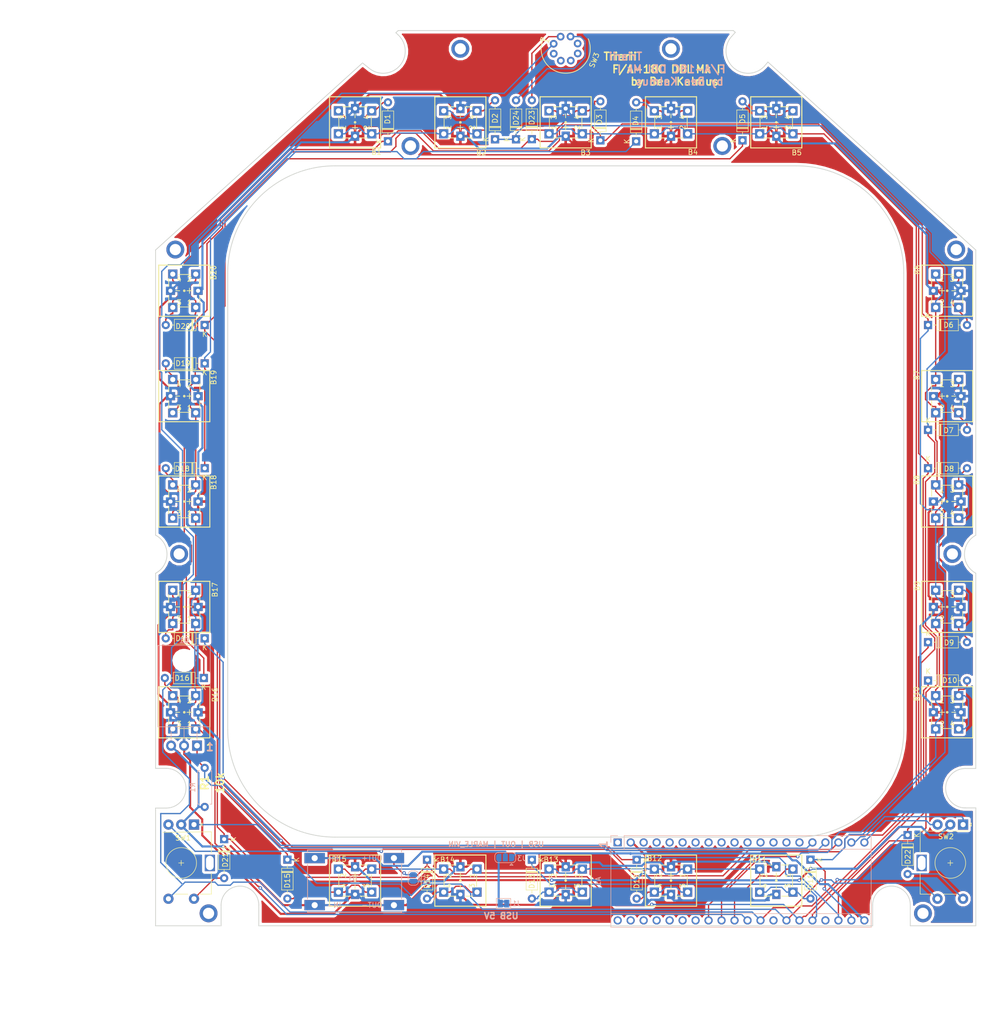
<source format=kicad_pcb>
(kicad_pcb (version 20171130) (host pcbnew "(5.0.0)")
  (layers (0 F.Cu signal) (31 B.Cu signal hide) (34 B.Paste user) (35 F.Paste user) (36 B.SilkS user) (37 F.SilkS user) (38 B.Mask user) (39 F.Mask user) (44 Edge.Cuts user))
  (net 0 "")
  (net 1 /GND)
  (net 2 /LED)
  (net 3 /ENC_A1)
  (net 4 /ENC_A2)
  (net 5 /ENC_B1)
  (net 6 /ENC_B2)
  (net 7 /RW0)
  (net 8 /RW1)
  (net 9 /RW2)
  (net 10 /RW3)
  (net 11 /RW4)
  (net 12 /CL4)
  (net 13 /CL3)
  (net 14 /CL2)
  (net 15 /CL1)
  (net 16 /CL0)
  (net 17 /CONV-)
  (net 18 /CONV+)
  (net 19 "Net-(B1-Pad3)")
  (net 20 "Net-(B2-Pad3)")
  (net 21 "Net-(B3-Pad3)")
  (net 22 "Net-(B4-Pad3)")
  (net 23 "Net-(B5-Pad3)")
  (net 24 "Net-(B6-Pad3)")
  (net 25 "Net-(B7-Pad3)")
  (net 26 "Net-(B8-Pad3)")
  (net 27 "Net-(B9-Pad3)")
  (net 28 "Net-(B10-Pad3)")
  (net 29 "Net-(B11-Pad3)")
  (net 30 "Net-(B12-Pad3)")
  (net 31 "Net-(B13-Pad3)")
  (net 32 "Net-(B14-Pad3)")
  (net 33 "Net-(B15-Pad3)")
  (net 34 "Net-(B16-Pad3)")
  (net 35 "Net-(B17-Pad3)")
  (net 36 "Net-(B18-Pad3)")
  (net 37 "Net-(B19-Pad3)")
  (net 38 "Net-(B20-Pad3)")
  (net 39 "Net-(D21-Pad2)")
  (net 40 "Net-(D22-Pad2)")
  (net 41 "Net-(D23-Pad2)")
  (net 42 "Net-(D24-Pad2)")
  (net 43 /USB_5V)
  (net 44 "Net-(J2-Pad2)")
  (net 45 /STP_INPUT)
  (net 46 /MAPLE_VIN)
  (module Kicad_Footprint_Test:Lorlin_MTL-21-30 (layer F.Cu) (at 165.61 54.47 68)
    (fp_text reference SW3 (at 0 6.05 68) (layer F.SilkS))
    (fp_text value Lorlin-MTL-21-30)
    (fp_text user 1 (at 0.05 -4.05 68) (layer F.SilkS))
    (pad 8 thru_hole oval (at -1.796051 -1.796051 113) (size 1.5 1.5) (drill 0.8) (layers *.Cu *.Mask))
    (pad 7 thru_hole oval (at -2.54 0 158) (size 1.5 1.5) (drill 0.8) (layers *.Cu *.Mask))
    (pad 6 thru_hole oval (at -1.796051 1.796051 203) (size 1.5 1.5) (drill 0.8) (layers *.Cu *.Mask))
    (pad 5 thru_hole oval (at 0 2.54 248) (size 1.5 1.5) (drill 0.8) (layers *.Cu *.Mask))
    (pad 4 thru_hole oval (at 1.796051 1.796051 293) (size 1.5 1.5) (drill 0.8) (layers *.Cu *.Mask))
    (pad 3 thru_hole oval (at 2.54 0 338) (size 1.5 1.5) (drill 0.8) (layers *.Cu *.Mask) (net 42 "Net-(D24-Pad2)"))
    (pad 2 thru_hole oval (at 1.796051 -1.796051 23) (size 1.5 1.5) (drill 0.8) (layers *.Cu *.Mask) (net 41 "Net-(D23-Pad2)"))
    (pad 1 thru_hole oval (at 0 -2.54 68) (size 1.5 1.5) (drill 0.8) (layers *.Cu *.Mask) (net 12 /CL4))
  )
  (module Package_TO_SOT_THT:TO-220-3_Horizontal_TabDown (layer B.Cu) (at 93.5 190.72 180)
    (fp_text reference Q1 (at 2.54 20.58 180) (layer B.SilkS) (effects (justify mirror)))
    (fp_text value IRLB8721PBF)
    (pad 3 thru_hole oval (at 5.08 0 180) (size 1.905 2) (drill 1.1) (layers *.Cu *.Mask) (net 1 /GND))
    (pad 2 thru_hole oval (at 2.54 0 180) (size 1.905 2) (drill 1.1) (layers *.Cu *.Mask) (net 17 /CONV-))
    (pad 1 thru_hole rect (at 0 0 180) (size 1.905 2) (drill 1.1) (layers *.Cu *.Mask) (net 2 /LED))
    (pad "" np_thru_hole oval (at 2.54 16.66 180) (size 3.5 3.5) (drill 3.5) (layers *.Cu *.Mask))
  )
  (module Module:Maple_Mini (layer B.Cu) (at 175.78 209.64 270)
    (fp_text reference A1 (at 7.62 3.81 270) (layer B.SilkS) (effects (justify mirror)))
    (fp_text value Maple_Mini)
    (pad 40 thru_hole circle (at 15.24 0 270) (size 1.6 1.6) (drill 1) (layers *.Cu *.Mask))
    (pad 39 thru_hole circle (at 15.24 -2.54 270) (size 1.6 1.6) (drill 1) (layers *.Cu *.Mask))
    (pad 38 thru_hole circle (at 15.24 -5.08 270) (size 1.6 1.6) (drill 1) (layers *.Cu *.Mask))
    (pad 37 thru_hole circle (at 15.24 -7.62 270) (size 1.6 1.6) (drill 1) (layers *.Cu *.Mask))
    (pad 36 thru_hole circle (at 15.24 -10.16 270) (size 1.6 1.6) (drill 1) (layers *.Cu *.Mask))
    (pad 35 thru_hole circle (at 15.24 -12.7 270) (size 1.6 1.6) (drill 1) (layers *.Cu *.Mask))
    (pad 34 thru_hole circle (at 15.24 -15.24 270) (size 1.6 1.6) (drill 1) (layers *.Cu *.Mask))
    (pad 33 thru_hole circle (at 15.24 -17.78 270) (size 1.6 1.6) (drill 1) (layers *.Cu *.Mask) (net 16 /CL0))
    (pad 32 thru_hole circle (at 15.24 -20.32 270) (size 1.6 1.6) (drill 1) (layers *.Cu *.Mask) (net 15 /CL1))
    (pad 31 thru_hole circle (at 15.24 -22.86 270) (size 1.6 1.6) (drill 1) (layers *.Cu *.Mask) (net 14 /CL2))
    (pad 30 thru_hole circle (at 15.24 -25.4 270) (size 1.6 1.6) (drill 1) (layers *.Cu *.Mask) (net 13 /CL3))
    (pad 29 thru_hole circle (at 15.24 -27.94 270) (size 1.6 1.6) (drill 1) (layers *.Cu *.Mask) (net 12 /CL4))
    (pad 28 thru_hole circle (at 15.24 -30.48 270) (size 1.6 1.6) (drill 1) (layers *.Cu *.Mask))
    (pad 1 thru_hole circle (at 15.24 -33.02 270) (size 1.6 1.6) (drill 1) (layers *.Cu *.Mask) (net 11 /RW4))
    (pad 26 thru_hole circle (at 15.24 -35.56 270) (size 1.6 1.6) (drill 1) (layers *.Cu *.Mask) (net 10 /RW3))
    (pad 25 thru_hole circle (at 15.24 -38.1 270) (size 1.6 1.6) (drill 1) (layers *.Cu *.Mask) (net 9 /RW2))
    (pad 24 thru_hole circle (at 15.24 -40.64 270) (size 1.6 1.6) (drill 1) (layers *.Cu *.Mask))
    (pad 23 thru_hole circle (at 15.24 -43.18 270) (size 1.6 1.6) (drill 1) (layers *.Cu *.Mask) (net 8 /RW1))
    (pad 22 thru_hole circle (at 15.24 -45.72 270) (size 1.6 1.6) (drill 1) (layers *.Cu *.Mask) (net 7 /RW0))
    (pad 21 thru_hole circle (at 15.24 -48.26 270) (size 1.6 1.6) (drill 1) (layers *.Cu *.Mask) (net 46 /MAPLE_VIN))
    (pad 20 thru_hole circle (at 0 -48.26 270) (size 1.6 1.6) (drill 1) (layers *.Cu *.Mask) (net 6 /ENC_B2))
    (pad 19 thru_hole circle (at 0 -45.72 270) (size 1.6 1.6) (drill 1) (layers *.Cu *.Mask) (net 5 /ENC_B1))
    (pad 18 thru_hole circle (at 0 -43.18 270) (size 1.6 1.6) (drill 1) (layers *.Cu *.Mask) (net 4 /ENC_A2))
    (pad 17 thru_hole circle (at 0 -40.64 270) (size 1.6 1.6) (drill 1) (layers *.Cu *.Mask) (net 3 /ENC_A1))
    (pad 16 thru_hole circle (at 0 -38.1 270) (size 1.6 1.6) (drill 1) (layers *.Cu *.Mask) (net 2 /LED))
    (pad 15 thru_hole circle (at 0 -35.56 270) (size 1.6 1.6) (drill 1) (layers *.Cu *.Mask))
    (pad 14 thru_hole circle (at 0 -33.02 270) (size 1.6 1.6) (drill 1) (layers *.Cu *.Mask))
    (pad 13 thru_hole circle (at 0 -30.48 270) (size 1.6 1.6) (drill 1) (layers *.Cu *.Mask))
    (pad 12 thru_hole circle (at 0 -27.94 270) (size 1.6 1.6) (drill 1) (layers *.Cu *.Mask))
    (pad 11 thru_hole circle (at 0 -25.4 270) (size 1.6 1.6) (drill 1) (layers *.Cu *.Mask))
    (pad 10 thru_hole circle (at 0 -22.86 270) (size 1.6 1.6) (drill 1) (layers *.Cu *.Mask))
    (pad 9 thru_hole circle (at 0 -20.32 270) (size 1.6 1.6) (drill 1) (layers *.Cu *.Mask))
    (pad 8 thru_hole circle (at 0 -17.78 270) (size 1.6 1.6) (drill 1) (layers *.Cu *.Mask))
    (pad 7 thru_hole circle (at 0 -15.24 270) (size 1.6 1.6) (drill 1) (layers *.Cu *.Mask))
    (pad 6 thru_hole circle (at 0 -12.7 270) (size 1.6 1.6) (drill 1) (layers *.Cu *.Mask))
    (pad 5 thru_hole circle (at 0 -10.16 270) (size 1.6 1.6) (drill 1) (layers *.Cu *.Mask))
    (pad 4 thru_hole circle (at 0 -7.62 270) (size 1.6 1.6) (drill 1) (layers *.Cu *.Mask))
    (pad 3 thru_hole circle (at 0 -5.08 270) (size 1.6 1.6) (drill 1) (layers *.Cu *.Mask))
    (pad 2 thru_hole circle (at 0 -2.54 270) (size 1.6 1.6) (drill 1) (layers *.Cu *.Mask) (net 1 /GND))
    (pad 1 thru_hole rect (at 0 0 270) (size 1.524 1.6) (drill 1) (layers *.Cu *.Mask))
  )
  (module Kicad_Footprint_Test:SWLED_66 (layer F.Cu) (at 124.41 68.88 90)
    (fp_text reference B1 (at -5.82 4.19) (layer F.SilkS))
    (fp_text value SWLED6_6)
    (fp_text user 4 (at 1.016 2.286 90) (layer F.SilkS))
    (fp_text user 2 (at -1.016 2.286 90) (layer F.SilkS))
    (fp_text user 3 (at 1.016 -2.286 90) (layer F.SilkS))
    (fp_text user 1 (at -1.016 -2.286 90) (layer F.SilkS))
    (pad 6 thru_hole rect (at 2.7 0 90) (size 1.8 1.6) (drill 0.8) (layers *.Cu *.Mask) (net 17 /CONV-))
    (pad 5 thru_hole rect (at -2.7 0 90) (size 1.8 1.6) (drill 0.8) (layers *.Cu *.Mask) (net 18 /CONV+))
    (pad 1 thru_hole rect (at -2.25 -3.25 90) (size 1.8 1.8) (drill 1) (layers *.Cu *.Mask) (net 16 /CL0))
    (pad 3 thru_hole rect (at 2.25 -3.25 90) (size 1.8 1.8) (drill 1) (layers *.Cu *.Mask) (net 19 "Net-(B1-Pad3)"))
    (pad 2 thru_hole rect (at -2.25 3.25 90) (size 1.8 1.8) (drill 1) (layers *.Cu *.Mask) (net 16 /CL0))
    (pad 4 thru_hole rect (at 2.25 3.25 90) (size 1.8 1.8) (drill 1) (layers *.Cu *.Mask) (net 19 "Net-(B1-Pad3)"))
  )
  (module Kicad_Footprint_Test:SWLED_66 (layer F.Cu) (at 145.01 68.88 90)
    (fp_text reference B2 (at -5.92 4.09) (layer F.SilkS))
    (fp_text value SWLED6_6)
    (fp_text user 4 (at 1.016 2.286 90) (layer F.SilkS))
    (fp_text user 2 (at -1.016 2.286 90) (layer F.SilkS))
    (fp_text user 3 (at 1.016 -2.286 90) (layer F.SilkS))
    (fp_text user 1 (at -1.016 -2.286 90) (layer F.SilkS))
    (pad 6 thru_hole rect (at 2.7 0 90) (size 1.8 1.6) (drill 0.8) (layers *.Cu *.Mask) (net 17 /CONV-))
    (pad 5 thru_hole rect (at -2.7 0 90) (size 1.8 1.6) (drill 0.8) (layers *.Cu *.Mask) (net 18 /CONV+))
    (pad 1 thru_hole rect (at -2.25 -3.25 90) (size 1.8 1.8) (drill 1) (layers *.Cu *.Mask) (net 16 /CL0))
    (pad 3 thru_hole rect (at 2.25 -3.25 90) (size 1.8 1.8) (drill 1) (layers *.Cu *.Mask) (net 20 "Net-(B2-Pad3)"))
    (pad 2 thru_hole rect (at -2.25 3.25 90) (size 1.8 1.8) (drill 1) (layers *.Cu *.Mask) (net 16 /CL0))
    (pad 4 thru_hole rect (at 2.25 3.25 90) (size 1.8 1.8) (drill 1) (layers *.Cu *.Mask) (net 20 "Net-(B2-Pad3)"))
  )
  (module Kicad_Footprint_Test:SWLED_66 (layer F.Cu) (at 165.61 68.88 90)
    (fp_text reference B3 (at -5.92 3.89) (layer F.SilkS))
    (fp_text value SWLED6_6)
    (fp_text user 4 (at 1.016 2.286 90) (layer F.SilkS))
    (fp_text user 2 (at -1.016 2.286 90) (layer F.SilkS))
    (fp_text user 3 (at 1.016 -2.286 90) (layer F.SilkS))
    (fp_text user 1 (at -1.016 -2.286 90) (layer F.SilkS))
    (pad 6 thru_hole rect (at 2.7 0 90) (size 1.8 1.6) (drill 0.8) (layers *.Cu *.Mask) (net 17 /CONV-))
    (pad 5 thru_hole rect (at -2.7 0 90) (size 1.8 1.6) (drill 0.8) (layers *.Cu *.Mask) (net 18 /CONV+))
    (pad 1 thru_hole rect (at -2.25 -3.25 90) (size 1.8 1.8) (drill 1) (layers *.Cu *.Mask) (net 16 /CL0))
    (pad 3 thru_hole rect (at 2.25 -3.25 90) (size 1.8 1.8) (drill 1) (layers *.Cu *.Mask) (net 21 "Net-(B3-Pad3)"))
    (pad 2 thru_hole rect (at -2.25 3.25 90) (size 1.8 1.8) (drill 1) (layers *.Cu *.Mask) (net 16 /CL0))
    (pad 4 thru_hole rect (at 2.25 3.25 90) (size 1.8 1.8) (drill 1) (layers *.Cu *.Mask) (net 21 "Net-(B3-Pad3)"))
  )
  (module Kicad_Footprint_Test:SWLED_66 (layer F.Cu) (at 186.21 68.88 90)
    (fp_text reference B4 (at -5.82 4.29) (layer F.SilkS))
    (fp_text value SWLED6_6)
    (fp_text user 4 (at 1.016 2.286 90) (layer F.SilkS))
    (fp_text user 2 (at -1.016 2.286 90) (layer F.SilkS))
    (fp_text user 3 (at 1.016 -2.286 90) (layer F.SilkS))
    (fp_text user 1 (at -1.016 -2.286 90) (layer F.SilkS))
    (pad 6 thru_hole rect (at 2.7 0 90) (size 1.8 1.6) (drill 0.8) (layers *.Cu *.Mask) (net 17 /CONV-))
    (pad 5 thru_hole rect (at -2.7 0 90) (size 1.8 1.6) (drill 0.8) (layers *.Cu *.Mask) (net 18 /CONV+))
    (pad 1 thru_hole rect (at -2.25 -3.25 90) (size 1.8 1.8) (drill 1) (layers *.Cu *.Mask) (net 16 /CL0))
    (pad 3 thru_hole rect (at 2.25 -3.25 90) (size 1.8 1.8) (drill 1) (layers *.Cu *.Mask) (net 22 "Net-(B4-Pad3)"))
    (pad 2 thru_hole rect (at -2.25 3.25 90) (size 1.8 1.8) (drill 1) (layers *.Cu *.Mask) (net 16 /CL0))
    (pad 4 thru_hole rect (at 2.25 3.25 90) (size 1.8 1.8) (drill 1) (layers *.Cu *.Mask) (net 22 "Net-(B4-Pad3)"))
  )
  (module Kicad_Footprint_Test:SWLED_66 (layer F.Cu) (at 206.81 68.88 90)
    (fp_text reference B5 (at -5.92 3.99) (layer F.SilkS))
    (fp_text value SWLED6_6)
    (fp_text user 4 (at 1.016 2.286 90) (layer F.SilkS))
    (fp_text user 2 (at -1.016 2.286 90) (layer F.SilkS))
    (fp_text user 3 (at 1.016 -2.286 90) (layer F.SilkS))
    (fp_text user 1 (at -1.016 -2.286 90) (layer F.SilkS))
    (pad 6 thru_hole rect (at 2.7 0 90) (size 1.8 1.6) (drill 0.8) (layers *.Cu *.Mask) (net 17 /CONV-))
    (pad 5 thru_hole rect (at -2.7 0 90) (size 1.8 1.6) (drill 0.8) (layers *.Cu *.Mask) (net 18 /CONV+))
    (pad 1 thru_hole rect (at -2.25 -3.25 90) (size 1.8 1.8) (drill 1) (layers *.Cu *.Mask) (net 16 /CL0))
    (pad 3 thru_hole rect (at 2.25 -3.25 90) (size 1.8 1.8) (drill 1) (layers *.Cu *.Mask) (net 23 "Net-(B5-Pad3)"))
    (pad 2 thru_hole rect (at -2.25 3.25 90) (size 1.8 1.8) (drill 1) (layers *.Cu *.Mask) (net 16 /CL0))
    (pad 4 thru_hole rect (at 2.25 3.25 90) (size 1.8 1.8) (drill 1) (layers *.Cu *.Mask) (net 23 "Net-(B5-Pad3)"))
  )
  (module Kicad_Footprint_Test:SWLED_66 (layer F.Cu) (at 240.24 101.8)
    (fp_text reference B6 (at -5.84 -4.1 -90) (layer F.SilkS))
    (fp_text value SWLED6_6)
    (fp_text user 4 (at 1.016 2.286) (layer F.SilkS))
    (fp_text user 2 (at -1.016 2.286) (layer F.SilkS))
    (fp_text user 3 (at 1.016 -2.286) (layer F.SilkS))
    (fp_text user 1 (at -1.016 -2.286) (layer F.SilkS))
    (pad 6 thru_hole rect (at 2.7 0) (size 1.8 1.6) (drill 0.8) (layers *.Cu *.Mask) (net 17 /CONV-))
    (pad 5 thru_hole rect (at -2.7 0) (size 1.8 1.6) (drill 0.8) (layers *.Cu *.Mask) (net 18 /CONV+))
    (pad 1 thru_hole rect (at -2.25 -3.25) (size 1.8 1.8) (drill 1) (layers *.Cu *.Mask) (net 15 /CL1))
    (pad 3 thru_hole rect (at 2.25 -3.25) (size 1.8 1.8) (drill 1) (layers *.Cu *.Mask) (net 24 "Net-(B6-Pad3)"))
    (pad 2 thru_hole rect (at -2.25 3.25) (size 1.8 1.8) (drill 1) (layers *.Cu *.Mask) (net 15 /CL1))
    (pad 4 thru_hole rect (at 2.25 3.25) (size 1.8 1.8) (drill 1) (layers *.Cu *.Mask) (net 24 "Net-(B6-Pad3)"))
  )
  (module Kicad_Footprint_Test:SWLED_66 (layer F.Cu) (at 240.24 122.4)
    (fp_text reference B7 (at -5.94 -4.1 -90) (layer F.SilkS))
    (fp_text value SWLED6_6)
    (fp_text user 4 (at 1.016 2.286) (layer F.SilkS))
    (fp_text user 2 (at -1.016 2.286) (layer F.SilkS))
    (fp_text user 3 (at 1.016 -2.286) (layer F.SilkS))
    (fp_text user 1 (at -1.016 -2.286) (layer F.SilkS))
    (pad 6 thru_hole rect (at 2.7 0) (size 1.8 1.6) (drill 0.8) (layers *.Cu *.Mask) (net 17 /CONV-))
    (pad 5 thru_hole rect (at -2.7 0) (size 1.8 1.6) (drill 0.8) (layers *.Cu *.Mask) (net 18 /CONV+))
    (pad 1 thru_hole rect (at -2.25 -3.25) (size 1.8 1.8) (drill 1) (layers *.Cu *.Mask) (net 15 /CL1))
    (pad 3 thru_hole rect (at 2.25 -3.25) (size 1.8 1.8) (drill 1) (layers *.Cu *.Mask) (net 25 "Net-(B7-Pad3)"))
    (pad 2 thru_hole rect (at -2.25 3.25) (size 1.8 1.8) (drill 1) (layers *.Cu *.Mask) (net 15 /CL1))
    (pad 4 thru_hole rect (at 2.25 3.25) (size 1.8 1.8) (drill 1) (layers *.Cu *.Mask) (net 25 "Net-(B7-Pad3)"))
  )
  (module Kicad_Footprint_Test:SWLED_66 (layer F.Cu) (at 240.24 143)
    (fp_text reference B8 (at -5.94 -4.2 -90) (layer F.SilkS))
    (fp_text value SWLED6_6)
    (fp_text user 4 (at 1.016 2.286) (layer F.SilkS))
    (fp_text user 2 (at -1.016 2.286) (layer F.SilkS))
    (fp_text user 3 (at 1.016 -2.286) (layer F.SilkS))
    (fp_text user 1 (at -1.016 -2.286) (layer F.SilkS))
    (pad 6 thru_hole rect (at 2.7 0) (size 1.8 1.6) (drill 0.8) (layers *.Cu *.Mask) (net 17 /CONV-))
    (pad 5 thru_hole rect (at -2.7 0) (size 1.8 1.6) (drill 0.8) (layers *.Cu *.Mask) (net 18 /CONV+))
    (pad 1 thru_hole rect (at -2.25 -3.25) (size 1.8 1.8) (drill 1) (layers *.Cu *.Mask) (net 15 /CL1))
    (pad 3 thru_hole rect (at 2.25 -3.25) (size 1.8 1.8) (drill 1) (layers *.Cu *.Mask) (net 26 "Net-(B8-Pad3)"))
    (pad 2 thru_hole rect (at -2.25 3.25) (size 1.8 1.8) (drill 1) (layers *.Cu *.Mask) (net 15 /CL1))
    (pad 4 thru_hole rect (at 2.25 3.25) (size 1.8 1.8) (drill 1) (layers *.Cu *.Mask) (net 26 "Net-(B8-Pad3)"))
  )
  (module Kicad_Footprint_Test:SWLED_66 (layer F.Cu) (at 240.24 163.6)
    (fp_text reference B9 (at -5.84 -4.1 -90) (layer F.SilkS))
    (fp_text value SWLED6_6)
    (fp_text user 4 (at 1.016 2.286) (layer F.SilkS))
    (fp_text user 2 (at -1.016 2.286) (layer F.SilkS))
    (fp_text user 3 (at 1.016 -2.286) (layer F.SilkS))
    (fp_text user 1 (at -1.016 -2.286) (layer F.SilkS))
    (pad 6 thru_hole rect (at 2.7 0) (size 1.8 1.6) (drill 0.8) (layers *.Cu *.Mask) (net 17 /CONV-))
    (pad 5 thru_hole rect (at -2.7 0) (size 1.8 1.6) (drill 0.8) (layers *.Cu *.Mask) (net 18 /CONV+))
    (pad 1 thru_hole rect (at -2.25 -3.25) (size 1.8 1.8) (drill 1) (layers *.Cu *.Mask) (net 15 /CL1))
    (pad 3 thru_hole rect (at 2.25 -3.25) (size 1.8 1.8) (drill 1) (layers *.Cu *.Mask) (net 27 "Net-(B9-Pad3)"))
    (pad 2 thru_hole rect (at -2.25 3.25) (size 1.8 1.8) (drill 1) (layers *.Cu *.Mask) (net 15 /CL1))
    (pad 4 thru_hole rect (at 2.25 3.25) (size 1.8 1.8) (drill 1) (layers *.Cu *.Mask) (net 27 "Net-(B9-Pad3)"))
  )
  (module Kicad_Footprint_Test:SWLED_66 (layer F.Cu) (at 240.24 184.2)
    (fp_text reference B10 (at -5.99 -3.6 -90) (layer F.SilkS))
    (fp_text value SWLED6_6)
    (fp_text user 4 (at 1.016 2.286) (layer F.SilkS))
    (fp_text user 2 (at -1.016 2.286) (layer F.SilkS))
    (fp_text user 3 (at 1.016 -2.286) (layer F.SilkS))
    (fp_text user 1 (at -1.016 -2.286) (layer F.SilkS))
    (pad 6 thru_hole rect (at 2.7 0) (size 1.8 1.6) (drill 0.8) (layers *.Cu *.Mask) (net 17 /CONV-))
    (pad 5 thru_hole rect (at -2.7 0) (size 1.8 1.6) (drill 0.8) (layers *.Cu *.Mask) (net 18 /CONV+))
    (pad 1 thru_hole rect (at -2.25 -3.25) (size 1.8 1.8) (drill 1) (layers *.Cu *.Mask) (net 15 /CL1))
    (pad 3 thru_hole rect (at 2.25 -3.25) (size 1.8 1.8) (drill 1) (layers *.Cu *.Mask) (net 28 "Net-(B10-Pad3)"))
    (pad 2 thru_hole rect (at -2.25 3.25) (size 1.8 1.8) (drill 1) (layers *.Cu *.Mask) (net 15 /CL1))
    (pad 4 thru_hole rect (at 2.25 3.25) (size 1.8 1.8) (drill 1) (layers *.Cu *.Mask) (net 28 "Net-(B10-Pad3)"))
  )
  (module Kicad_Footprint_Test:SWLED_66 (layer F.Cu) (at 206.81 217.1 270)
    (fp_text reference B11 (at -4.1 3.31) (layer F.SilkS))
    (fp_text value SWLED6_6)
    (fp_text user 4 (at 1.016 2.286 270) (layer F.SilkS))
    (fp_text user 2 (at -1.016 2.286 270) (layer F.SilkS))
    (fp_text user 3 (at 1.016 -2.286 270) (layer F.SilkS))
    (fp_text user 1 (at -1.016 -2.286 270) (layer F.SilkS))
    (pad 6 thru_hole rect (at 2.7 0 270) (size 1.8 1.6) (drill 0.8) (layers *.Cu *.Mask) (net 17 /CONV-))
    (pad 5 thru_hole rect (at -2.7 0 270) (size 1.8 1.6) (drill 0.8) (layers *.Cu *.Mask) (net 18 /CONV+))
    (pad 1 thru_hole rect (at -2.25 -3.25 270) (size 1.8 1.8) (drill 1) (layers *.Cu *.Mask) (net 14 /CL2))
    (pad 3 thru_hole rect (at 2.25 -3.25 270) (size 1.8 1.8) (drill 1) (layers *.Cu *.Mask) (net 29 "Net-(B11-Pad3)"))
    (pad 2 thru_hole rect (at -2.25 3.25 270) (size 1.8 1.8) (drill 1) (layers *.Cu *.Mask) (net 14 /CL2))
    (pad 4 thru_hole rect (at 2.25 3.25 270) (size 1.8 1.8) (drill 1) (layers *.Cu *.Mask) (net 29 "Net-(B11-Pad3)"))
  )
  (module Kicad_Footprint_Test:SWLED_66 (layer F.Cu) (at 186.21 217.1 270)
    (fp_text reference B12 (at -4.35 3.21) (layer F.SilkS))
    (fp_text value SWLED6_6)
    (fp_text user 4 (at 1.016 2.286 270) (layer F.SilkS))
    (fp_text user 2 (at -1.016 2.286 270) (layer F.SilkS))
    (fp_text user 3 (at 1.016 -2.286 270) (layer F.SilkS))
    (fp_text user 1 (at -1.016 -2.286 270) (layer F.SilkS))
    (pad 6 thru_hole rect (at 2.7 0 270) (size 1.8 1.6) (drill 0.8) (layers *.Cu *.Mask) (net 17 /CONV-))
    (pad 5 thru_hole rect (at -2.7 0 270) (size 1.8 1.6) (drill 0.8) (layers *.Cu *.Mask) (net 18 /CONV+))
    (pad 1 thru_hole rect (at -2.25 -3.25 270) (size 1.8 1.8) (drill 1) (layers *.Cu *.Mask) (net 14 /CL2))
    (pad 3 thru_hole rect (at 2.25 -3.25 270) (size 1.8 1.8) (drill 1) (layers *.Cu *.Mask) (net 30 "Net-(B12-Pad3)"))
    (pad 2 thru_hole rect (at -2.25 3.25 270) (size 1.8 1.8) (drill 1) (layers *.Cu *.Mask) (net 14 /CL2))
    (pad 4 thru_hole rect (at 2.25 3.25 270) (size 1.8 1.8) (drill 1) (layers *.Cu *.Mask) (net 30 "Net-(B12-Pad3)"))
  )
  (module Kicad_Footprint_Test:SWLED_66 (layer F.Cu) (at 165.61 217.1 270)
    (fp_text reference B13 (at -4.1 2.86) (layer F.SilkS))
    (fp_text value SWLED6_6)
    (fp_text user 4 (at 1.016 2.286 270) (layer F.SilkS))
    (fp_text user 2 (at -1.016 2.286 270) (layer F.SilkS))
    (fp_text user 3 (at 1.016 -2.286 270) (layer F.SilkS))
    (fp_text user 1 (at -1.016 -2.286 270) (layer F.SilkS))
    (pad 6 thru_hole rect (at 2.7 0 270) (size 1.8 1.6) (drill 0.8) (layers *.Cu *.Mask) (net 17 /CONV-))
    (pad 5 thru_hole rect (at -2.7 0 270) (size 1.8 1.6) (drill 0.8) (layers *.Cu *.Mask) (net 18 /CONV+))
    (pad 1 thru_hole rect (at -2.25 -3.25 270) (size 1.8 1.8) (drill 1) (layers *.Cu *.Mask) (net 14 /CL2))
    (pad 3 thru_hole rect (at 2.25 -3.25 270) (size 1.8 1.8) (drill 1) (layers *.Cu *.Mask) (net 31 "Net-(B13-Pad3)"))
    (pad 2 thru_hole rect (at -2.25 3.25 270) (size 1.8 1.8) (drill 1) (layers *.Cu *.Mask) (net 14 /CL2))
    (pad 4 thru_hole rect (at 2.25 3.25 270) (size 1.8 1.8) (drill 1) (layers *.Cu *.Mask) (net 31 "Net-(B13-Pad3)"))
  )
  (module Kicad_Footprint_Test:SWLED_66 (layer F.Cu) (at 145.01 217.1 270)
    (fp_text reference B14 (at -4.1 2.51) (layer F.SilkS))
    (fp_text value SWLED6_6)
    (fp_text user 4 (at 1.016 2.286 270) (layer F.SilkS))
    (fp_text user 2 (at -1.016 2.286 270) (layer F.SilkS))
    (fp_text user 3 (at 1.016 -2.286 270) (layer F.SilkS))
    (fp_text user 1 (at -1.016 -2.286 270) (layer F.SilkS))
    (pad 6 thru_hole rect (at 2.7 0 270) (size 1.8 1.6) (drill 0.8) (layers *.Cu *.Mask) (net 17 /CONV-))
    (pad 5 thru_hole rect (at -2.7 0 270) (size 1.8 1.6) (drill 0.8) (layers *.Cu *.Mask) (net 18 /CONV+))
    (pad 1 thru_hole rect (at -2.25 -3.25 270) (size 1.8 1.8) (drill 1) (layers *.Cu *.Mask) (net 14 /CL2))
    (pad 3 thru_hole rect (at 2.25 -3.25 270) (size 1.8 1.8) (drill 1) (layers *.Cu *.Mask) (net 32 "Net-(B14-Pad3)"))
    (pad 2 thru_hole rect (at -2.25 3.25 270) (size 1.8 1.8) (drill 1) (layers *.Cu *.Mask) (net 14 /CL2))
    (pad 4 thru_hole rect (at 2.25 3.25 270) (size 1.8 1.8) (drill 1) (layers *.Cu *.Mask) (net 32 "Net-(B14-Pad3)"))
  )
  (module Kicad_Footprint_Test:SWLED_66 (layer F.Cu) (at 124.41 217.1 270)
    (fp_text reference B15 (at -4.2 3.11) (layer F.SilkS))
    (fp_text value SWLED6_6)
    (fp_text user 4 (at 1.016 2.286 270) (layer F.SilkS))
    (fp_text user 2 (at -1.016 2.286 270) (layer F.SilkS))
    (fp_text user 3 (at 1.016 -2.286 270) (layer F.SilkS))
    (fp_text user 1 (at -1.016 -2.286 270) (layer F.SilkS))
    (pad 6 thru_hole rect (at 2.7 0 270) (size 1.8 1.6) (drill 0.8) (layers *.Cu *.Mask) (net 17 /CONV-))
    (pad 5 thru_hole rect (at -2.7 0 270) (size 1.8 1.6) (drill 0.8) (layers *.Cu *.Mask) (net 18 /CONV+))
    (pad 1 thru_hole rect (at -2.25 -3.25 270) (size 1.8 1.8) (drill 1) (layers *.Cu *.Mask) (net 14 /CL2))
    (pad 3 thru_hole rect (at 2.25 -3.25 270) (size 1.8 1.8) (drill 1) (layers *.Cu *.Mask) (net 33 "Net-(B15-Pad3)"))
    (pad 2 thru_hole rect (at -2.25 3.25 270) (size 1.8 1.8) (drill 1) (layers *.Cu *.Mask) (net 14 /CL2))
    (pad 4 thru_hole rect (at 2.25 3.25 270) (size 1.8 1.8) (drill 1) (layers *.Cu *.Mask) (net 33 "Net-(B15-Pad3)"))
  )
  (module Kicad_Footprint_Test:SWLED_66 (layer F.Cu) (at 91 184.2 180)
    (fp_text reference B16 (at -6 3.45 270) (layer F.SilkS))
    (fp_text value SWLED6_6)
    (fp_text user 4 (at 1.016 2.286 180) (layer F.SilkS))
    (fp_text user 2 (at -1.016 2.286 180) (layer F.SilkS))
    (fp_text user 3 (at 1.016 -2.286 180) (layer F.SilkS))
    (fp_text user 1 (at -1.016 -2.286 180) (layer F.SilkS))
    (pad 6 thru_hole rect (at 2.7 0 180) (size 1.8 1.6) (drill 0.8) (layers *.Cu *.Mask) (net 17 /CONV-))
    (pad 5 thru_hole rect (at -2.7 0 180) (size 1.8 1.6) (drill 0.8) (layers *.Cu *.Mask) (net 18 /CONV+))
    (pad 1 thru_hole rect (at -2.25 -3.25 180) (size 1.8 1.8) (drill 1) (layers *.Cu *.Mask) (net 13 /CL3))
    (pad 3 thru_hole rect (at 2.25 -3.25 180) (size 1.8 1.8) (drill 1) (layers *.Cu *.Mask) (net 34 "Net-(B16-Pad3)"))
    (pad 2 thru_hole rect (at -2.25 3.25 180) (size 1.8 1.8) (drill 1) (layers *.Cu *.Mask) (net 13 /CL3))
    (pad 4 thru_hole rect (at 2.25 3.25 180) (size 1.8 1.8) (drill 1) (layers *.Cu *.Mask) (net 34 "Net-(B16-Pad3)"))
  )
  (module Kicad_Footprint_Test:SWLED_66 (layer F.Cu) (at 91 163.6 180)
    (fp_text reference B17 (at -6 3.35 270) (layer F.SilkS))
    (fp_text value SWLED6_6)
    (fp_text user 4 (at 1.016 2.286 180) (layer F.SilkS))
    (fp_text user 2 (at -1.016 2.286 180) (layer F.SilkS))
    (fp_text user 3 (at 1.016 -2.286 180) (layer F.SilkS))
    (fp_text user 1 (at -1.016 -2.286 180) (layer F.SilkS))
    (pad 6 thru_hole rect (at 2.7 0 180) (size 1.8 1.6) (drill 0.8) (layers *.Cu *.Mask) (net 17 /CONV-))
    (pad 5 thru_hole rect (at -2.7 0 180) (size 1.8 1.6) (drill 0.8) (layers *.Cu *.Mask) (net 18 /CONV+))
    (pad 1 thru_hole rect (at -2.25 -3.25 180) (size 1.8 1.8) (drill 1) (layers *.Cu *.Mask) (net 13 /CL3))
    (pad 3 thru_hole rect (at 2.25 -3.25 180) (size 1.8 1.8) (drill 1) (layers *.Cu *.Mask) (net 35 "Net-(B17-Pad3)"))
    (pad 2 thru_hole rect (at -2.25 3.25 180) (size 1.8 1.8) (drill 1) (layers *.Cu *.Mask) (net 13 /CL3))
    (pad 4 thru_hole rect (at 2.25 3.25 180) (size 1.8 1.8) (drill 1) (layers *.Cu *.Mask) (net 35 "Net-(B17-Pad3)"))
  )
  (module Kicad_Footprint_Test:SWLED_66 (layer F.Cu) (at 91 143 180)
    (fp_text reference B18 (at -5.75 3.75 270) (layer F.SilkS))
    (fp_text value SWLED6_6)
    (fp_text user 4 (at 1.016 2.286 180) (layer F.SilkS))
    (fp_text user 2 (at -1.016 2.286 180) (layer F.SilkS))
    (fp_text user 3 (at 1.016 -2.286 180) (layer F.SilkS))
    (fp_text user 1 (at -1.016 -2.286 180) (layer F.SilkS))
    (pad 6 thru_hole rect (at 2.7 0 180) (size 1.8 1.6) (drill 0.8) (layers *.Cu *.Mask) (net 17 /CONV-))
    (pad 5 thru_hole rect (at -2.7 0 180) (size 1.8 1.6) (drill 0.8) (layers *.Cu *.Mask) (net 18 /CONV+))
    (pad 1 thru_hole rect (at -2.25 -3.25 180) (size 1.8 1.8) (drill 1) (layers *.Cu *.Mask) (net 13 /CL3))
    (pad 3 thru_hole rect (at 2.25 -3.25 180) (size 1.8 1.8) (drill 1) (layers *.Cu *.Mask) (net 36 "Net-(B18-Pad3)"))
    (pad 2 thru_hole rect (at -2.25 3.25 180) (size 1.8 1.8) (drill 1) (layers *.Cu *.Mask) (net 13 /CL3))
    (pad 4 thru_hole rect (at 2.25 3.25 180) (size 1.8 1.8) (drill 1) (layers *.Cu *.Mask) (net 36 "Net-(B18-Pad3)"))
  )
  (module Kicad_Footprint_Test:SWLED_66 (layer F.Cu) (at 91 122.4 180)
    (fp_text reference B19 (at -5.75 3.65 270) (layer F.SilkS))
    (fp_text value SWLED6_6)
    (fp_text user 4 (at 1.016 2.286 180) (layer F.SilkS))
    (fp_text user 2 (at -1.016 2.286 180) (layer F.SilkS))
    (fp_text user 3 (at 1.016 -2.286 180) (layer F.SilkS))
    (fp_text user 1 (at -1.016 -2.286 180) (layer F.SilkS))
    (pad 6 thru_hole rect (at 2.7 0 180) (size 1.8 1.6) (drill 0.8) (layers *.Cu *.Mask) (net 17 /CONV-))
    (pad 5 thru_hole rect (at -2.7 0 180) (size 1.8 1.6) (drill 0.8) (layers *.Cu *.Mask) (net 18 /CONV+))
    (pad 1 thru_hole rect (at -2.25 -3.25 180) (size 1.8 1.8) (drill 1) (layers *.Cu *.Mask) (net 13 /CL3))
    (pad 3 thru_hole rect (at 2.25 -3.25 180) (size 1.8 1.8) (drill 1) (layers *.Cu *.Mask) (net 37 "Net-(B19-Pad3)"))
    (pad 2 thru_hole rect (at -2.25 3.25 180) (size 1.8 1.8) (drill 1) (layers *.Cu *.Mask) (net 13 /CL3))
    (pad 4 thru_hole rect (at 2.25 3.25 180) (size 1.8 1.8) (drill 1) (layers *.Cu *.Mask) (net 37 "Net-(B19-Pad3)"))
  )
  (module Kicad_Footprint_Test:SWLED_66 (layer F.Cu) (at 91 101.8 180)
    (fp_text reference B20 (at -5.75 3.55 270) (layer F.SilkS))
    (fp_text value SWLED6_6)
    (fp_text user 4 (at 1.016 2.286 180) (layer F.SilkS))
    (fp_text user 2 (at -1.016 2.286 180) (layer F.SilkS))
    (fp_text user 3 (at 1.016 -2.286 180) (layer F.SilkS))
    (fp_text user 1 (at -1.016 -2.286 180) (layer F.SilkS))
    (pad 6 thru_hole rect (at 2.7 0 180) (size 1.8 1.6) (drill 0.8) (layers *.Cu *.Mask) (net 17 /CONV-))
    (pad 5 thru_hole rect (at -2.7 0 180) (size 1.8 1.6) (drill 0.8) (layers *.Cu *.Mask) (net 18 /CONV+))
    (pad 1 thru_hole rect (at -2.25 -3.25 180) (size 1.8 1.8) (drill 1) (layers *.Cu *.Mask) (net 13 /CL3))
    (pad 3 thru_hole rect (at 2.25 -3.25 180) (size 1.8 1.8) (drill 1) (layers *.Cu *.Mask) (net 38 "Net-(B20-Pad3)"))
    (pad 2 thru_hole rect (at -2.25 3.25 180) (size 1.8 1.8) (drill 1) (layers *.Cu *.Mask) (net 13 /CL3))
    (pad 4 thru_hole rect (at 2.25 3.25 180) (size 1.8 1.8) (drill 1) (layers *.Cu *.Mask) (net 38 "Net-(B20-Pad3)"))
  )
  (module Diode_THT:D_DO-35_SOD27_P7.62mm_Horizontal (layer F.Cu) (at 130.84 72.59 90)
    (fp_text reference D1 (at 4.34 -0.09 90) (layer F.SilkS))
    (fp_text value 1N4148)
    (fp_text user K (at 0 -1.8 90) (layer F.SilkS))
    (pad 2 thru_hole oval (at 7.62 0 90) (size 1.6 1.6) (drill 0.8) (layers *.Cu *.Mask) (net 19 "Net-(B1-Pad3)"))
    (pad 1 thru_hole rect (at 0 0 90) (size 1.6 1.6) (drill 0.8) (layers *.Cu *.Mask) (net 7 /RW0))
  )
  (module Diode_THT:D_DO-35_SOD27_P7.62mm_Horizontal (layer F.Cu) (at 151.8 72.2 90)
    (fp_text reference D2 (at 4.1 0 90) (layer F.SilkS))
    (fp_text value 1N4148)
    (fp_text user K (at 0 -1.8 90) (layer F.SilkS))
    (pad 2 thru_hole oval (at 7.62 0 90) (size 1.6 1.6) (drill 0.8) (layers *.Cu *.Mask) (net 20 "Net-(B2-Pad3)"))
    (pad 1 thru_hole rect (at 0 0 90) (size 1.6 1.6) (drill 0.8) (layers *.Cu *.Mask) (net 8 /RW1))
  )
  (module Diode_THT:D_DO-35_SOD27_P7.62mm_Horizontal (layer F.Cu) (at 172.4 72.4 90)
    (fp_text reference D3 (at 4.1 -0.2 90) (layer F.SilkS))
    (fp_text value 1N4148)
    (fp_text user K (at 0 -1.8 90) (layer F.SilkS))
    (pad 2 thru_hole oval (at 7.62 0 90) (size 1.6 1.6) (drill 0.8) (layers *.Cu *.Mask) (net 21 "Net-(B3-Pad3)"))
    (pad 1 thru_hole rect (at 0 0 90) (size 1.6 1.6) (drill 0.8) (layers *.Cu *.Mask) (net 9 /RW2))
  )
  (module Diode_THT:D_DO-35_SOD27_P7.62mm_Horizontal (layer F.Cu) (at 179.4 72.6 90)
    (fp_text reference D4 (at 4.02 -0.1 90) (layer F.SilkS))
    (fp_text value 1N4148)
    (fp_text user K (at 0 -1.8 90) (layer F.SilkS))
    (pad 2 thru_hole oval (at 7.62 0 90) (size 1.6 1.6) (drill 0.8) (layers *.Cu *.Mask) (net 22 "Net-(B4-Pad3)"))
    (pad 1 thru_hole rect (at 0 0 90) (size 1.6 1.6) (drill 0.8) (layers *.Cu *.Mask) (net 10 /RW3))
  )
  (module Diode_THT:D_DO-35_SOD27_P7.62mm_Horizontal (layer F.Cu) (at 200.2 72.4 90)
    (fp_text reference D5 (at 4.2 0 90) (layer F.SilkS))
    (fp_text value 1N4148)
    (fp_text user K (at 0 -1.8 90) (layer F.SilkS))
    (pad 2 thru_hole oval (at 7.62 0 90) (size 1.6 1.6) (drill 0.8) (layers *.Cu *.Mask) (net 23 "Net-(B5-Pad3)"))
    (pad 1 thru_hole rect (at 0 0 90) (size 1.6 1.6) (drill 0.8) (layers *.Cu *.Mask) (net 11 /RW4))
  )
  (module Diode_THT:D_DO-35_SOD27_P7.62mm_Horizontal (layer F.Cu) (at 236.5 108.5)
    (fp_text reference D6 (at 4 0) (layer F.SilkS))
    (fp_text value 1N4148)
    (fp_text user K (at 0 -1.8) (layer F.SilkS))
    (pad 2 thru_hole oval (at 7.62 0) (size 1.6 1.6) (drill 0.8) (layers *.Cu *.Mask) (net 24 "Net-(B6-Pad3)"))
    (pad 1 thru_hole rect (at 0 0) (size 1.6 1.6) (drill 0.8) (layers *.Cu *.Mask) (net 7 /RW0))
  )
  (module Diode_THT:D_DO-35_SOD27_P7.62mm_Horizontal (layer F.Cu) (at 236.5 129)
    (fp_text reference D7 (at 4 0.1) (layer F.SilkS))
    (fp_text value 1N4148)
    (fp_text user K (at 0 -1.8) (layer F.SilkS))
    (pad 2 thru_hole oval (at 7.62 0) (size 1.6 1.6) (drill 0.8) (layers *.Cu *.Mask) (net 25 "Net-(B7-Pad3)"))
    (pad 1 thru_hole rect (at 0 0) (size 1.6 1.6) (drill 0.8) (layers *.Cu *.Mask) (net 8 /RW1))
  )
  (module Diode_THT:D_DO-35_SOD27_P7.62mm_Horizontal (layer F.Cu) (at 236.5 136.5)
    (fp_text reference D8 (at 4.1 0.1) (layer F.SilkS))
    (fp_text value 1N4148)
    (fp_text user K (at 0 -1.8) (layer F.SilkS))
    (pad 2 thru_hole oval (at 7.62 0) (size 1.6 1.6) (drill 0.8) (layers *.Cu *.Mask) (net 26 "Net-(B8-Pad3)"))
    (pad 1 thru_hole rect (at 0 0) (size 1.6 1.6) (drill 0.8) (layers *.Cu *.Mask) (net 9 /RW2))
  )
  (module Diode_THT:D_DO-35_SOD27_P7.62mm_Horizontal (layer F.Cu) (at 236.5 170.5)
    (fp_text reference D9 (at 4.1 0.1) (layer F.SilkS))
    (fp_text value 1N4148)
    (fp_text user K (at 0 -1.8) (layer F.SilkS))
    (pad 2 thru_hole oval (at 7.62 0) (size 1.6 1.6) (drill 0.8) (layers *.Cu *.Mask) (net 27 "Net-(B9-Pad3)"))
    (pad 1 thru_hole rect (at 0 0) (size 1.6 1.6) (drill 0.8) (layers *.Cu *.Mask) (net 10 /RW3))
  )
  (module Diode_THT:D_DO-35_SOD27_P7.62mm_Horizontal (layer F.Cu) (at 236.5 178)
    (fp_text reference D10 (at 4.25 -0.05) (layer F.SilkS))
    (fp_text value 1N4148)
    (fp_text user K (at 0 -1.8) (layer F.SilkS))
    (pad 2 thru_hole oval (at 7.62 0) (size 1.6 1.6) (drill 0.8) (layers *.Cu *.Mask) (net 28 "Net-(B10-Pad3)"))
    (pad 1 thru_hole rect (at 0 0) (size 1.6 1.6) (drill 0.8) (layers *.Cu *.Mask) (net 11 /RW4))
  )
  (module Diode_THT:D_DO-35_SOD27_P7.62mm_Horizontal (layer F.Cu) (at 213.5 213 270)
    (fp_text reference D11 (at 4.25 0 270) (layer F.SilkS))
    (fp_text value 1N4148)
    (fp_text user K (at 0 -1.8 270) (layer F.SilkS))
    (pad 2 thru_hole oval (at 7.62 0 270) (size 1.6 1.6) (drill 0.8) (layers *.Cu *.Mask) (net 29 "Net-(B11-Pad3)"))
    (pad 1 thru_hole rect (at 0 0 270) (size 1.6 1.6) (drill 0.8) (layers *.Cu *.Mask) (net 7 /RW0))
  )
  (module Diode_THT:D_DO-35_SOD27_P7.62mm_Horizontal (layer F.Cu) (at 179.5 213 270)
    (fp_text reference D12 (at 4.25 0 270) (layer F.SilkS))
    (fp_text value 1N4148)
    (fp_text user K (at 0 -1.8 270) (layer F.SilkS))
    (pad 2 thru_hole oval (at 7.62 0 270) (size 1.6 1.6) (drill 0.8) (layers *.Cu *.Mask) (net 30 "Net-(B12-Pad3)"))
    (pad 1 thru_hole rect (at 0 0 270) (size 1.6 1.6) (drill 0.8) (layers *.Cu *.Mask) (net 8 /RW1))
  )
  (module Diode_THT:D_DO-35_SOD27_P7.62mm_Horizontal (layer F.Cu) (at 159 213 270)
    (fp_text reference D13 (at 4.25 0 270) (layer F.SilkS))
    (fp_text value 1N4148)
    (fp_text user K (at 0 -1.8 270) (layer F.SilkS))
    (pad 2 thru_hole oval (at 7.62 0 270) (size 1.6 1.6) (drill 0.8) (layers *.Cu *.Mask) (net 31 "Net-(B13-Pad3)"))
    (pad 1 thru_hole rect (at 0 0 270) (size 1.6 1.6) (drill 0.8) (layers *.Cu *.Mask) (net 9 /RW2))
  )
  (module Diode_THT:D_DO-35_SOD27_P7.62mm_Horizontal (layer F.Cu) (at 138.5 213 270)
    (fp_text reference D14 (at 4.25 0 270) (layer F.SilkS))
    (fp_text value 1N4148)
    (fp_text user K (at 0 -1.8 270) (layer F.SilkS))
    (pad 2 thru_hole oval (at 7.62 0 270) (size 1.6 1.6) (drill 0.8) (layers *.Cu *.Mask) (net 32 "Net-(B14-Pad3)"))
    (pad 1 thru_hole rect (at 0 0 270) (size 1.6 1.6) (drill 0.8) (layers *.Cu *.Mask) (net 10 /RW3))
  )
  (module Diode_THT:D_DO-35_SOD27_P7.62mm_Horizontal (layer F.Cu) (at 111.17 213 270)
    (fp_text reference D15 (at 4.13 0.01 270) (layer F.SilkS))
    (fp_text value 1N4148)
    (fp_text user K (at 0 -1.8 270) (layer F.SilkS))
    (pad 2 thru_hole oval (at 7.62 0 270) (size 1.6 1.6) (drill 0.8) (layers *.Cu *.Mask) (net 33 "Net-(B15-Pad3)"))
    (pad 1 thru_hole rect (at 0 0 270) (size 1.6 1.6) (drill 0.8) (layers *.Cu *.Mask) (net 11 /RW4))
  )
  (module Diode_THT:D_DO-35_SOD27_P7.62mm_Horizontal (layer F.Cu) (at 94.82 177.5 180)
    (fp_text reference D16 (at 4.25 0 180) (layer F.SilkS))
    (fp_text value 1N4148)
    (fp_text user K (at 0 -1.8 180) (layer F.SilkS))
    (pad 2 thru_hole oval (at 7.62 0 180) (size 1.6 1.6) (drill 0.8) (layers *.Cu *.Mask) (net 34 "Net-(B16-Pad3)"))
    (pad 1 thru_hole rect (at 0 0 180) (size 1.6 1.6) (drill 0.8) (layers *.Cu *.Mask) (net 7 /RW0))
  )
  (module Diode_THT:D_DO-35_SOD27_P7.62mm_Horizontal (layer F.Cu) (at 95 169.75 180)
    (fp_text reference D17 (at 4.25 0 180) (layer F.SilkS))
    (fp_text value 1N4148)
    (fp_text user K (at 0 -1.8 180) (layer F.SilkS))
    (pad 2 thru_hole oval (at 7.62 0 180) (size 1.6 1.6) (drill 0.8) (layers *.Cu *.Mask) (net 35 "Net-(B17-Pad3)"))
    (pad 1 thru_hole rect (at 0 0 180) (size 1.6 1.6) (drill 0.8) (layers *.Cu *.Mask) (net 8 /RW1))
  )
  (module Diode_THT:D_DO-35_SOD27_P7.62mm_Horizontal (layer F.Cu) (at 95 136.5 180)
    (fp_text reference D18 (at 4.4 -0.1 180) (layer F.SilkS))
    (fp_text value 1N4148)
    (fp_text user K (at 0 -1.8 180) (layer F.SilkS))
    (pad 2 thru_hole oval (at 7.62 0 180) (size 1.6 1.6) (drill 0.8) (layers *.Cu *.Mask) (net 36 "Net-(B18-Pad3)"))
    (pad 1 thru_hole rect (at 0 0 180) (size 1.6 1.6) (drill 0.8) (layers *.Cu *.Mask) (net 9 /RW2))
  )
  (module Diode_THT:D_DO-35_SOD27_P7.62mm_Horizontal (layer F.Cu) (at 95 116 180)
    (fp_text reference D19 (at 4.25 0 180) (layer F.SilkS))
    (fp_text value 1N4148)
    (fp_text user K (at 0 -1.8 180) (layer F.SilkS))
    (pad 2 thru_hole oval (at 7.62 0 180) (size 1.6 1.6) (drill 0.8) (layers *.Cu *.Mask) (net 37 "Net-(B19-Pad3)"))
    (pad 1 thru_hole rect (at 0 0 180) (size 1.6 1.6) (drill 0.8) (layers *.Cu *.Mask) (net 10 /RW3))
  )
  (module Diode_THT:D_DO-35_SOD27_P7.62mm_Horizontal (layer F.Cu) (at 95 108.5 180)
    (fp_text reference D20 (at 4.25 -0.25 180) (layer F.SilkS))
    (fp_text value 1N4148)
    (fp_text user K (at 0 -1.8 180) (layer F.SilkS))
    (pad 2 thru_hole oval (at 7.62 0 180) (size 1.6 1.6) (drill 0.8) (layers *.Cu *.Mask) (net 38 "Net-(B20-Pad3)"))
    (pad 1 thru_hole rect (at 0 0 180) (size 1.6 1.6) (drill 0.8) (layers *.Cu *.Mask) (net 11 /RW4))
  )
  (module Diode_THT:D_DO-35_SOD27_P7.62mm_Horizontal (layer F.Cu) (at 98.8 209 270)
    (fp_text reference D21 (at 4.06 -0.22 270) (layer F.SilkS))
    (fp_text value 1N4148)
    (fp_text user K (at 0 -1.8 270) (layer F.SilkS))
    (pad 2 thru_hole oval (at 7.62 0 270) (size 1.6 1.6) (drill 0.8) (layers *.Cu *.Mask) (net 39 "Net-(D21-Pad2)"))
    (pad 1 thru_hole rect (at 0 0 270) (size 1.6 1.6) (drill 0.8) (layers *.Cu *.Mask) (net 10 /RW3))
  )
  (module Diode_THT:D_DO-35_SOD27_P7.62mm_Horizontal (layer F.Cu) (at 232.5 208.2 270)
    (fp_text reference D22 (at 4.26 -0.05 270) (layer F.SilkS))
    (fp_text value 1N4148)
    (fp_text user K (at 0 -1.8 270) (layer F.SilkS))
    (pad 2 thru_hole oval (at 7.62 0 270) (size 1.6 1.6) (drill 0.8) (layers *.Cu *.Mask) (net 40 "Net-(D22-Pad2)"))
    (pad 1 thru_hole rect (at 0 0 270) (size 1.6 1.6) (drill 0.8) (layers *.Cu *.Mask) (net 11 /RW4))
  )
  (module Diode_THT:D_DO-35_SOD27_P7.62mm_Horizontal (layer F.Cu) (at 159 72.18 90)
    (fp_text reference D23 (at 4.22 0 90) (layer F.SilkS))
    (fp_text value 1N4148)
    (fp_text user K (at 0 -1.8 90) (layer F.SilkS))
    (pad 2 thru_hole oval (at 7.62 0 90) (size 1.6 1.6) (drill 0.8) (layers *.Cu *.Mask) (net 41 "Net-(D23-Pad2)"))
    (pad 1 thru_hole rect (at 0 0 90) (size 1.6 1.6) (drill 0.8) (layers *.Cu *.Mask) (net 7 /RW0))
  )
  (module Diode_THT:D_DO-35_SOD27_P7.62mm_Horizontal (layer F.Cu) (at 155.9 72.2 90)
    (fp_text reference D24 (at 4.2 0 90) (layer F.SilkS))
    (fp_text value 1N4148)
    (fp_text user K (at 0 -1.8 90) (layer F.SilkS))
    (pad 2 thru_hole oval (at 7.62 0 90) (size 1.6 1.6) (drill 0.8) (layers *.Cu *.Mask) (net 42 "Net-(D24-Pad2)"))
    (pad 1 thru_hole rect (at 0 0 90) (size 1.6 1.6) (drill 0.8) (layers *.Cu *.Mask) (net 8 /RW1))
  )
  (module Jumper:SolderJumper-2_P1.3mm_Bridged2Bar_Pad1.0x1.5mm (layer B.Cu) (at 153.45 221.6)
    (fp_text reference J1 (at 2.526 -0.008) (layer B.SilkS) (effects (justify mirror)))
    (fp_text value Conn_01x01)
    (pad 2 smd rect (at 0.65 0) (size 1 1.5) (layers B.Cu B.Mask))
    (pad 1 smd custom (at -0.65 0) (size 1 1.5) (layers B.Cu B.Mask) (net 43 /USB_5V) (options (clearance outline) (anchor rect)) (primitives (gr_poly (pts (xy 0.4 -0.2) (xy 0.9 -0.2) (xy 0.9 -0.6) (xy 0.4 -0.6)) (width 0)) (gr_poly (pts (xy 0.4 0.6) (xy 0.9 0.6) (xy 0.9 0.2) (xy 0.4 0.2)) (width 0))))
  )
  (module Jumper:SolderJumper-2_P1.3mm_Open_RoundedPad1.0x1.5mm (layer B.Cu) (at 135.8 216.6 90)
    (fp_text reference J2 (at 0 1.8 90) (layer B.SilkS) (effects (justify mirror)))
    (fp_text value Conn_01x02)
    (pad 2 smd custom (at 0.65 0 90) (size 1 0.5) (layers B.Cu B.Mask) (net 44 "Net-(J2-Pad2)") (options (clearance outline) (anchor rect)) (primitives (gr_circle (center 0 -0.25) (end 0.5 -0.25) (width 0)) (gr_circle (center 0 0.25) (end 0.5 0.25) (width 0)) (gr_poly (pts (xy 0 0.75) (xy -0.5 0.75) (xy -0.5 -0.75) (xy 0 -0.75)) (width 0))))
    (pad 1 smd custom (at -0.65 0 90) (size 1 0.5) (layers B.Cu B.Mask) (net 18 /CONV+) (options (clearance outline) (anchor rect)) (primitives (gr_circle (center 0 -0.25) (end 0.5 -0.25) (width 0)) (gr_circle (center 0 0.25) (end 0.5 0.25) (width 0)) (gr_poly (pts (xy 0 0.75) (xy 0.5 0.75) (xy 0.5 -0.75) (xy 0 -0.75)) (width 0))))
  )
  (module Resistor_THT:R_Axial_DIN0207_L6.3mm_D2.5mm_P7.62mm_Horizontal (layer B.Cu) (at 94.996 195.072 270)
    (fp_text reference R1 (at 3.81 2.37 270) (layer B.SilkS) (effects (justify mirror)))
    (fp_text value 10k)
    (pad 2 thru_hole oval (at 7.62 0 270) (size 1.6 1.6) (drill 0.8) (layers *.Cu *.Mask) (net 1 /GND))
    (pad 1 thru_hole circle (at 0 0 270) (size 1.6 1.6) (drill 0.8) (layers *.Cu *.Mask) (net 2 /LED))
  )
  (module Kicad_Footprint_Test:STEP_DOWN_MINI360 (layer B.Cu) (at 116.51 212.7)
    (fp_text reference U1 (at 7.4 4) (layer B.SilkS) (effects (justify mirror)))
    (fp_text value STP_DWN_CONV)
    (fp_text user IN+ (at 3.8 0) (layer B.SilkS) (effects (justify mirror)))
    (fp_text user IN- (at 3.8 9.2) (layer B.SilkS) (effects (justify mirror)))
    (fp_text user OUT+ (at 11.2 0) (layer B.SilkS) (effects (justify mirror)))
    (fp_text user OUT- (at 11.2 9.2) (layer B.SilkS) (effects (justify mirror)))
    (pad 2 thru_hole rect (at 0 9.2) (size 4 2) (drill 1.2) (layers *.Cu *.Mask) (net 1 /GND))
    (pad 4 thru_hole rect (at 15.5 9.2) (size 4 2) (drill 1.2) (layers *.Cu *.Mask) (net 1 /GND))
    (pad 1 thru_hole rect (at 0 0) (size 4 2) (drill 1.2) (layers *.Cu *.Mask) (net 45 /STP_INPUT))
    (pad 3 thru_hole rect (at 15.5 0) (size 4 2) (drill 1.2) (layers *.Cu *.Mask) (net 44 "Net-(J2-Pad2)"))
  )
  (module Jumper:SolderJumper-3_P1.3mm_Open_RoundedPad1.0x1.5mm (layer B.Cu) (at 153.8 212.6 180)
    (fp_text reference J3 (at -3.184 -0.156 180) (layer B.SilkS) (effects (justify mirror)))
    (fp_text value Conn_01x03)
    (pad 2 smd rect (at 0 0 180) (size 1 1.5) (layers B.Cu B.Mask) (net 45 /STP_INPUT))
    (pad 3 smd custom (at 1.3 0 180) (size 1 0.5) (layers B.Cu B.Mask) (net 43 /USB_5V) (options (clearance outline) (anchor rect)) (primitives (gr_circle (center 0 -0.25) (end 0.5 -0.25) (width 0)) (gr_circle (center 0 0.25) (end 0.5 0.25) (width 0)) (gr_poly (pts (xy -0.55 0.75) (xy 0 0.75) (xy 0 -0.75) (xy -0.55 -0.75)) (width 0))))
    (pad 1 smd custom (at -1.3 0 180) (size 1 0.5) (layers B.Cu B.Mask) (net 46 /MAPLE_VIN) (options (clearance outline) (anchor rect)) (primitives (gr_circle (center 0 -0.25) (end 0.5 -0.25) (width 0)) (gr_circle (center 0 0.25) (end 0.5 0.25) (width 0)) (gr_poly (pts (xy 0.55 0.75) (xy 0 0.75) (xy 0 -0.75) (xy 0.55 -0.75)) (width 0))))
  )
  (module Kicad_Footprint_Test:RotaryEncoder_Alps_EC11E-Switch_Vertical_NoSideFlipped (layer F.Cu) (at 92.9 206.15 270)
    (fp_text reference SW1 (at 2.6 2.15) (layer F.SilkS))
    (fp_text value Rotary_Encoder_Switch)
    (pad A thru_hole rect (at 0 0 270) (size 2 2) (drill 1) (layers *.Cu *.Mask) (net 3 /ENC_A1))
    (pad C thru_hole circle (at 0 2.5 270) (size 2 2) (drill 1) (layers *.Cu *.Mask) (net 1 /GND))
    (pad B thru_hole circle (at 0 5 270) (size 2 2) (drill 1) (layers *.Cu *.Mask) (net 4 /ENC_A2))
    (pad MP thru_hole rect (at 7.5 -3.1 270) (size 3.2 2) (drill oval 2.8 1.5) (layers *.Cu *.Mask))
    (pad S2 thru_hole circle (at 14.5 0 270) (size 2 2) (drill 1) (layers *.Cu *.Mask) (net 39 "Net-(D21-Pad2)"))
    (pad S1 thru_hole circle (at 14.5 5 270) (size 2 2) (drill 1) (layers *.Cu *.Mask) (net 12 /CL4))
  )
  (module Kicad_Footprint_Test:RotaryEncoder_Alps_EC11E-Switch_Vertical_NoSide (layer F.Cu) (at 243.35 206.15 270)
    (fp_text reference SW2 (at 2.35 3.35) (layer F.SilkS))
    (fp_text value Rotary_Encoder_Switch)
    (pad A thru_hole rect (at 0 0 270) (size 2 2) (drill 1) (layers *.Cu *.Mask) (net 5 /ENC_B1))
    (pad C thru_hole circle (at 0 2.5 270) (size 2 2) (drill 1) (layers *.Cu *.Mask) (net 1 /GND))
    (pad B thru_hole circle (at 0 5 270) (size 2 2) (drill 1) (layers *.Cu *.Mask) (net 6 /ENC_B2))
    (pad MP thru_hole rect (at 7.5 8.1 270) (size 3.2 2) (drill oval 2.8 1.5) (layers *.Cu *.Mask))
    (pad S2 thru_hole circle (at 14.5 0 270) (size 2 2) (drill 1) (layers *.Cu *.Mask) (net 40 "Net-(D22-Pad2)"))
    (pad S1 thru_hole circle (at 14.5 5 270) (size 2 2) (drill 1) (layers *.Cu *.Mask) (net 12 /CL4))
  )
  (module MountingHole:MountingHole_2.2mm_M2_ISO7380_Pad (layer F.Cu) (at 95.75 223.5)
    (fp_text reference REF01 hide)
    (fp_text value MountingHole_2.2mm_M2_ISO7380_Pad)
    (pad 1 thru_hole circle (at 0 0) (size 3.5 3.5) (drill 2.2) (layers *.Cu *.Mask))
  )
  (module MountingHole:MountingHole_2.2mm_M2_ISO7380_Pad (layer F.Cu) (at 235.5 223.5)
    (fp_text reference REF02 hide)
    (fp_text value MountingHole_2.2mm_M2_ISO7380_Pad)
    (pad 1 thru_hole circle (at 0 0) (size 3.5 3.5) (drill 2.2) (layers *.Cu *.Mask))
  )
  (module MountingHole:MountingHole_2.2mm_M2_ISO7380_Pad (layer F.Cu) (at 241.25 153.25)
    (fp_text reference REF03 hide)
    (fp_text value MountingHole_2.2mm_M2_ISO7380_Pad)
    (pad 1 thru_hole circle (at 0 0) (size 3.5 3.5) (drill 2.2) (layers *.Cu *.Mask))
  )
  (module MountingHole:MountingHole_2.2mm_M2_ISO7380_Pad (layer F.Cu) (at 90 153.25)
    (fp_text reference REF10 hide)
    (fp_text value MountingHole_2.2mm_M2_ISO7380_Pad)
    (pad 1 thru_hole circle (at 0 0) (size 3.5 3.5) (drill 2.2) (layers *.Cu *.Mask))
  )
  (module MountingHole:MountingHole_2.2mm_M2_ISO7380_Pad (layer F.Cu) (at 89.25 93.75)
    (fp_text reference REF09 hide)
    (fp_text value MountingHole_2.2mm_M2_ISO7380_Pad)
    (pad 1 thru_hole circle (at 0 0) (size 3.5 3.5) (drill 2.2) (layers *.Cu *.Mask))
  )
  (module MountingHole:MountingHole_2.2mm_M2_ISO7380_Pad (layer F.Cu) (at 242 93.75)
    (fp_text reference REF04 hide)
    (fp_text value MountingHole_2.2mm_M2_ISO7380_Pad)
    (pad 1 thru_hole circle (at 0 0) (size 3.5 3.5) (drill 2.2) (layers *.Cu *.Mask))
  )
  (module MountingHole:MountingHole_2.2mm_M2_ISO7380_Pad (layer F.Cu) (at 196.25 73.5)
    (fp_text reference REF05 hide)
    (fp_text value MountingHole_2.2mm_M2_ISO7380_Pad)
    (pad 1 thru_hole circle (at 0 0) (size 3.5 3.5) (drill 2.2) (layers *.Cu *.Mask))
  )
  (module MountingHole:MountingHole_2.2mm_M2_ISO7380_Pad (layer F.Cu) (at 135.25 73.5)
    (fp_text reference REF06 hide)
    (fp_text value MountingHole_2.2mm_M2_ISO7380_Pad)
    (pad 1 thru_hole circle (at 0 0) (size 3.5 3.5) (drill 2.2) (layers *.Cu *.Mask))
  )
  (module MountingHole:MountingHole_2.2mm_M2_ISO7380_Pad (layer F.Cu) (at 186.2 54.5)
    (fp_text reference REF07 hide)
    (fp_text value MountingHole_2.2mm_M2_ISO7380_Pad)
    (pad 1 thru_hole circle (at 0 0) (size 3.5 3.5) (drill 2.2) (layers *.Cu *.Mask))
  )
  (module MountingHole:MountingHole_2.2mm_M2_ISO7380_Pad (layer F.Cu) (at 145 54.5)
    (fp_text reference REF08 hide)
    (fp_text value MountingHole_2.2mm_M2_ISO7380_Pad)
    (pad 1 thru_hole circle (at 0 0) (size 3.5 3.5) (drill 2.2) (layers *.Cu *.Mask))
  )
  (gr_text "by Ben Kalmus" (at 186.9 60.9) (layer F.SilkS) (effects (font (size 1.5 1.5) (thickness 0.3))))
  (gr_text "F/A-18C DDI Mk I" (at 185.3 58.5) (layer F.SilkS) (effects (font (size 1.5 1.5) (thickness 0.3))))
  (gr_text Triarii (at 176.3 56) (layer F.SilkS) (effects (font (size 1.5 1.5) (thickness 0.3))))
  (gr_text 10k (at 98 198 90) (layer F.SilkS) (effects (font (size 1.5 1.5) (thickness 0.3))))
  (gr_text R1 (at 95 198 90) (layer F.SilkS) (effects (font (size 1.5 1.5) (thickness 0.3))))
  (gr_text 1 (at 96 191) (layer F.SilkS) (effects (font (size 1.5 1.5) (thickness 0.3))))
  (gr_text 1 (at 96 191) (layer B.SilkS) (effects (font (size 1.5 1.5) (thickness 0.3)) (justify mirror)))
  (gr_text 1 (at 173 210 90) (layer B.SilkS) (effects (font (size 1.5 1.5) (thickness 0.3))))
  (gr_text "USB | OUT | MAPLE_VIN" (at 152 210) (layer B.SilkS) (effects (font (size 1 1) (thickness 0.2)) (justify mirror)))
  (gr_text "USB 5V" (at 153 224) (layer B.SilkS) (effects (font (size 1.2 1.2) (thickness 0.3)) (justify mirror)))
  (gr_text Triarii (at 177.3 56) (layer B.SilkS) (effects (font (size 1.5 1.5) (thickness 0.3)) (justify mirror)))
  (gr_text "F/A-18C DDI Mk I\n" (at 186.3 58.5) (layer B.SilkS) (effects (font (size 1.5 1.5) (thickness 0.3)) (justify mirror)))
  (gr_text "by Ben Kalmus" (at 187.9 60.9) (layer B.SilkS) (effects (font (size 1.5 1.5) (thickness 0.3)) (justify mirror)))
  (gr_line (start 205.17 57.09) (end 204.47 57.91) (layer Edge.Cuts) (width 0.15))
  (gr_line (start 132.85 50.94) (end 132.39 51.36) (layer Edge.Cuts) (width 0.15))
  (gr_line (start 198.41 50.94) (end 198.79 51.29) (layer Edge.Cuts) (width 0.15))
  (gr_line (start 198.4 50.94) (end 132.85 50.94) (layer Edge.Cuts) (width 0.15))
  (gr_line (start 198.09 52.07) (end 198.79 51.29) (layer Edge.Cuts) (width 0.15))
  (gr_line (start 132.81 51.76) (end 132.39 51.36) (layer Edge.Cuts) (width 0.15))
  (gr_line (start 125.87 57.27) (end 127.02 58.19) (layer Edge.Cuts) (width 0.15))
  (gr_line (start 85.39 93.83) (end 125.87 57.27) (layer Edge.Cuts) (width 0.15))
  (gr_arc (start 129.91 54.97) (end 127.010001 58.179999) (angle -179.9905398) (layer Edge.Cuts) (width 0.15))
  (gr_line (start 245.83 93.83) (end 205.17 57.09) (layer Edge.Cuts) (width 0.15))
  (gr_arc (start 201.3 54.97) (end 198.090001 52.070001) (angle -179.7150473) (layer Edge.Cuts) (width 0.15))
  (gr_line (start 85.39 93.83) (end 85.39 149.57) (layer Edge.Cuts) (width 0.15))
  (gr_line (start 245.83 149.59) (end 245.83 93.83) (layer Edge.Cuts) (width 0.15))
  (gr_arc (start 247.84 153.3) (end 245.83 149.59) (angle -123.0598747) (layer Edge.Cuts) (width 0.15))
  (gr_arc (start 83.4 153.3) (end 85.39 157.03) (angle -123.8390874) (layer Edge.Cuts) (width 0.15))
  (gr_line (start 85.39 195.16) (end 85.39 157.03) (layer Edge.Cuts) (width 0.15))
  (gr_line (start 87.45 195.16) (end 85.39 195.16) (layer Edge.Cuts) (width 0.15))
  (gr_line (start 85.39 202.92) (end 87.46 202.92) (layer Edge.Cuts) (width 0.15))
  (gr_line (start 85.39 225.93) (end 85.39 202.92) (layer Edge.Cuts) (width 0.15))
  (gr_line (start 98.21 225.93) (end 85.39 225.93) (layer Edge.Cuts) (width 0.15))
  (gr_line (start 98.21 221.86) (end 98.21 225.93) (layer Edge.Cuts) (width 0.15))
  (gr_line (start 105.57 225.93) (end 105.57 221.85) (layer Edge.Cuts) (width 0.15))
  (gr_line (start 225.66 225.93) (end 105.57 225.93) (layer Edge.Cuts) (width 0.15))
  (gr_line (start 225.66 221.86) (end 225.66 225.93) (layer Edge.Cuts) (width 0.15))
  (gr_line (start 245.83 195.19) (end 245.83 157.01) (layer Edge.Cuts) (width 0.15))
  (gr_line (start 243.78 195.19) (end 245.83 195.19) (layer Edge.Cuts) (width 0.15))
  (gr_line (start 245.84 202.89) (end 243.74 202.89) (layer Edge.Cuts) (width 0.15))
  (gr_line (start 245.84 225.93) (end 245.84 202.89) (layer Edge.Cuts) (width 0.15))
  (gr_line (start 233.02 225.93) (end 233.02 221.87) (layer Edge.Cuts) (width 0.15))
  (gr_line (start 245.84 225.93) (end 233.02 225.93) (layer Edge.Cuts) (width 0.15))
  (gr_arc (start 87.45 199.04) (end 87.45 202.92) (angle -180) (layer Edge.Cuts) (width 0.15))
  (gr_arc (start 101.89 221.86) (end 105.57 221.86) (angle -180) (layer Edge.Cuts) (width 0.15))
  (gr_arc (start 229.34 221.86) (end 233.02 221.86) (angle -180) (layer Edge.Cuts) (width 0.15))
  (gr_arc (start 243.79 199.04) (end 243.79 195.19) (angle -180) (layer Edge.Cuts) (width 0.15))
  (gr_line (start 99.5 187.6) (end 99.5 98.38) (layer Edge.Cuts) (width 0.15))
  (gr_line (start 210.75 208.6) (end 120.49 208.6) (layer Edge.Cuts) (width 0.15))
  (gr_line (start 231.74 98.38) (end 231.75 187.6) (layer Edge.Cuts) (width 0.15))
  (gr_line (start 120.5 77.38) (end 210.74 77.38) (layer Edge.Cuts) (width 0.15))
  (gr_arc (start 120.5 98.38) (end 120.5 77.38) (angle -90) (layer Edge.Cuts) (width 0.15))
  (gr_arc (start 120.5 187.6) (end 99.5 187.6) (angle -90) (layer Edge.Cuts) (width 0.15))
  (gr_arc (start 210.75 187.6) (end 210.75 208.6) (angle -90) (layer Edge.Cuts) (width 0.15))
  (gr_arc (start 210.74 98.38) (end 231.74 98.38) (angle -90) (layer Edge.Cuts) (width 0.15))
  (gr_circle (center 124.41 68.88) (end 124.56 68.88) (layer F.SilkS) (width 0.2))
  (gr_circle (center 91 101.8) (end 91.15 101.8) (layer F.SilkS) (width 0.2))
  (gr_circle (center 91 122.4) (end 91.15 122.4) (layer F.SilkS) (width 0.2))
  (gr_circle (center 91 143) (end 91.15 143) (layer F.SilkS) (width 0.2))
  (gr_circle (center 91 163.6) (end 91.15 163.6) (layer F.SilkS) (width 0.2))
  (gr_circle (center 91 184.2) (end 91.15 184.2) (layer F.SilkS) (width 0.2))
  (gr_circle (center 124.41 217.1) (end 124.56 217.1) (layer F.SilkS) (width 0.2))
  (gr_circle (center 145.01 217.1) (end 145.01 216.95) (layer F.SilkS) (width 0.2))
  (gr_circle (center 165.61 217.1) (end 165.61 216.95) (layer F.SilkS) (width 0.2))
  (gr_circle (center 186.21 217.1) (end 186.21 216.95) (layer F.SilkS) (width 0.2))
  (gr_circle (center 206.81 217.1) (end 206.81 216.95) (layer F.SilkS) (width 0.2))
  (gr_circle (center 240.24 184.2) (end 240.24 184.05) (layer F.SilkS) (width 0.2))
  (gr_circle (center 240.24 163.6) (end 240.24 163.45) (layer F.SilkS) (width 0.2))
  (gr_circle (center 240.24 143) (end 240.39 143) (layer F.SilkS) (width 0.2))
  (gr_circle (center 240.24 122.4) (end 240.39 122.4) (layer F.SilkS) (width 0.2))
  (gr_circle (center 240.24 101.8) (end 240.39 101.8) (layer F.SilkS) (width 0.2))
  (gr_circle (center 206.81 68.88) (end 206.96 68.88) (layer F.SilkS) (width 0.2))
  (gr_circle (center 186.21 68.88) (end 186.36 68.88) (layer F.SilkS) (width 0.2))
  (gr_circle (center 165.61 68.88) (end 165.76 68.89) (layer F.SilkS) (width 0.2))
  (gr_circle (center 145.01 68.88) (end 145.16 68.88) (layer F.SilkS) (width 0.2))
  (gr_line (start 140.01 73.88) (end 140.01 63.88) (layer F.SilkS) (width 0.2))
  (gr_line (start 191.21 73.88) (end 191.21 63.88) (layer F.SilkS) (width 0.2))
  (gr_line (start 211.81 73.88) (end 211.81 63.88) (layer F.SilkS) (width 0.2))
  (gr_line (start 211.81 63.88) (end 201.81 63.88) (layer F.SilkS) (width 0.2))
  (gr_line (start 181.21 63.88) (end 181.21 73.88) (layer F.SilkS) (width 0.2))
  (gr_line (start 140.01 63.88) (end 150.01 63.88) (layer F.SilkS) (width 0.2))
  (gr_line (start 150.01 73.88) (end 140.01 73.88) (layer F.SilkS) (width 0.2))
  (gr_line (start 201.81 63.88) (end 201.81 73.88) (layer F.SilkS) (width 0.2))
  (gr_line (start 191.21 63.88) (end 181.21 63.88) (layer F.SilkS) (width 0.2))
  (gr_line (start 160.61 63.88) (end 170.61 63.88) (layer F.SilkS) (width 0.2))
  (gr_line (start 160.61 73.88) (end 160.61 63.88) (layer F.SilkS) (width 0.2))
  (gr_line (start 129.21 63.88) (end 129.41 63.88) (layer F.SilkS) (width 0.2))
  (gr_line (start 129.41 63.88) (end 129.41 73.88) (layer F.SilkS) (width 0.2))
  (gr_line (start 129.41 73.88) (end 119.41 73.88) (layer F.SilkS) (width 0.2))
  (gr_line (start 181.21 73.88) (end 191.21 73.88) (layer F.SilkS) (width 0.2))
  (gr_line (start 119.41 73.88) (end 119.41 63.88) (layer F.SilkS) (width 0.2))
  (gr_line (start 150.01 63.88) (end 150.01 73.88) (layer F.SilkS) (width 0.2))
  (gr_line (start 170.61 73.88) (end 160.61 73.88) (layer F.SilkS) (width 0.2))
  (gr_line (start 119.41 63.88) (end 129.21 63.88) (layer F.SilkS) (width 0.2))
  (gr_line (start 170.61 63.88) (end 170.61 73.88) (layer F.SilkS) (width 0.2))
  (gr_line (start 201.81 73.88) (end 211.81 73.88) (layer F.SilkS) (width 0.2))
  (gr_line (start 211.81 222.1) (end 211.81 212.1) (layer F.SilkS) (width 0.2))
  (gr_line (start 150.01 222.1) (end 140.01 222.1) (layer F.SilkS) (width 0.2))
  (gr_line (start 201.81 212.1) (end 201.81 222.1) (layer F.SilkS) (width 0.2))
  (gr_line (start 211.81 212.1) (end 201.81 212.1) (layer F.SilkS) (width 0.2))
  (gr_line (start 170.61 212.1) (end 170.61 222.1) (layer F.SilkS) (width 0.2))
  (gr_line (start 119.41 212.1) (end 129.21 212.1) (layer F.SilkS) (width 0.2))
  (gr_line (start 201.81 222.1) (end 211.81 222.1) (layer F.SilkS) (width 0.2))
  (gr_line (start 181.21 212.1) (end 181.21 222.1) (layer F.SilkS) (width 0.2))
  (gr_line (start 181.21 222.1) (end 191.21 222.1) (layer F.SilkS) (width 0.2))
  (gr_line (start 129.21 212.1) (end 129.41 212.1) (layer F.SilkS) (width 0.2))
  (gr_line (start 129.41 222.1) (end 119.41 222.1) (layer F.SilkS) (width 0.2))
  (gr_line (start 191.21 222.1) (end 191.21 212.1) (layer F.SilkS) (width 0.2))
  (gr_line (start 129.41 212.1) (end 129.41 222.1) (layer F.SilkS) (width 0.2))
  (gr_line (start 140.01 222.1) (end 140.01 212.1) (layer F.SilkS) (width 0.2))
  (gr_line (start 160.61 212.1) (end 170.61 212.1) (layer F.SilkS) (width 0.2))
  (gr_line (start 140.01 212.1) (end 150.01 212.1) (layer F.SilkS) (width 0.2))
  (gr_line (start 119.41 222.1) (end 119.41 212.1) (layer F.SilkS) (width 0.2))
  (gr_line (start 160.61 222.1) (end 160.61 212.1) (layer F.SilkS) (width 0.2))
  (gr_line (start 170.61 222.1) (end 160.61 222.1) (layer F.SilkS) (width 0.2))
  (gr_line (start 150.01 212.1) (end 150.01 222.1) (layer F.SilkS) (width 0.2))
  (gr_line (start 191.21 212.1) (end 181.21 212.1) (layer F.SilkS) (width 0.2))
  (gr_line (start 245.24 106.6) (end 245.24 106.8) (layer F.SilkS) (width 0.2))
  (gr_line (start 245.24 168.6) (end 245.24 158.6) (layer F.SilkS) (width 0.2))
  (gr_line (start 245.24 117.4) (end 245.24 127.4) (layer F.SilkS) (width 0.2))
  (gr_line (start 235.24 189.2) (end 245.24 189.2) (layer F.SilkS) (width 0.2))
  (gr_line (start 235.24 127.4) (end 235.24 117.4) (layer F.SilkS) (width 0.2))
  (gr_line (start 245.24 179.2) (end 235.24 179.2) (layer F.SilkS) (width 0.2))
  (gr_line (start 235.24 117.4) (end 245.24 117.4) (layer F.SilkS) (width 0.2))
  (gr_line (start 235.24 158.6) (end 235.24 168.6) (layer F.SilkS) (width 0.2))
  (gr_line (start 235.24 106.8) (end 235.24 96.8) (layer F.SilkS) (width 0.2))
  (gr_line (start 235.24 96.8) (end 245.24 96.8) (layer F.SilkS) (width 0.2))
  (gr_line (start 245.24 96.8) (end 245.24 106.6) (layer F.SilkS) (width 0.2))
  (gr_line (start 245.24 189.2) (end 245.24 179.2) (layer F.SilkS) (width 0.2))
  (gr_line (start 245.24 106.8) (end 235.24 106.8) (layer F.SilkS) (width 0.2))
  (gr_line (start 235.24 179.2) (end 235.24 189.2) (layer F.SilkS) (width 0.2))
  (gr_line (start 235.24 168.6) (end 245.24 168.6) (layer F.SilkS) (width 0.2))
  (gr_line (start 245.24 158.6) (end 235.24 158.6) (layer F.SilkS) (width 0.2))
  (gr_line (start 245.24 138) (end 245.24 148) (layer F.SilkS) (width 0.2))
  (gr_line (start 235.24 138) (end 245.24 138) (layer F.SilkS) (width 0.2))
  (gr_line (start 235.24 148) (end 235.24 138) (layer F.SilkS) (width 0.2))
  (gr_line (start 245.24 127.4) (end 235.24 127.4) (layer F.SilkS) (width 0.2))
  (gr_line (start 245.24 148) (end 235.24 148) (layer F.SilkS) (width 0.2))
  (gr_line (start 86 179.4) (end 86 179.2) (layer F.SilkS) (width 0.2))
  (gr_line (start 86 189.2) (end 86 179.4) (layer F.SilkS) (width 0.2))
  (gr_line (start 96 189.2) (end 86 189.2) (layer F.SilkS) (width 0.2))
  (gr_line (start 96 179.2) (end 96 189.2) (layer F.SilkS) (width 0.2))
  (gr_line (start 86 179.2) (end 96 179.2) (layer F.SilkS) (width 0.2))
  (gr_line (start 86 96.8) (end 86 106.8) (layer F.SilkS) (width 0.2))
  (gr_line (start 96 96.8) (end 86 96.8) (layer F.SilkS) (width 0.2))
  (gr_line (start 96 106.8) (end 96 96.8) (layer F.SilkS) (width 0.2))
  (gr_line (start 86 106.8) (end 96 106.8) (layer F.SilkS) (width 0.2))
  (gr_line (start 86 117.4) (end 86 127.4) (layer F.SilkS) (width 0.2))
  (gr_line (start 96 117.4) (end 86 117.4) (layer F.SilkS) (width 0.2))
  (gr_line (start 96 127.4) (end 96 117.4) (layer F.SilkS) (width 0.2))
  (gr_line (start 86 127.4) (end 96 127.4) (layer F.SilkS) (width 0.2))
  (gr_line (start 86 168.6) (end 86 158.6) (layer F.SilkS) (width 0.2))
  (gr_line (start 96 168.6) (end 86 168.6) (layer F.SilkS) (width 0.2))
  (gr_line (start 96 158.6) (end 96 168.6) (layer F.SilkS) (width 0.2))
  (gr_line (start 86 158.6) (end 96 158.6) (layer F.SilkS) (width 0.2))
  (gr_line (start 86 148) (end 86 138) (layer F.SilkS) (width 0.2))
  (gr_line (start 96 148) (end 86 148) (layer F.SilkS) (width 0.2))
  (gr_line (start 96 138) (end 96 148) (layer F.SilkS) (width 0.2))
  (gr_line (start 86 138) (end 96 138) (layer F.SilkS) (width 0.2))
  (segment (start 98.576 210.4264) (end 94.5415 210.4264) (width 0.4064) (layer B.Cu) (net 1))
  (segment (start 94.5415 210.4264) (end 90.4 206.2849) (width 0.4064) (layer B.Cu) (net 1))
  (segment (start 90.4 206.2849) (end 90.4 206.15) (width 0.4064) (layer B.Cu) (net 1))
  (segment (start 116.51 221.9) (end 110.3482 221.9) (width 0.4064) (layer F.Cu) (net 1))
  (segment (start 110.3482 221.9) (end 98.8746 210.4264) (width 0.4064) (layer F.Cu) (net 1))
  (segment (start 98.8746 210.4264) (end 98.576 210.4264) (width 0.4064) (layer F.Cu) (net 1))
  (segment (start 134.4167 221.9) (end 139.3024 217.0143) (width 0.4064) (layer F.Cu) (net 1))
  (segment (start 139.3024 217.0143) (end 162.8767 217.0143) (width 0.4064) (layer F.Cu) (net 1))
  (segment (start 180.7874 215.4498) (end 179.2229 217.0143) (width 0.4064) (layer B.Cu) (net 1))
  (segment (start 179.2229 217.0143) (end 162.8767 217.0143) (width 0.4064) (layer B.Cu) (net 1))
  (segment (start 132.01 221.9) (end 134.4167 221.9) (width 0.4064) (layer F.Cu) (net 1))
  (segment (start 213.558 214.7721) (end 211.2858 217.0443) (width 0.4064) (layer F.Cu) (net 1))
  (segment (start 180.7874 215.4498) (end 182.3819 217.0443) (width 0.4064) (layer B.Cu) (net 1))
  (segment (start 182.3819 217.0443) (end 211.2858 217.0443) (width 0.4064) (layer B.Cu) (net 1))
  (segment (start 93.7709 202.692) (end 90.4 206.0629) (width 0.4064) (layer B.Cu) (net 1))
  (segment (start 90.4 206.0629) (end 90.4 206.15) (width 0.4064) (layer B.Cu) (net 1))
  (segment (start 94.996 202.692) (end 93.7709 202.692) (width 0.4064) (layer B.Cu) (net 1))
  (segment (start 93.7709 202.692) (end 93.7709 196.0709) (width 0.4064) (layer B.Cu) (net 1))
  (segment (start 93.7709 196.0709) (end 88.42 190.72) (width 0.4064) (layer B.Cu) (net 1))
  (segment (start 116.51 221.9) (end 118.9167 221.9) (width 0.4064) (layer B.Cu) (net 1))
  (segment (start 132.01 221.9) (end 129.6033 221.9) (width 0.4064) (layer B.Cu) (net 1))
  (segment (start 129.6033 221.9) (end 118.9167 221.9) (width 0.4064) (layer B.Cu) (net 1))
  (via (at 98.576 210.4264) (size 0.6858) (layers F.Cu B.Cu) (net 1))
  (via (at 162.8767 217.0143) (size 0.6858) (layers F.Cu B.Cu) (net 1))
  (via (at 180.7874 215.4498) (size 0.6858) (layers F.Cu B.Cu) (net 1))
  (via (at 211.2858 217.0443) (size 0.6858) (layers F.Cu B.Cu) (net 1))
  (via (at 213.558 214.7721) (size 0.6858) (layers F.Cu B.Cu) (net 1))
  (segment (start 178.64 209.64) (end 178.32 209.64) (width 0.4064) (layer F.Cu) (net 1))
  (segment (start 181.2 212.2) (end 178.64 209.64) (width 0.4064) (layer F.Cu) (net 1))
  (segment (start 180.7874 215.4498) (end 181.2 215.0372) (width 0.4064) (layer F.Cu) (net 1))
  (segment (start 181.2 215.0372) (end 181.2 212.2) (width 0.4064) (layer F.Cu) (net 1))
  (segment (start 222.6337 214.7721) (end 213.558 214.7721) (width 0.4064) (layer B.Cu) (net 1))
  (segment (start 230.8058 206.6) (end 222.6337 214.7721) (width 0.4064) (layer B.Cu) (net 1))
  (segment (start 235.2 206.6) (end 230.8058 206.6) (width 0.4064) (layer B.Cu) (net 1))
  (segment (start 236.8 208.2) (end 235.2 206.6) (width 0.4064) (layer B.Cu) (net 1))
  (segment (start 240.85 206.15) (end 238.8 208.2) (width 0.4064) (layer B.Cu) (net 1))
  (segment (start 238.8 208.2) (end 236.8 208.2) (width 0.4064) (layer B.Cu) (net 1))
  (segment (start 94.996 195.072) (end 93.5 193.576) (width 0.254) (layer F.Cu) (net 2))
  (segment (start 93.5 193.576) (end 93.5 190.72) (width 0.254) (layer F.Cu) (net 2))
  (segment (start 212.749799 210.770201) (end 213.88 209.64) (width 0.254) (layer B.Cu) (net 2))
  (segment (start 173.793601 210.770201) (end 212.749799 210.770201) (width 0.254) (layer B.Cu) (net 2))
  (segment (start 94.996 197.196) (end 96.282713 198.482713) (width 0.254) (layer B.Cu) (net 2))
  (segment (start 94.996 195.072) (end 94.996 197.196) (width 0.254) (layer B.Cu) (net 2))
  (segment (start 96.282713 198.482713) (end 98.134599 198.482713) (width 0.254) (layer B.Cu) (net 2))
  (segment (start 98.134599 198.482713) (end 109.859686 210.2078) (width 0.254) (layer B.Cu) (net 2))
  (segment (start 109.859686 210.2078) (end 173.2312 210.2078) (width 0.254) (layer B.Cu) (net 2))
  (segment (start 173.2312 210.2078) (end 173.793601 210.770201) (width 0.254) (layer B.Cu) (net 2))
  (segment (start 109.683993 210.6787) (end 173.055507 210.6787) (width 0.254) (layer B.Cu) (net 3))
  (segment (start 173.055507 210.6787) (end 173.604219 211.227412) (width 0.254) (layer B.Cu) (net 3))
  (segment (start 92.9 206.15) (end 105.155293 206.15) (width 0.254) (layer B.Cu) (net 3))
  (segment (start 173.604219 211.227412) (end 212.939181 211.227412) (width 0.254) (layer B.Cu) (net 3))
  (segment (start 212.939181 211.227412) (end 213.023804 211.142789) (width 0.254) (layer B.Cu) (net 3))
  (segment (start 214.917211 211.142789) (end 215.620001 210.439999) (width 0.254) (layer B.Cu) (net 3))
  (segment (start 215.620001 210.439999) (end 216.42 209.64) (width 0.254) (layer B.Cu) (net 3))
  (segment (start 213.023804 211.142789) (end 214.917211 211.142789) (width 0.254) (layer B.Cu) (net 3))
  (segment (start 105.155293 206.15) (end 109.683993 210.6787) (width 0.254) (layer B.Cu) (net 3))
  (segment (start 87.9 206.15) (end 93.1194 211.3694) (width 0.254) (layer B.Cu) (net 4))
  (segment (start 93.1194 211.3694) (end 129.5414 211.3694) (width 0.254) (layer B.Cu) (net 4))
  (via (at 129.5414 211.3694) (size 0.6858) (layers F.Cu B.Cu) (net 4))
  (segment (start 217.6 211) (end 218.160001 210.439999) (width 0.254) (layer F.Cu) (net 4))
  (segment (start 201.5468 211) (end 217.6 211) (width 0.254) (layer F.Cu) (net 4))
  (segment (start 196.3879 216.1589) (end 201.5468 211) (width 0.254) (layer F.Cu) (net 4))
  (segment (start 218.160001 210.439999) (end 218.96 209.64) (width 0.254) (layer F.Cu) (net 4))
  (segment (start 173.9405 211) (end 179.0994 216.1589) (width 0.254) (layer F.Cu) (net 4))
  (segment (start 129.9108 211) (end 173.9405 211) (width 0.254) (layer F.Cu) (net 4))
  (segment (start 129.5414 211.3694) (end 129.9108 211) (width 0.254) (layer F.Cu) (net 4))
  (segment (start 179.0994 216.1589) (end 196.3879 216.1589) (width 0.254) (layer F.Cu) (net 4))
  (segment (start 222.16 209.64) (end 221.5 209.64) (width 0.254) (layer B.Cu) (net 5))
  (segment (start 223.290201 208.509799) (end 222.16 209.64) (width 0.254) (layer B.Cu) (net 5))
  (segment (start 228 204.6) (end 224.090201 208.509799) (width 0.254) (layer B.Cu) (net 5))
  (segment (start 243.35 204.896) (end 243.054 204.6) (width 0.254) (layer B.Cu) (net 5))
  (segment (start 243.35 206.15) (end 243.35 204.896) (width 0.254) (layer B.Cu) (net 5))
  (segment (start 224.090201 208.509799) (end 223.290201 208.509799) (width 0.254) (layer B.Cu) (net 5))
  (segment (start 243.054 204.6) (end 228 204.6) (width 0.254) (layer B.Cu) (net 5))
  (segment (start 236.935787 206.15) (end 238.35 206.15) (width 0.254) (layer B.Cu) (net 6))
  (segment (start 236.185787 205.4) (end 236.935787 206.15) (width 0.254) (layer B.Cu) (net 6))
  (segment (start 228.2 205.4) (end 236.185787 205.4) (width 0.254) (layer B.Cu) (net 6))
  (segment (start 224.04 209.64) (end 224 209.6) (width 0.254) (layer B.Cu) (net 6))
  (segment (start 224 209.6) (end 228.2 205.4) (width 0.254) (layer B.Cu) (net 6))
  (segment (start 216.2032 218.6873) (end 216.3589 218.5316) (width 0.254) (layer F.Cu) (net 7))
  (segment (start 216.3589 218.5316) (end 216.3589 215.3035) (width 0.254) (layer F.Cu) (net 7))
  (segment (start 216.3589 215.3035) (end 214.0554 213) (width 0.254) (layer F.Cu) (net 7))
  (segment (start 216.2032 218.6873) (end 221.5 223.9841) (width 0.254) (layer B.Cu) (net 7))
  (segment (start 221.5 223.9841) (end 221.5 224.88) (width 0.254) (layer B.Cu) (net 7))
  (segment (start 213.5 213) (end 214.0554 213) (width 0.254) (layer F.Cu) (net 7))
  (via (at 216.2032 218.6873) (size 0.6858) (layers F.Cu B.Cu) (net 7))
  (segment (start 160.1305 72.18) (end 160.5505 72.6) (width 0.254) (layer F.Cu) (net 7))
  (segment (start 160.5505 72.6) (end 163.2014 72.6) (width 0.254) (layer F.Cu) (net 7))
  (segment (start 163.942789 71.858611) (end 163.942789 70.210618) (width 0.254) (layer F.Cu) (net 7))
  (segment (start 215.235975 68.742789) (end 235.3695 88.876314) (width 0.254) (layer F.Cu) (net 7))
  (segment (start 163.2014 72.6) (end 163.942789 71.858611) (width 0.254) (layer F.Cu) (net 7))
  (segment (start 163.942789 70.210618) (end 165.410618 68.742789) (width 0.254) (layer F.Cu) (net 7))
  (segment (start 235.3695 88.876314) (end 235.3695 106.239) (width 0.254) (layer F.Cu) (net 7))
  (segment (start 159 72.18) (end 160.1305 72.18) (width 0.254) (layer F.Cu) (net 7))
  (segment (start 236.5 107.3695) (end 236.5 107.446) (width 0.254) (layer F.Cu) (net 7))
  (segment (start 165.410618 68.742789) (end 215.235975 68.742789) (width 0.254) (layer F.Cu) (net 7))
  (segment (start 235.3695 106.239) (end 236.5 107.3695) (width 0.254) (layer F.Cu) (net 7))
  (segment (start 236.5 107.446) (end 236.5 108.5) (width 0.254) (layer F.Cu) (net 7))
  (segment (start 130.84 72.56) (end 130.84 72.59) (width 0.254) (layer F.Cu) (net 7))
  (segment (start 159 72.2) (end 158.6 72.2) (width 0.254) (layer F.Cu) (net 7))
  (segment (start 159 72.18) (end 159 72.2) (width 0.254) (layer F.Cu) (net 7))
  (segment (start 132.857211 70.542789) (end 130.84 72.56) (width 0.254) (layer F.Cu) (net 7))
  (segment (start 156.799999 74) (end 140.7813 74) (width 0.254) (layer F.Cu) (net 7))
  (segment (start 158.6 72.2) (end 156.799999 74) (width 0.254) (layer F.Cu) (net 7))
  (segment (start 140.7813 74) (end 137.324089 70.542789) (width 0.254) (layer F.Cu) (net 7))
  (segment (start 137.324089 70.542789) (end 132.857211 70.542789) (width 0.254) (layer F.Cu) (net 7))
  (segment (start 94.82 176.446) (end 94.82 177.5) (width 0.254) (layer F.Cu) (net 7))
  (segment (start 91.4 170.2) (end 94.82 173.62) (width 0.254) (layer F.Cu) (net 7))
  (segment (start 91.4 155.7427) (end 91.4 170.2) (width 0.254) (layer F.Cu) (net 7))
  (segment (start 92.4 154.7427) (end 91.4 155.7427) (width 0.254) (layer F.Cu) (net 7))
  (segment (start 92.4 151.55) (end 92.4 154.7427) (width 0.254) (layer F.Cu) (net 7))
  (segment (start 91 96.38) (end 91 150.15) (width 0.254) (layer F.Cu) (net 7))
  (segment (start 130.84 72.59) (end 129.7095 72.59) (width 0.254) (layer F.Cu) (net 7))
  (segment (start 91 150.15) (end 92.4 151.55) (width 0.254) (layer F.Cu) (net 7))
  (segment (start 128.0995 74.2) (end 111.706814 74.2) (width 0.254) (layer F.Cu) (net 7))
  (segment (start 94.82 173.62) (end 94.82 176.446) (width 0.254) (layer F.Cu) (net 7))
  (segment (start 111.706814 74.2) (end 98.049478 87.857336) (width 0.254) (layer F.Cu) (net 7))
  (segment (start 129.7095 72.59) (end 128.0995 74.2) (width 0.254) (layer F.Cu) (net 7))
  (segment (start 98.049478 87.857336) (end 98.049478 89.330522) (width 0.254) (layer F.Cu) (net 7))
  (segment (start 98.049478 89.330522) (end 91 96.38) (width 0.254) (layer F.Cu) (net 7))
  (segment (start 236.5 108.5) (end 236.5 109.6305) (width 0.254) (layer B.Cu) (net 7))
  (segment (start 236.5 109.6305) (end 235 111.1305) (width 0.254) (layer B.Cu) (net 7))
  (segment (start 223.747412 208.052588) (end 221.147412 208.052588) (width 0.254) (layer B.Cu) (net 7))
  (segment (start 220.23 208.97) (end 220.23 210.57) (width 0.254) (layer B.Cu) (net 7))
  (segment (start 221.147412 208.052588) (end 220.23 208.97) (width 0.254) (layer B.Cu) (net 7))
  (segment (start 220.23 210.57) (end 217.8 213) (width 0.254) (layer B.Cu) (net 7))
  (segment (start 214.554 213) (end 213.5 213) (width 0.254) (layer B.Cu) (net 7))
  (segment (start 239.6 145.4) (end 239.6 149.3859) (width 0.254) (layer B.Cu) (net 7))
  (segment (start 239.6 149.3859) (end 238.6 150.3859) (width 0.254) (layer B.Cu) (net 7))
  (segment (start 217.8 213) (end 214.554 213) (width 0.254) (layer B.Cu) (net 7))
  (segment (start 235 111.1305) (end 235 143.4) (width 0.254) (layer B.Cu) (net 7))
  (segment (start 235 143.4) (end 236.2 144.6) (width 0.254) (layer B.Cu) (net 7))
  (segment (start 239.8 192) (end 223.747412 208.052588) (width 0.254) (layer B.Cu) (net 7))
  (segment (start 238.6 155.8511) (end 239.8 157.0511) (width 0.254) (layer B.Cu) (net 7))
  (segment (start 236.2 144.6) (end 238.8 144.6) (width 0.254) (layer B.Cu) (net 7))
  (segment (start 239.8 157.0511) (end 239.8 192) (width 0.254) (layer B.Cu) (net 7))
  (segment (start 238.6 150.3859) (end 238.6 155.8511) (width 0.254) (layer B.Cu) (net 7))
  (segment (start 238.8 144.6) (end 239.6 145.4) (width 0.254) (layer B.Cu) (net 7))
  (segment (start 151.8 72.2) (end 155.9 72.2) (width 0.254) (layer B.Cu) (net 8))
  (via (at 98.6 197) (size 0.6858) (drill 0.3302) (layers F.Cu B.Cu) (net 8))
  (segment (start 95 169.75) (end 95 170.804) (width 0.254) (layer B.Cu) (net 8))
  (segment (start 98.6 174.404) (end 98.6 196.515067) (width 0.254) (layer B.Cu) (net 8))
  (segment (start 95 170.804) (end 98.6 174.404) (width 0.254) (layer B.Cu) (net 8))
  (segment (start 98.6 196.515067) (end 98.6 197) (width 0.254) (layer B.Cu) (net 8))
  (segment (start 112.142789 210.542789) (end 98.6 197) (width 0.254) (layer F.Cu) (net 8))
  (segment (start 174.129882 210.542789) (end 112.142789 210.542789) (width 0.254) (layer F.Cu) (net 8))
  (segment (start 176.587093 213) (end 174.129882 210.542789) (width 0.254) (layer F.Cu) (net 8))
  (segment (start 179.5 213) (end 176.587093 213) (width 0.254) (layer F.Cu) (net 8))
  (segment (start 218.96 219.3004) (end 218.96 223.74863) (width 0.254) (layer F.Cu) (net 8))
  (segment (start 218.96 223.74863) (end 218.96 224.88) (width 0.254) (layer F.Cu) (net 8))
  (segment (start 228.930199 209.330201) (end 218.96 219.3004) (width 0.254) (layer F.Cu) (net 8))
  (segment (start 233.564161 209.330201) (end 228.930199 209.330201) (width 0.254) (layer F.Cu) (net 8))
  (segment (start 236.086054 180.313946) (end 236.086054 206.808308) (width 0.254) (layer F.Cu) (net 8))
  (segment (start 237.156617 179.243383) (end 236.086054 180.313946) (width 0.254) (layer F.Cu) (net 8))
  (segment (start 237.756617 179.243383) (end 237.156617 179.243383) (width 0.254) (layer F.Cu) (net 8))
  (segment (start 238.257211 178.742789) (end 237.756617 179.243383) (width 0.254) (layer F.Cu) (net 8))
  (segment (start 238.257211 169.466418) (end 238.257211 178.742789) (width 0.254) (layer F.Cu) (net 8))
  (segment (start 236.5 129) (end 236.5 130.1305) (width 0.254) (layer F.Cu) (net 8))
  (segment (start 236.5 130.1305) (end 237.8 131.4305) (width 0.254) (layer F.Cu) (net 8))
  (segment (start 237.8 131.4305) (end 237.8 137.3353) (width 0.254) (layer F.Cu) (net 8))
  (segment (start 237.8 137.3353) (end 236 139.1353) (width 0.254) (layer F.Cu) (net 8))
  (segment (start 236.086054 206.808308) (end 233.564161 209.330201) (width 0.254) (layer F.Cu) (net 8))
  (segment (start 236 139.1353) (end 236 167.209207) (width 0.254) (layer F.Cu) (net 8))
  (segment (start 236 167.209207) (end 238.257211 169.466418) (width 0.254) (layer F.Cu) (net 8))
  (segment (start 236.5 127.946) (end 236.5 129) (width 0.254) (layer B.Cu) (net 8))
  (segment (start 236.5 127.8695) (end 236.5 127.946) (width 0.254) (layer B.Cu) (net 8))
  (segment (start 236.3094 127.6789) (end 236.5 127.8695) (width 0.254) (layer B.Cu) (net 8))
  (segment (start 236.3094 117.0673) (end 236.3094 127.6789) (width 0.254) (layer B.Cu) (net 8))
  (segment (start 239.8 113.5767) (end 236.3094 117.0673) (width 0.254) (layer B.Cu) (net 8))
  (segment (start 155.9 71.146) (end 157.503211 69.542789) (width 0.254) (layer B.Cu) (net 8))
  (segment (start 155.9 72.2) (end 155.9 71.146) (width 0.254) (layer B.Cu) (net 8))
  (segment (start 157.503211 69.542789) (end 215.697146 69.542789) (width 0.254) (layer B.Cu) (net 8))
  (segment (start 215.697146 69.542789) (end 236.866711 90.712354) (width 0.254) (layer B.Cu) (net 8))
  (segment (start 239.8 97.154357) (end 239.8 113.5767) (width 0.254) (layer B.Cu) (net 8))
  (segment (start 236.866711 90.712354) (end 236.866711 94.221068) (width 0.254) (layer B.Cu) (net 8))
  (segment (start 236.866711 94.221068) (end 239.8 97.154357) (width 0.254) (layer B.Cu) (net 8))
  (segment (start 179.5 212.9) (end 179.5 213) (width 0.254) (layer B.Cu) (net 8))
  (segment (start 179.8 212.6) (end 179.5 212.9) (width 0.254) (layer B.Cu) (net 8))
  (segment (start 207.4 212.6) (end 179.8 212.6) (width 0.254) (layer B.Cu) (net 8))
  (segment (start 218.96 223.74863) (end 211.43267 216.2213) (width 0.254) (layer B.Cu) (net 8))
  (segment (start 218.96 224.88) (end 218.96 223.74863) (width 0.254) (layer B.Cu) (net 8))
  (segment (start 211.43267 216.2213) (end 209.0975 216.2213) (width 0.254) (layer B.Cu) (net 8))
  (segment (start 209.0975 216.2213) (end 208.6138 215.7376) (width 0.254) (layer B.Cu) (net 8))
  (segment (start 208.6138 215.7376) (end 208.6138 213.8138) (width 0.254) (layer B.Cu) (net 8))
  (segment (start 208.6138 213.8138) (end 207.4 212.6) (width 0.254) (layer B.Cu) (net 8))
  (segment (start 235.114422 202.498878) (end 235.114422 174.579378) (width 0.254) (layer F.Cu) (net 9))
  (segment (start 213.88 224.88) (end 213.88 223.7333) (width 0.254) (layer F.Cu) (net 9))
  (segment (start 237.8 171.8938) (end 237.8 169.6558) (width 0.254) (layer F.Cu) (net 9))
  (segment (start 237.8 169.6558) (end 235.542789 167.398589) (width 0.254) (layer F.Cu) (net 9))
  (segment (start 234.657211 88.810618) (end 234.657211 133.603211) (width 0.254) (layer F.Cu) (net 9))
  (segment (start 172.4 72.4) (end 173.454 72.4) (width 0.254) (layer F.Cu) (net 9))
  (segment (start 176.654 69.2) (end 215.046593 69.2) (width 0.254) (layer F.Cu) (net 9))
  (segment (start 236.5 135.446) (end 236.5 136.5) (width 0.254) (layer F.Cu) (net 9))
  (segment (start 235.542789 138.511211) (end 236.5 137.554) (width 0.254) (layer F.Cu) (net 9))
  (segment (start 234.657211 133.603211) (end 236.5 135.446) (width 0.254) (layer F.Cu) (net 9))
  (segment (start 236.5 137.554) (end 236.5 136.5) (width 0.254) (layer F.Cu) (net 9))
  (segment (start 235.542789 167.398589) (end 235.542789 138.511211) (width 0.254) (layer F.Cu) (net 9))
  (segment (start 215.046593 69.2) (end 234.657211 88.810618) (width 0.254) (layer F.Cu) (net 9))
  (segment (start 213.88 223.7333) (end 235.114422 202.498878) (width 0.254) (layer F.Cu) (net 9))
  (segment (start 235.114422 174.579378) (end 237.8 171.8938) (width 0.254) (layer F.Cu) (net 9))
  (segment (start 173.454 72.4) (end 176.654 69.2) (width 0.254) (layer F.Cu) (net 9))
  (segment (start 172.4 71.346) (end 172.4 72.4) (width 0.254) (layer F.Cu) (net 9))
  (segment (start 170.454 69.4) (end 172.4 71.346) (width 0.254) (layer F.Cu) (net 9))
  (segment (start 165.4 69.4) (end 170.454 69.4) (width 0.254) (layer F.Cu) (net 9))
  (segment (start 164.4 70.4) (end 165.4 69.4) (width 0.254) (layer F.Cu) (net 9))
  (segment (start 95.4444 92.5826) (end 98.506689 89.520311) (width 0.254) (layer F.Cu) (net 9))
  (segment (start 98.506689 89.520311) (end 98.506689 88.046718) (width 0.254) (layer F.Cu) (net 9))
  (segment (start 93.6 107.4) (end 95.4444 105.5556) (width 0.254) (layer F.Cu) (net 9))
  (segment (start 93.6 116.8) (end 93.6 107.4) (width 0.254) (layer F.Cu) (net 9))
  (segment (start 164.4 72.4) (end 164.4 70.4) (width 0.254) (layer F.Cu) (net 9))
  (segment (start 95 136.5) (end 95 118.2) (width 0.254) (layer F.Cu) (net 9))
  (segment (start 131.342789 74.657211) (end 132.4 73.6) (width 0.254) (layer F.Cu) (net 9))
  (segment (start 98.506689 88.046718) (end 111.896196 74.657211) (width 0.254) (layer F.Cu) (net 9))
  (segment (start 95.4444 105.5556) (end 95.4444 92.5826) (width 0.254) (layer F.Cu) (net 9))
  (segment (start 162.342789 74.457211) (end 164.4 72.4) (width 0.254) (layer F.Cu) (net 9))
  (segment (start 111.896196 74.657211) (end 131.342789 74.657211) (width 0.254) (layer F.Cu) (net 9))
  (segment (start 95 118.2) (end 93.6 116.8) (width 0.254) (layer F.Cu) (net 9))
  (segment (start 132.4 73.6) (end 132.4 72) (width 0.254) (layer F.Cu) (net 9))
  (segment (start 132.4 72) (end 133.4 71) (width 0.254) (layer F.Cu) (net 9))
  (segment (start 133.4 71) (end 136.2753 71) (width 0.254) (layer F.Cu) (net 9))
  (segment (start 136.2753 71) (end 139.732511 74.457211) (width 0.254) (layer F.Cu) (net 9))
  (segment (start 139.732511 74.457211) (end 162.342789 74.457211) (width 0.254) (layer F.Cu) (net 9))
  (segment (start 159 213) (end 159 214.1305) (width 0.254) (layer B.Cu) (net 9))
  (segment (start 212.2824 217.8) (end 214.679999 220.197599) (width 0.254) (layer B.Cu) (net 9))
  (segment (start 159 214.1305) (end 162.6695 217.8) (width 0.254) (layer B.Cu) (net 9))
  (segment (start 162.6695 217.8) (end 212.2824 217.8) (width 0.254) (layer B.Cu) (net 9))
  (segment (start 214.679999 220.197599) (end 214.679999 224.080001) (width 0.254) (layer B.Cu) (net 9))
  (segment (start 214.679999 224.080001) (end 213.88 224.88) (width 0.254) (layer B.Cu) (net 9))
  (segment (start 211.34 224.88) (end 208.2204 221.7604) (width 0.254) (layer B.Cu) (net 10))
  (segment (start 208.2204 221.7604) (end 182.4483 221.7604) (width 0.254) (layer B.Cu) (net 10))
  (segment (start 138.5 213) (end 138.5 214.1305) (width 0.254) (layer F.Cu) (net 10))
  (via (at 182.4483 221.7604) (size 0.6858) (layers F.Cu B.Cu) (net 10))
  (segment (start 140.7104 216.3409) (end 138.5 214.1305) (width 0.254) (layer F.Cu) (net 10))
  (segment (start 169.7941 216.3409) (end 140.7104 216.3409) (width 0.254) (layer F.Cu) (net 10))
  (segment (start 175.4532 222) (end 169.7941 216.3409) (width 0.254) (layer F.Cu) (net 10))
  (segment (start 182.4483 221.7604) (end 182.2087 222) (width 0.254) (layer F.Cu) (net 10))
  (segment (start 182.2087 222) (end 175.4532 222) (width 0.254) (layer F.Cu) (net 10))
  (segment (start 136.173289 216.457211) (end 138.5 214.1305) (width 0.254) (layer F.Cu) (net 10))
  (segment (start 107.387711 216.457211) (end 136.173289 216.457211) (width 0.254) (layer F.Cu) (net 10))
  (segment (start 98.8 209) (end 99.9305 209) (width 0.254) (layer F.Cu) (net 10))
  (segment (start 99.9305 209) (end 107.387711 216.457211) (width 0.254) (layer F.Cu) (net 10))
  (segment (start 98.8 207.946) (end 98.8 209) (width 0.254) (layer F.Cu) (net 10))
  (segment (start 95 117.054) (end 97.469688 119.523688) (width 0.254) (layer F.Cu) (net 10))
  (segment (start 97.469688 119.523688) (end 97.469688 206.615688) (width 0.254) (layer F.Cu) (net 10))
  (segment (start 95 116) (end 95 117.054) (width 0.254) (layer F.Cu) (net 10))
  (segment (start 97.469688 206.615688) (end 98.8 207.946) (width 0.254) (layer F.Cu) (net 10))
  (segment (start 212.139999 224.080001) (end 212.557899 224.080001) (width 0.254) (layer F.Cu) (net 10))
  (segment (start 234.657211 173.396789) (end 236.5 171.554) (width 0.254) (layer F.Cu) (net 10))
  (segment (start 212.557899 224.080001) (end 234.657211 201.980689) (width 0.254) (layer F.Cu) (net 10))
  (segment (start 211.34 224.88) (end 212.139999 224.080001) (width 0.254) (layer F.Cu) (net 10))
  (segment (start 236.5 171.554) (end 236.5 170.5) (width 0.254) (layer F.Cu) (net 10))
  (segment (start 234.657211 201.980689) (end 234.657211 173.396789) (width 0.254) (layer F.Cu) (net 10))
  (segment (start 177.4 74.6) (end 179.4 72.6) (width 0.254) (layer B.Cu) (net 10))
  (segment (start 137.8 74.6) (end 177.4 74.6) (width 0.254) (layer B.Cu) (net 10))
  (segment (start 136.4 76) (end 137.8 74.6) (width 0.254) (layer B.Cu) (net 10))
  (segment (start 134 76) (end 136.4 76) (width 0.254) (layer B.Cu) (net 10))
  (segment (start 95 114.8695) (end 96.1305 113.739) (width 0.254) (layer B.Cu) (net 10))
  (segment (start 95 116) (end 95 114.8695) (width 0.254) (layer B.Cu) (net 10))
  (segment (start 96.1305 113.739) (end 96.1305 91.2695) (width 0.254) (layer B.Cu) (net 10))
  (segment (start 96.1305 91.2695) (end 112.8 74.6) (width 0.254) (layer B.Cu) (net 10))
  (segment (start 112.8 74.6) (end 132.6 74.6) (width 0.254) (layer B.Cu) (net 10))
  (segment (start 132.6 74.6) (end 134 76) (width 0.254) (layer B.Cu) (net 10))
  (segment (start 95 108.5) (end 95 108.7401) (width 0.254) (layer F.Cu) (net 11))
  (segment (start 208.8 224.88) (end 211.6251 222.0549) (width 0.254) (layer F.Cu) (net 11))
  (segment (start 211.6251 222.0549) (end 213.788 222.0549) (width 0.254) (layer F.Cu) (net 11))
  (segment (start 213.788 222.0549) (end 218.7367 217.1062) (width 0.254) (layer F.Cu) (net 11))
  (segment (start 218.7367 217.1062) (end 218.7367 216.9233) (width 0.254) (layer F.Cu) (net 11))
  (segment (start 231.3695 208.2) (end 222.6462 216.9233) (width 0.254) (layer B.Cu) (net 11))
  (segment (start 222.6462 216.9233) (end 218.7367 216.9233) (width 0.254) (layer B.Cu) (net 11))
  (segment (start 232.5 208.2) (end 231.3695 208.2) (width 0.254) (layer B.Cu) (net 11))
  (via (at 218.7367 216.9233) (size 0.6858) (layers F.Cu B.Cu) (net 11))
  (segment (start 200.2 73.5305) (end 200.2 72.4) (width 0.254) (layer F.Cu) (net 11))
  (segment (start 197.7305 76) (end 200.2 73.5305) (width 0.254) (layer F.Cu) (net 11))
  (segment (start 111.2 76) (end 197.7305 76) (width 0.254) (layer F.Cu) (net 11))
  (segment (start 98.9639 88.2361) (end 111.2 76) (width 0.254) (layer F.Cu) (net 11))
  (segment (start 95 108.7401) (end 98.9639 104.7762) (width 0.254) (layer F.Cu) (net 11))
  (segment (start 98.9639 104.7762) (end 98.9639 88.2361) (width 0.254) (layer F.Cu) (net 11))
  (segment (start 97.926899 112.557399) (end 95 109.6305) (width 0.254) (layer F.Cu) (net 11))
  (segment (start 95 109.0652) (end 95 108.7401) (width 0.254) (layer F.Cu) (net 11))
  (segment (start 111.17 213) (end 111.17 211.946) (width 0.254) (layer F.Cu) (net 11))
  (segment (start 111.17 211.946) (end 97.926899 198.702899) (width 0.254) (layer F.Cu) (net 11))
  (segment (start 97.926899 198.702899) (end 97.926899 112.557399) (width 0.254) (layer F.Cu) (net 11))
  (segment (start 95 109.6305) (end 95 109.0652) (width 0.254) (layer F.Cu) (net 11))
  (segment (start 236.5 179.054) (end 236.5 178) (width 0.254) (layer F.Cu) (net 11))
  (segment (start 235.628844 179.925156) (end 236.5 179.054) (width 0.254) (layer F.Cu) (net 11))
  (segment (start 235.628844 203.940656) (end 235.628844 179.925156) (width 0.254) (layer F.Cu) (net 11))
  (segment (start 232.5 208.2) (end 232.5 207.0695) (width 0.254) (layer F.Cu) (net 11))
  (segment (start 232.5 207.0695) (end 235.628844 203.940656) (width 0.254) (layer F.Cu) (net 11))
  (segment (start 112.3005 213) (end 111.17 213) (width 0.254) (layer B.Cu) (net 11))
  (segment (start 116.9005 217.6) (end 112.3005 213) (width 0.254) (layer B.Cu) (net 11))
  (segment (start 133.18341 217.78341) (end 127.416155 217.78341) (width 0.254) (layer B.Cu) (net 11))
  (segment (start 137.61659 217.78341) (end 135.4 220) (width 0.254) (layer B.Cu) (net 11))
  (segment (start 206.6257 222.7057) (end 149.3483 222.7057) (width 0.254) (layer B.Cu) (net 11))
  (segment (start 208.8 224.88) (end 206.6257 222.7057) (width 0.254) (layer B.Cu) (net 11))
  (segment (start 127.232745 217.6) (end 116.9005 217.6) (width 0.254) (layer B.Cu) (net 11))
  (segment (start 149.3483 222.7057) (end 147.0294 220.3868) (width 0.254) (layer B.Cu) (net 11))
  (segment (start 127.416155 217.78341) (end 127.232745 217.6) (width 0.254) (layer B.Cu) (net 11))
  (segment (start 147.0294 220.3868) (end 147.0294 219.6073) (width 0.254) (layer B.Cu) (net 11))
  (segment (start 135.4 220) (end 133.18341 217.78341) (width 0.254) (layer B.Cu) (net 11))
  (segment (start 147.0294 219.6073) (end 145.20551 217.78341) (width 0.254) (layer B.Cu) (net 11))
  (segment (start 145.20551 217.78341) (end 137.61659 217.78341) (width 0.254) (layer B.Cu) (net 11))
  (segment (start 215.6494 216.9654) (end 215.5301 216.9654) (width 0.254) (layer F.Cu) (net 12))
  (segment (start 215.5301 216.9654) (end 210.1055 222.39) (width 0.254) (layer F.Cu) (net 12))
  (segment (start 210.1055 222.39) (end 206.21 222.39) (width 0.254) (layer F.Cu) (net 12))
  (segment (start 206.21 222.39) (end 203.72 224.88) (width 0.254) (layer F.Cu) (net 12))
  (segment (start 87.9 220.65) (end 90.6917 217.8583) (width 0.254) (layer B.Cu) (net 12))
  (via (at 215.6494 216.9654) (size 0.6858) (layers F.Cu B.Cu) (net 12))
  (segment (start 202.0881 223.2481) (end 203.72 224.88) (width 0.254) (layer B.Cu) (net 12))
  (segment (start 105.8229 217.4) (end 111.671 223.2481) (width 0.254) (layer B.Cu) (net 12))
  (segment (start 111.671 223.2481) (end 202.0881 223.2481) (width 0.254) (layer B.Cu) (net 12))
  (segment (start 91.15 217.4) (end 97 217.4) (width 0.254) (layer B.Cu) (net 12))
  (segment (start 90.6917 217.8583) (end 91.15 217.4) (width 0.254) (layer B.Cu) (net 12))
  (segment (start 97 217.4) (end 97.6 218) (width 0.254) (layer B.Cu) (net 12))
  (segment (start 97.6 218) (end 100 218) (width 0.254) (layer B.Cu) (net 12))
  (segment (start 100 218) (end 100.6 217.4) (width 0.254) (layer B.Cu) (net 12))
  (segment (start 100.6 217.4) (end 105.8229 217.4) (width 0.254) (layer B.Cu) (net 12))
  (segment (start 216.134333 216.9654) (end 215.6494 216.9654) (width 0.254) (layer B.Cu) (net 12))
  (segment (start 217.5654 216.9654) (end 216.134333 216.9654) (width 0.254) (layer B.Cu) (net 12))
  (segment (start 218.1968 217.5968) (end 217.5654 216.9654) (width 0.254) (layer B.Cu) (net 12))
  (segment (start 238.35 220.65) (end 235.2968 217.5968) (width 0.254) (layer B.Cu) (net 12))
  (segment (start 235.2968 217.5968) (end 218.1968 217.5968) (width 0.254) (layer B.Cu) (net 12))
  (segment (start 153.5735 63.2) (end 163.255 53.5185) (width 0.254) (layer B.Cu) (net 12))
  (segment (start 92 95) (end 92 92.957324) (width 0.254) (layer B.Cu) (net 12))
  (segment (start 90.2632 96.7368) (end 92 95) (width 0.254) (layer B.Cu) (net 12))
  (segment (start 87.8632 96.7368) (end 90.2632 96.7368) (width 0.254) (layer B.Cu) (net 12))
  (segment (start 121.757324 63.2) (end 153.5735 63.2) (width 0.254) (layer B.Cu) (net 12))
  (segment (start 86.6 98) (end 87.8632 96.7368) (width 0.254) (layer B.Cu) (net 12))
  (segment (start 86.6 106.8) (end 86.6 98) (width 0.254) (layer B.Cu) (net 12))
  (segment (start 86.6 117.8) (end 86.2 117.4) (width 0.254) (layer B.Cu) (net 12))
  (segment (start 86.6 128.9806) (end 86.6 117.8) (width 0.254) (layer B.Cu) (net 12))
  (segment (start 92 92.957324) (end 121.757324 63.2) (width 0.254) (layer B.Cu) (net 12))
  (segment (start 92 197.2102) (end 86.8 192.0102) (width 0.254) (layer B.Cu) (net 12))
  (segment (start 86.2 117.4) (end 86.2 107.2) (width 0.254) (layer B.Cu) (net 12))
  (segment (start 92 202.2) (end 92 197.2102) (width 0.254) (layer B.Cu) (net 12))
  (segment (start 90.777 169.2888) (end 90.777 159.2731) (width 0.254) (layer B.Cu) (net 12))
  (segment (start 90.2 204) (end 92 202.2) (width 0.254) (layer B.Cu) (net 12))
  (segment (start 90.663 133.0436) (end 86.6 128.9806) (width 0.254) (layer B.Cu) (net 12))
  (segment (start 90.6917 217.8583) (end 86.4 213.5666) (width 0.254) (layer B.Cu) (net 12))
  (segment (start 86.2 107.2) (end 86.6 106.8) (width 0.254) (layer B.Cu) (net 12))
  (segment (start 86.8 192.0102) (end 86.8 179.8266) (width 0.254) (layer B.Cu) (net 12))
  (segment (start 92.7829 149.9109) (end 90.663 147.791) (width 0.254) (layer B.Cu) (net 12))
  (segment (start 86.8 179.8266) (end 88.5106 178.116) (width 0.254) (layer B.Cu) (net 12))
  (segment (start 88.5106 178.116) (end 88.5106 171.5552) (width 0.254) (layer B.Cu) (net 12))
  (segment (start 88.5106 171.5552) (end 90.777 169.2888) (width 0.254) (layer B.Cu) (net 12))
  (segment (start 86.4 213.5666) (end 86.4 204) (width 0.254) (layer B.Cu) (net 12))
  (segment (start 90.777 159.2731) (end 92.7829 157.2672) (width 0.254) (layer B.Cu) (net 12))
  (segment (start 86.4 204) (end 90.2 204) (width 0.254) (layer B.Cu) (net 12))
  (segment (start 92.7829 157.2672) (end 92.7829 149.9109) (width 0.254) (layer B.Cu) (net 12))
  (segment (start 90.663 147.791) (end 90.663 133.0436) (width 0.254) (layer B.Cu) (net 12))
  (segment (start 93.25 146.25) (end 93.25 160.35) (width 0.254) (layer F.Cu) (net 13))
  (segment (start 93.25 125.65) (end 93.25 139.75) (width 0.254) (layer F.Cu) (net 13))
  (segment (start 93.25 180.95) (end 93.25 179.7195) (width 0.254) (layer B.Cu) (net 13))
  (segment (start 93.25 166.2347) (end 93.0794 166.4053) (width 0.254) (layer B.Cu) (net 13))
  (segment (start 93.0794 166.4053) (end 93.0794 179.5489) (width 0.254) (layer B.Cu) (net 13))
  (segment (start 93.0794 179.5489) (end 93.25 179.7195) (width 0.254) (layer B.Cu) (net 13))
  (segment (start 93.25 166.2347) (end 93.25 165.6195) (width 0.254) (layer B.Cu) (net 13))
  (segment (start 93.25 166.85) (end 93.25 166.2347) (width 0.254) (layer B.Cu) (net 13))
  (segment (start 93.25 160.35) (end 93.25 161.5805) (width 0.254) (layer B.Cu) (net 13))
  (segment (start 93.25 161.5805) (end 92.4694 162.3611) (width 0.254) (layer B.Cu) (net 13))
  (segment (start 92.4694 162.3611) (end 92.4694 164.8389) (width 0.254) (layer B.Cu) (net 13))
  (segment (start 92.4694 164.8389) (end 93.25 165.6195) (width 0.254) (layer B.Cu) (net 13))
  (segment (start 201.18 224.88) (end 200.0057 223.7057) (width 0.254) (layer B.Cu) (net 13))
  (segment (start 200.0057 223.7057) (end 111.0419 223.7057) (width 0.254) (layer B.Cu) (net 13))
  (segment (start 111.0419 223.7057) (end 105.8783 218.5421) (width 0.254) (layer B.Cu) (net 13))
  (segment (start 93.25 187.45) (end 93.25 186.8347) (width 0.254) (layer F.Cu) (net 13))
  (via (at 105.8783 218.5421) (size 0.6858) (layers F.Cu B.Cu) (net 13))
  (segment (start 93.25 103.8195) (end 93.25 105.05) (width 0.254) (layer F.Cu) (net 13))
  (segment (start 92.2 102.7695) (end 93.25 103.8195) (width 0.254) (layer F.Cu) (net 13))
  (segment (start 92.2 100.8305) (end 92.2 102.7695) (width 0.254) (layer F.Cu) (net 13))
  (segment (start 93.25 99.7805) (end 92.2 100.8305) (width 0.254) (layer F.Cu) (net 13))
  (segment (start 93.25 98.55) (end 93.25 99.7805) (width 0.254) (layer F.Cu) (net 13))
  (segment (start 93.2 119.2) (end 93.25 119.15) (width 0.254) (layer F.Cu) (net 13))
  (segment (start 93.142789 119.142789) (end 93.2 119.2) (width 0.254) (layer F.Cu) (net 13))
  (segment (start 93.142789 106.311211) (end 93.142789 119.142789) (width 0.254) (layer F.Cu) (net 13))
  (segment (start 93.25 105.05) (end 93.25 106.204) (width 0.254) (layer F.Cu) (net 13))
  (segment (start 93.25 106.204) (end 93.142789 106.311211) (width 0.254) (layer F.Cu) (net 13))
  (segment (start 92.2 124.6) (end 93.25 125.65) (width 0.254) (layer F.Cu) (net 13))
  (segment (start 92.2 120.4) (end 92.2 124.6) (width 0.254) (layer F.Cu) (net 13))
  (segment (start 93.25 119.15) (end 93.25 119.35) (width 0.254) (layer F.Cu) (net 13))
  (segment (start 93.25 119.35) (end 92.2 120.4) (width 0.254) (layer F.Cu) (net 13))
  (segment (start 93.25 145.0195) (end 93.25 146.25) (width 0.254) (layer F.Cu) (net 13))
  (segment (start 92.2 143.9695) (end 93.25 145.0195) (width 0.254) (layer F.Cu) (net 13))
  (segment (start 92.2 142.0305) (end 92.2 143.9695) (width 0.254) (layer F.Cu) (net 13))
  (segment (start 93.25 139.75) (end 93.25 140.9805) (width 0.254) (layer F.Cu) (net 13))
  (segment (start 93.25 140.9805) (end 92.2 142.0305) (width 0.254) (layer F.Cu) (net 13))
  (segment (start 93.25 186.2195) (end 93.25 186.8347) (width 0.254) (layer F.Cu) (net 13))
  (segment (start 92.2 185.1695) (end 93.25 186.2195) (width 0.254) (layer F.Cu) (net 13))
  (segment (start 92.2 183.2305) (end 92.2 185.1695) (width 0.254) (layer F.Cu) (net 13))
  (segment (start 93.25 180.95) (end 93.25 182.1805) (width 0.254) (layer F.Cu) (net 13))
  (segment (start 93.25 182.1805) (end 92.2 183.2305) (width 0.254) (layer F.Cu) (net 13))
  (segment (start 105.535401 218.199201) (end 105.8783 218.5421) (width 0.254) (layer F.Cu) (net 13))
  (segment (start 97.012477 190.597177) (end 97.012477 209.815177) (width 0.254) (layer F.Cu) (net 13))
  (segment (start 97.012477 209.815177) (end 105.396501 218.199201) (width 0.254) (layer F.Cu) (net 13))
  (segment (start 93.25 186.8347) (end 97.012477 190.597177) (width 0.254) (layer F.Cu) (net 13))
  (segment (start 105.396501 218.199201) (end 105.535401 218.199201) (width 0.254) (layer F.Cu) (net 13))
  (segment (start 181.7295 214.85) (end 181.6559 214.7764) (width 0.254) (layer B.Cu) (net 14))
  (segment (start 181.6559 214.7764) (end 170.1641 214.7764) (width 0.254) (layer B.Cu) (net 14))
  (segment (start 170.1641 214.7764) (end 170.0905 214.85) (width 0.254) (layer B.Cu) (net 14))
  (segment (start 168.86 214.85) (end 167.6295 214.85) (width 0.254) (layer B.Cu) (net 14))
  (segment (start 162.36 214.85) (end 163.5905 214.85) (width 0.254) (layer B.Cu) (net 14))
  (segment (start 163.5905 214.85) (end 164.3711 215.6306) (width 0.254) (layer B.Cu) (net 14))
  (segment (start 164.3711 215.6306) (end 166.8489 215.6306) (width 0.254) (layer B.Cu) (net 14))
  (segment (start 166.8489 215.6306) (end 167.6295 214.85) (width 0.254) (layer B.Cu) (net 14))
  (segment (start 168.86 214.85) (end 170.0905 214.85) (width 0.254) (layer B.Cu) (net 14))
  (segment (start 182.96 214.85) (end 181.7295 214.85) (width 0.254) (layer B.Cu) (net 14))
  (segment (start 203.56 215.4652) (end 203.56 216.0805) (width 0.254) (layer F.Cu) (net 14))
  (segment (start 203.56 214.85) (end 203.56 215.4652) (width 0.254) (layer F.Cu) (net 14))
  (segment (start 198.64 224.88) (end 198.64 221.0005) (width 0.254) (layer F.Cu) (net 14))
  (segment (start 198.64 221.0005) (end 203.56 216.0805) (width 0.254) (layer F.Cu) (net 14))
  (segment (start 203.56 214.85) (end 189.46 214.85) (width 0.254) (layer B.Cu) (net 14))
  (segment (start 147.0295 214.85) (end 148.26 214.85) (width 0.254) (layer F.Cu) (net 14))
  (segment (start 146.0795 215.8) (end 147.0295 214.85) (width 0.254) (layer F.Cu) (net 14))
  (segment (start 143.9405 215.8) (end 146.0795 215.8) (width 0.254) (layer F.Cu) (net 14))
  (segment (start 141.76 214.85) (end 142.9905 214.85) (width 0.254) (layer F.Cu) (net 14))
  (segment (start 142.9905 214.85) (end 143.9405 215.8) (width 0.254) (layer F.Cu) (net 14))
  (segment (start 162.35 214.85) (end 162.36 214.85) (width 0.254) (layer F.Cu) (net 14))
  (segment (start 161.6 215.6) (end 162.35 214.85) (width 0.254) (layer F.Cu) (net 14))
  (segment (start 148.26 214.85) (end 149.01 215.6) (width 0.254) (layer F.Cu) (net 14))
  (segment (start 149.01 215.6) (end 161.6 215.6) (width 0.254) (layer F.Cu) (net 14))
  (segment (start 208.8295 214.85) (end 210.06 214.85) (width 0.254) (layer F.Cu) (net 14))
  (segment (start 207.4795 216.2) (end 208.8295 214.85) (width 0.254) (layer F.Cu) (net 14))
  (segment (start 203.8 216.2) (end 207.4795 216.2) (width 0.254) (layer F.Cu) (net 14))
  (segment (start 203.56 215.4652) (end 203.56 215.96) (width 0.254) (layer F.Cu) (net 14))
  (segment (start 203.56 215.96) (end 203.8 216.2) (width 0.254) (layer F.Cu) (net 14))
  (segment (start 126.4295 214.85) (end 127.66 214.85) (width 0.254) (layer F.Cu) (net 14))
  (segment (start 123.5405 216) (end 125.2795 216) (width 0.254) (layer F.Cu) (net 14))
  (segment (start 122.3905 214.85) (end 123.5405 216) (width 0.254) (layer F.Cu) (net 14))
  (segment (start 125.2795 216) (end 126.4295 214.85) (width 0.254) (layer F.Cu) (net 14))
  (segment (start 121.16 214.85) (end 122.3905 214.85) (width 0.254) (layer F.Cu) (net 14))
  (segment (start 128.814 214.85) (end 127.66 214.85) (width 0.254) (layer B.Cu) (net 14))
  (segment (start 141.76 214.85) (end 128.814 214.85) (width 0.254) (layer B.Cu) (net 14))
  (segment (start 188.2295 214.85) (end 189.46 214.85) (width 0.254) (layer B.Cu) (net 14))
  (segment (start 187.2795 215.8) (end 188.2295 214.85) (width 0.254) (layer B.Cu) (net 14))
  (segment (start 185.1405 215.8) (end 187.2795 215.8) (width 0.254) (layer B.Cu) (net 14))
  (segment (start 182.96 214.85) (end 184.1905 214.85) (width 0.254) (layer B.Cu) (net 14))
  (segment (start 184.1905 214.85) (end 185.1405 215.8) (width 0.254) (layer B.Cu) (net 14))
  (segment (start 237.99 160.35) (end 237.99 146.25) (width 0.254) (layer B.Cu) (net 15))
  (segment (start 237.99 117.9195) (end 237.99 106.2805) (width 0.254) (layer F.Cu) (net 15))
  (segment (start 237.99 105.05) (end 237.99 106.2805) (width 0.254) (layer F.Cu) (net 15))
  (segment (start 237.99 119.15) (end 237.99 117.9195) (width 0.254) (layer F.Cu) (net 15))
  (segment (start 237.99 140.9805) (end 237.99 139.75) (width 0.254) (layer F.Cu) (net 15))
  (segment (start 239.2 142.1905) (end 237.99 140.9805) (width 0.254) (layer F.Cu) (net 15))
  (segment (start 239.2 143.8095) (end 239.2 142.1905) (width 0.254) (layer F.Cu) (net 15))
  (segment (start 237.99 146.25) (end 237.99 145.0195) (width 0.254) (layer F.Cu) (net 15))
  (segment (start 237.99 145.0195) (end 239.2 143.8095) (width 0.254) (layer F.Cu) (net 15))
  (segment (start 237.99 126.804) (end 237.99 125.65) (width 0.254) (layer F.Cu) (net 15))
  (segment (start 238.15 139.75) (end 238.2 139.8) (width 0.254) (layer F.Cu) (net 15))
  (segment (start 238.2 139.8) (end 238.257211 139.742789) (width 0.254) (layer F.Cu) (net 15))
  (segment (start 238.257211 139.742789) (end 238.257211 131.241118) (width 0.254) (layer F.Cu) (net 15))
  (segment (start 238.257211 131.241118) (end 237.99 130.973907) (width 0.254) (layer F.Cu) (net 15))
  (segment (start 237.99 139.75) (end 238.15 139.75) (width 0.254) (layer F.Cu) (net 15))
  (segment (start 237.99 130.973907) (end 237.99 126.804) (width 0.254) (layer F.Cu) (net 15))
  (segment (start 237.99 119.7652) (end 237.99 119.15) (width 0.254) (layer F.Cu) (net 15))
  (segment (start 237.99 120.3805) (end 237.99 119.7652) (width 0.254) (layer F.Cu) (net 15))
  (segment (start 237.99 124.4195) (end 237.3747 124.4195) (width 0.254) (layer F.Cu) (net 15))
  (segment (start 237.99 125.65) (end 237.99 124.4195) (width 0.254) (layer F.Cu) (net 15))
  (segment (start 237.3747 124.4195) (end 236 123.0448) (width 0.254) (layer F.Cu) (net 15))
  (segment (start 236 123.0448) (end 236 121.7552) (width 0.254) (layer F.Cu) (net 15))
  (segment (start 236 121.7552) (end 237.3747 120.3805) (width 0.254) (layer F.Cu) (net 15))
  (segment (start 237.3747 120.3805) (end 237.99 120.3805) (width 0.254) (layer F.Cu) (net 15))
  (segment (start 237.99 180.95) (end 237.99 179.796) (width 0.254) (layer F.Cu) (net 15))
  (segment (start 238.714422 179.071578) (end 238.714422 168.728422) (width 0.254) (layer F.Cu) (net 15))
  (segment (start 237.99 168.004) (end 237.99 166.85) (width 0.254) (layer F.Cu) (net 15))
  (segment (start 237.99 179.796) (end 238.714422 179.071578) (width 0.254) (layer F.Cu) (net 15))
  (segment (start 238.714422 168.728422) (end 237.99 168.004) (width 0.254) (layer F.Cu) (net 15))
  (segment (start 237.99 99.7805) (end 237.99 98.55) (width 0.254) (layer B.Cu) (net 15))
  (segment (start 239.2 100.9905) (end 237.99 99.7805) (width 0.254) (layer B.Cu) (net 15))
  (segment (start 239.2 102.6095) (end 239.2 100.9905) (width 0.254) (layer B.Cu) (net 15))
  (segment (start 237.99 105.05) (end 237.99 103.8195) (width 0.254) (layer B.Cu) (net 15))
  (segment (start 237.99 103.8195) (end 239.2 102.6095) (width 0.254) (layer B.Cu) (net 15))
  (segment (start 237.99 166.85) (end 237.99 165.696) (width 0.254) (layer B.Cu) (net 15))
  (segment (start 239.342789 162.856789) (end 237.99 161.504) (width 0.254) (layer B.Cu) (net 15))
  (segment (start 239.342789 164.343211) (end 239.342789 162.856789) (width 0.254) (layer B.Cu) (net 15))
  (segment (start 237.99 161.504) (end 237.99 160.35) (width 0.254) (layer B.Cu) (net 15))
  (segment (start 237.99 165.696) (end 239.342789 164.343211) (width 0.254) (layer B.Cu) (net 15))
  (segment (start 237.99 182.1805) (end 237.99 180.95) (width 0.254) (layer B.Cu) (net 15))
  (segment (start 239 183.1905) (end 237.99 182.1805) (width 0.254) (layer B.Cu) (net 15))
  (segment (start 239 185.2095) (end 239 183.1905) (width 0.254) (layer B.Cu) (net 15))
  (segment (start 237.99 187.45) (end 237.99 186.2195) (width 0.254) (layer B.Cu) (net 15))
  (segment (start 237.99 186.2195) (end 239 185.2095) (width 0.254) (layer B.Cu) (net 15))
  (segment (start 196.1 220.0344) (end 203.7344 212.4) (width 0.254) (layer F.Cu) (net 15))
  (segment (start 203.7344 212.4) (end 210.515073 212.4) (width 0.254) (layer F.Cu) (net 15))
  (segment (start 196.1 224.88) (end 196.1 220.0344) (width 0.254) (layer F.Cu) (net 15))
  (segment (start 210.515073 212.4) (end 211.000006 212.4) (width 0.254) (layer F.Cu) (net 15))
  (via (at 211.000006 212.4) (size 0.6858) (drill 0.3302) (layers F.Cu B.Cu) (net 15))
  (segment (start 213.213186 211.6) (end 213.128563 211.684623) (width 0.254) (layer B.Cu) (net 15))
  (segment (start 223.404623 207.595377) (end 219.204623 207.595377) (width 0.254) (layer B.Cu) (net 15))
  (segment (start 217.69 209.11) (end 217.69 210.71) (width 0.254) (layer B.Cu) (net 15))
  (segment (start 211.342905 212.057101) (end 211.000006 212.4) (width 0.254) (layer B.Cu) (net 15))
  (segment (start 237.99 187.45) (end 237.99 193.01) (width 0.254) (layer B.Cu) (net 15))
  (segment (start 219.204623 207.595377) (end 217.69 209.11) (width 0.254) (layer B.Cu) (net 15))
  (segment (start 217.69 210.71) (end 216.8 211.6) (width 0.254) (layer B.Cu) (net 15))
  (segment (start 216.8 211.6) (end 213.213186 211.6) (width 0.254) (layer B.Cu) (net 15))
  (segment (start 211.715383 211.684623) (end 211.342905 212.057101) (width 0.254) (layer B.Cu) (net 15))
  (segment (start 213.128563 211.684623) (end 211.715383 211.684623) (width 0.254) (layer B.Cu) (net 15))
  (segment (start 237.99 193.01) (end 223.404623 207.595377) (width 0.254) (layer B.Cu) (net 15))
  (segment (start 127.66 71.13) (end 128.8905 71.13) (width 0.254) (layer B.Cu) (net 16))
  (segment (start 141.76 71.13) (end 140.5295 71.13) (width 0.254) (layer B.Cu) (net 16))
  (segment (start 140.5295 71.13) (end 140.3579 70.9584) (width 0.254) (layer B.Cu) (net 16))
  (segment (start 140.3579 70.9584) (end 129.0621 70.9584) (width 0.254) (layer B.Cu) (net 16))
  (segment (start 129.0621 70.9584) (end 128.8905 71.13) (width 0.254) (layer B.Cu) (net 16))
  (segment (start 170.0905 71.13) (end 181.7295 71.13) (width 0.254) (layer B.Cu) (net 16))
  (segment (start 189.6824 71.13) (end 189.9048 71.13) (width 0.254) (layer B.Cu) (net 16))
  (segment (start 189.46 71.13) (end 189.6824 71.13) (width 0.254) (layer B.Cu) (net 16))
  (segment (start 182.96 71.13) (end 181.7295 71.13) (width 0.254) (layer B.Cu) (net 16))
  (segment (start 168.86 71.13) (end 170.0905 71.13) (width 0.254) (layer B.Cu) (net 16))
  (segment (start 190.0753 71.13) (end 190.6905 71.13) (width 0.254) (layer B.Cu) (net 16))
  (segment (start 190.0753 71.13) (end 189.9048 71.13) (width 0.254) (layer B.Cu) (net 16))
  (segment (start 203.56 71.13) (end 202.3295 71.13) (width 0.254) (layer B.Cu) (net 16))
  (segment (start 202.3295 71.13) (end 190.6905 71.13) (width 0.254) (layer B.Cu) (net 16))
  (segment (start 148.27 71.13) (end 148.26 71.13) (width 0.254) (layer F.Cu) (net 16))
  (segment (start 149 70.4) (end 148.27 71.13) (width 0.254) (layer F.Cu) (net 16))
  (segment (start 161.6 70.4) (end 149 70.4) (width 0.254) (layer F.Cu) (net 16))
  (segment (start 162.36 71.13) (end 162.33 71.13) (width 0.254) (layer F.Cu) (net 16))
  (segment (start 162.33 71.13) (end 161.6 70.4) (width 0.254) (layer F.Cu) (net 16))
  (segment (start 193.56 223.74863) (end 193.56 224.88) (width 0.254) (layer F.Cu) (net 16))
  (segment (start 204.014489 211.457211) (end 193.56 221.9117) (width 0.254) (layer F.Cu) (net 16))
  (segment (start 220.2243 210.5757) (end 219.342789 211.457211) (width 0.254) (layer F.Cu) (net 16))
  (segment (start 220.2243 208.9757) (end 220.2243 210.5757) (width 0.254) (layer F.Cu) (net 16))
  (segment (start 219.342789 211.457211) (end 204.014489 211.457211) (width 0.254) (layer F.Cu) (net 16))
  (segment (start 216.13 71.13) (end 234.2 89.2) (width 0.254) (layer F.Cu) (net 16))
  (segment (start 234.2 89.2) (end 234.2 201.6) (width 0.254) (layer F.Cu) (net 16))
  (segment (start 210.06 71.13) (end 216.13 71.13) (width 0.254) (layer F.Cu) (net 16))
  (segment (start 234.2 201.6) (end 227.6 208.2) (width 0.254) (layer F.Cu) (net 16))
  (segment (start 193.56 221.9117) (end 193.56 223.74863) (width 0.254) (layer F.Cu) (net 16))
  (segment (start 227.6 208.2) (end 221 208.2) (width 0.254) (layer F.Cu) (net 16))
  (segment (start 221 208.2) (end 220.2243 208.9757) (width 0.254) (layer F.Cu) (net 16))
  (segment (start 122.3905 71.13) (end 121.16 71.13) (width 0.254) (layer B.Cu) (net 16))
  (segment (start 123.5205 70) (end 122.3905 71.13) (width 0.254) (layer B.Cu) (net 16))
  (segment (start 125.2995 70) (end 123.5205 70) (width 0.254) (layer B.Cu) (net 16))
  (segment (start 127.66 71.13) (end 126.4295 71.13) (width 0.254) (layer B.Cu) (net 16))
  (segment (start 126.4295 71.13) (end 125.2995 70) (width 0.254) (layer B.Cu) (net 16))
  (segment (start 148.26 71.13) (end 147.0295 71.13) (width 0.254) (layer B.Cu) (net 16))
  (segment (start 142.9905 71.13) (end 141.76 71.13) (width 0.254) (layer B.Cu) (net 16))
  (segment (start 144.3205 69.8) (end 142.9905 71.13) (width 0.254) (layer B.Cu) (net 16))
  (segment (start 145.6995 69.8) (end 144.3205 69.8) (width 0.254) (layer B.Cu) (net 16))
  (segment (start 147.0295 71.13) (end 145.6995 69.8) (width 0.254) (layer B.Cu) (net 16))
  (segment (start 185.3205 70) (end 184.1905 71.13) (width 0.254) (layer B.Cu) (net 16))
  (segment (start 184.1905 71.13) (end 182.96 71.13) (width 0.254) (layer B.Cu) (net 16))
  (segment (start 189.6824 71.13) (end 188.5524 70) (width 0.254) (layer B.Cu) (net 16))
  (segment (start 188.5524 70) (end 185.3205 70) (width 0.254) (layer B.Cu) (net 16))
  (segment (start 204.7905 71.13) (end 203.56 71.13) (width 0.254) (layer B.Cu) (net 16))
  (segment (start 205.9205 70) (end 204.7905 71.13) (width 0.254) (layer B.Cu) (net 16))
  (segment (start 207.6995 70) (end 205.9205 70) (width 0.254) (layer B.Cu) (net 16))
  (segment (start 210.06 71.13) (end 208.8295 71.13) (width 0.254) (layer B.Cu) (net 16))
  (segment (start 208.8295 71.13) (end 207.6995 70) (width 0.254) (layer B.Cu) (net 16))
  (segment (start 163.5905 71.13) (end 162.36 71.13) (width 0.254) (layer B.Cu) (net 16))
  (segment (start 164.5205 70.2) (end 163.5905 71.13) (width 0.254) (layer B.Cu) (net 16))
  (segment (start 166.6995 70.2) (end 164.5205 70.2) (width 0.254) (layer B.Cu) (net 16))
  (segment (start 168.86 71.13) (end 167.6295 71.13) (width 0.254) (layer B.Cu) (net 16))
  (segment (start 167.6295 71.13) (end 166.6995 70.2) (width 0.254) (layer B.Cu) (net 16))
  (segment (start 88.3 143) (end 88.3 141.7933) (width 0.4064) (layer F.Cu) (net 17))
  (segment (start 88.3 121.7966) (end 86.1505 123.9461) (width 0.4064) (layer F.Cu) (net 17))
  (segment (start 86.1505 123.9461) (end 86.1505 139.6438) (width 0.4064) (layer F.Cu) (net 17))
  (segment (start 86.1505 139.6438) (end 88.3 141.7933) (width 0.4064) (layer F.Cu) (net 17))
  (segment (start 88.3 121.7966) (end 88.3 121.1933) (width 0.4064) (layer F.Cu) (net 17))
  (segment (start 88.3 122.4) (end 88.3 121.7966) (width 0.4064) (layer F.Cu) (net 17))
  (segment (start 88.3 101.8) (end 88.3 103.0067) (width 0.4064) (layer F.Cu) (net 17))
  (segment (start 88.3 103.0067) (end 86.1505 105.1562) (width 0.4064) (layer F.Cu) (net 17))
  (segment (start 86.1505 105.1562) (end 86.1505 119.0438) (width 0.4064) (layer F.Cu) (net 17))
  (segment (start 86.1505 119.0438) (end 88.3 121.1933) (width 0.4064) (layer F.Cu) (net 17))
  (segment (start 186.21 66.18) (end 186.21 67.4867) (width 0.4064) (layer B.Cu) (net 17))
  (segment (start 185.6067 219.8) (end 185.0033 219.8) (width 0.4064) (layer B.Cu) (net 17))
  (segment (start 186.21 219.8) (end 185.6067 219.8) (width 0.4064) (layer B.Cu) (net 17))
  (segment (start 165.61 219.8) (end 166.8167 219.8) (width 0.4064) (layer B.Cu) (net 17))
  (segment (start 166.8167 219.8) (end 168.8523 221.8356) (width 0.4064) (layer B.Cu) (net 17))
  (segment (start 168.8523 221.8356) (end 181.3122 221.8356) (width 0.4064) (layer B.Cu) (net 17))
  (segment (start 181.3122 221.8356) (end 182.3181 220.8297) (width 0.4064) (layer B.Cu) (net 17))
  (segment (start 182.3181 220.8297) (end 183.9736 220.8297) (width 0.4064) (layer B.Cu) (net 17))
  (segment (start 183.9736 220.8297) (end 185.0033 219.8) (width 0.4064) (layer B.Cu) (net 17))
  (segment (start 88.3 163.6) (end 88.3 162.3933) (width 0.4064) (layer B.Cu) (net 17))
  (segment (start 88.3 143) (end 88.3 144.2067) (width 0.4064) (layer B.Cu) (net 17))
  (segment (start 88.3 144.2067) (end 89.1296 144.2067) (width 0.4064) (layer B.Cu) (net 17))
  (segment (start 89.1296 144.2067) (end 90.0568 145.1339) (width 0.4064) (layer B.Cu) (net 17))
  (segment (start 90.0568 145.1339) (end 90.0568 148.793) (width 0.4064) (layer B.Cu) (net 17))
  (segment (start 90.0568 148.793) (end 92.1959 150.9321) (width 0.4064) (layer B.Cu) (net 17))
  (segment (start 92.1959 150.9321) (end 92.1959 155.1873) (width 0.4064) (layer B.Cu) (net 17))
  (segment (start 92.1959 155.1873) (end 90.2432 157.14) (width 0.4064) (layer B.Cu) (net 17))
  (segment (start 90.2432 157.14) (end 90.2432 161.2797) (width 0.4064) (layer B.Cu) (net 17))
  (segment (start 90.2432 161.2797) (end 89.1296 162.3933) (width 0.4064) (layer B.Cu) (net 17))
  (segment (start 89.1296 162.3933) (end 88.3 162.3933) (width 0.4064) (layer B.Cu) (net 17))
  (segment (start 88.3 184.2) (end 88.3 182.9933) (width 0.4064) (layer F.Cu) (net 17))
  (segment (start 88.3 163.6) (end 88.3 164.8067) (width 0.4064) (layer F.Cu) (net 17))
  (segment (start 88.3 164.8067) (end 85.9443 167.1624) (width 0.4064) (layer F.Cu) (net 17))
  (segment (start 85.9443 167.1624) (end 85.9443 180.6376) (width 0.4064) (layer F.Cu) (net 17))
  (segment (start 85.9443 180.6376) (end 88.3 182.9933) (width 0.4064) (layer F.Cu) (net 17))
  (segment (start 164.4033 219.8) (end 165.61 219.8) (width 0.4064) (layer F.Cu) (net 17))
  (segment (start 162.3765 221.8268) (end 164.4033 219.8) (width 0.4064) (layer F.Cu) (net 17))
  (segment (start 147.0268 221.8268) (end 162.3765 221.8268) (width 0.4064) (layer F.Cu) (net 17))
  (segment (start 145.01 219.8) (end 145.01 219.81) (width 0.4064) (layer F.Cu) (net 17))
  (segment (start 145.01 219.81) (end 147.0268 221.8268) (width 0.4064) (layer F.Cu) (net 17))
  (segment (start 242.94 143.06) (end 242.94 143) (width 0.4064) (layer F.Cu) (net 17))
  (segment (start 240.4 149.99) (end 240.4 145.6) (width 0.4064) (layer F.Cu) (net 17))
  (segment (start 242.94 162.3933) (end 242.1104 162.3933) (width 0.4064) (layer F.Cu) (net 17))
  (segment (start 242.94 163.6) (end 242.94 162.3933) (width 0.4064) (layer F.Cu) (net 17))
  (segment (start 242.1104 162.3933) (end 240.7608 161.0437) (width 0.4064) (layer F.Cu) (net 17))
  (segment (start 240.4 145.6) (end 242.94 143.06) (width 0.4064) (layer F.Cu) (net 17))
  (segment (start 238.6 151.79) (end 240.4 149.99) (width 0.4064) (layer F.Cu) (net 17))
  (segment (start 240.7608 161.0437) (end 240.7608 156.2557) (width 0.4064) (layer F.Cu) (net 17))
  (segment (start 240.7608 156.2557) (end 238.6 154.0949) (width 0.4064) (layer F.Cu) (net 17))
  (segment (start 238.6 154.0949) (end 238.6 151.79) (width 0.4064) (layer F.Cu) (net 17))
  (segment (start 124.42 66.18) (end 124.41 66.18) (width 0.4064) (layer F.Cu) (net 17))
  (segment (start 127.2 63.4) (end 124.42 66.18) (width 0.4064) (layer F.Cu) (net 17))
  (segment (start 141.0233 63.4) (end 127.2 63.4) (width 0.4064) (layer F.Cu) (net 17))
  (segment (start 145.01 66.18) (end 143.8033 66.18) (width 0.4064) (layer F.Cu) (net 17))
  (segment (start 143.8033 66.18) (end 141.0233 63.4) (width 0.4064) (layer F.Cu) (net 17))
  (segment (start 109.8709 223.6) (end 120.2 223.6) (width 0.4064) (layer F.Cu) (net 17))
  (segment (start 94.5194 208.2485) (end 109.8709 223.6) (width 0.4064) (layer F.Cu) (net 17))
  (segment (start 90.96 190.72) (end 91 190.76) (width 0.4064) (layer F.Cu) (net 17))
  (segment (start 120.2 223.6) (end 124 219.8) (width 0.4064) (layer F.Cu) (net 17))
  (segment (start 91 192.4) (end 92.1407 193.5407) (width 0.4064) (layer F.Cu) (net 17))
  (segment (start 92.1407 193.5407) (end 92.1407 202.7535) (width 0.4064) (layer F.Cu) (net 17))
  (segment (start 91 190.76) (end 91 192.4) (width 0.4064) (layer F.Cu) (net 17))
  (segment (start 92.1407 202.7535) (end 94.5194 205.1322) (width 0.4064) (layer F.Cu) (net 17))
  (segment (start 124 219.8) (end 124.41 219.8) (width 0.4064) (layer F.Cu) (net 17))
  (segment (start 94.5194 205.1322) (end 94.5194 208.2485) (width 0.4064) (layer F.Cu) (net 17))
  (segment (start 165.42 66.18) (end 165.61 66.18) (width 0.4064) (layer B.Cu) (net 17))
  (segment (start 145.42 66.18) (end 146.6 65) (width 0.4064) (layer B.Cu) (net 17))
  (segment (start 165.4 66.2) (end 165.42 66.18) (width 0.4064) (layer B.Cu) (net 17))
  (segment (start 145.01 66.18) (end 145.42 66.18) (width 0.4064) (layer B.Cu) (net 17))
  (segment (start 149.5389 65) (end 152.7389 68.2) (width 0.4064) (layer B.Cu) (net 17))
  (segment (start 165.4 66.8) (end 165.4 66.2) (width 0.4064) (layer B.Cu) (net 17))
  (segment (start 146.6 65) (end 149.5389 65) (width 0.4064) (layer B.Cu) (net 17))
  (segment (start 152.7389 68.2) (end 164 68.2) (width 0.4064) (layer B.Cu) (net 17))
  (segment (start 164 68.2) (end 165.4 66.8) (width 0.4064) (layer B.Cu) (net 17))
  (segment (start 165.61 66.41) (end 165.61 66.18) (width 0.4064) (layer B.Cu) (net 17))
  (segment (start 167.4 68.2) (end 165.61 66.41) (width 0.4064) (layer B.Cu) (net 17))
  (segment (start 186.21 67.4867) (end 185.4967 68.2) (width 0.4064) (layer B.Cu) (net 17))
  (segment (start 185.4967 68.2) (end 167.4 68.2) (width 0.4064) (layer B.Cu) (net 17))
  (segment (start 206.81 68.19) (end 206.81 66.18) (width 0.4064) (layer B.Cu) (net 17))
  (segment (start 206.8 68.2) (end 206.81 68.19) (width 0.4064) (layer B.Cu) (net 17))
  (segment (start 186.21 67.4867) (end 186.9233 68.2) (width 0.4064) (layer B.Cu) (net 17))
  (segment (start 186.9233 68.2) (end 206.8 68.2) (width 0.4064) (layer B.Cu) (net 17))
  (segment (start 207.4934 68.8934) (end 206.8 68.2) (width 0.4064) (layer B.Cu) (net 17))
  (segment (start 215.802114 68.8934) (end 207.4934 68.8934) (width 0.4064) (layer B.Cu) (net 17))
  (segment (start 242.84 101.8) (end 240.6 99.56) (width 0.4064) (layer B.Cu) (net 17))
  (segment (start 242.94 101.8) (end 242.84 101.8) (width 0.4064) (layer B.Cu) (net 17))
  (segment (start 240.6 99.56) (end 240.6 97.2) (width 0.4064) (layer B.Cu) (net 17))
  (segment (start 240.6 97.2) (end 237.400122 94.000122) (width 0.4064) (layer B.Cu) (net 17))
  (segment (start 237.400122 94.000122) (end 237.400122 90.491408) (width 0.4064) (layer B.Cu) (net 17))
  (segment (start 237.400122 90.491408) (end 215.802114 68.8934) (width 0.4064) (layer B.Cu) (net 17))
  (segment (start 242.4 122.4) (end 242.94 122.4) (width 0.4064) (layer B.Cu) (net 17))
  (segment (start 240.6 120.6) (end 242.4 122.4) (width 0.4064) (layer B.Cu) (net 17))
  (segment (start 242.94 101.8) (end 240.6 104.14) (width 0.4064) (layer B.Cu) (net 17))
  (segment (start 240.6 104.14) (end 240.6 120.6) (width 0.4064) (layer B.Cu) (net 17))
  (segment (start 242.6 122.4) (end 242.94 122.4) (width 0.4064) (layer B.Cu) (net 17))
  (segment (start 242 122.4) (end 242.6 122.4) (width 0.4064) (layer B.Cu) (net 17))
  (segment (start 240.4 124) (end 242 122.4) (width 0.4064) (layer B.Cu) (net 17))
  (segment (start 240.4 142) (end 240.4 124) (width 0.4064) (layer B.Cu) (net 17))
  (segment (start 242.94 143) (end 241.4 143) (width 0.4064) (layer B.Cu) (net 17))
  (segment (start 241.4 143) (end 240.4 142) (width 0.4064) (layer B.Cu) (net 17))
  (segment (start 242.4 184.2) (end 242.94 184.2) (width 0.4064) (layer B.Cu) (net 17))
  (segment (start 240.6 182.4) (end 242.4 184.2) (width 0.4064) (layer B.Cu) (net 17))
  (segment (start 240.6 164.6336) (end 240.6 182.4) (width 0.4064) (layer B.Cu) (net 17))
  (segment (start 242.94 163.6) (end 241.6336 163.6) (width 0.4064) (layer B.Cu) (net 17))
  (segment (start 241.6336 163.6) (end 240.6 164.6336) (width 0.4064) (layer B.Cu) (net 17))
  (segment (start 90.96 186.86) (end 90.96 190.72) (width 0.4064) (layer B.Cu) (net 17))
  (segment (start 88.3 184.2) (end 90.96 186.86) (width 0.4064) (layer B.Cu) (net 17))
  (segment (start 143.8036 219.8) (end 145.01 219.8) (width 0.4064) (layer B.Cu) (net 17))
  (segment (start 143.8033 219.8) (end 143.8036 219.8) (width 0.4064) (layer B.Cu) (net 17))
  (segment (start 141.7652 221.8381) (end 143.8033 219.8) (width 0.4064) (layer B.Cu) (net 17))
  (segment (start 136.483744 221.8381) (end 141.7652 221.8381) (width 0.4064) (layer B.Cu) (net 17))
  (segment (start 124.8 219.8) (end 125.8 220.8) (width 0.4064) (layer B.Cu) (net 17))
  (segment (start 124.41 219.8) (end 124.8 219.8) (width 0.4064) (layer B.Cu) (net 17))
  (segment (start 125.8 220.8) (end 128.9223 220.8) (width 0.4064) (layer B.Cu) (net 17))
  (segment (start 128.9223 220.8) (end 129.9223 219.8) (width 0.4064) (layer B.Cu) (net 17))
  (segment (start 129.9223 219.8) (end 134.445644 219.8) (width 0.4064) (layer B.Cu) (net 17))
  (segment (start 134.445644 219.8) (end 136.483744 221.8381) (width 0.4064) (layer B.Cu) (net 17))
  (segment (start 205.8 219.8) (end 206.81 219.8) (width 0.4064) (layer B.Cu) (net 17))
  (segment (start 204.6 221) (end 205.8 219.8) (width 0.4064) (layer B.Cu) (net 17))
  (segment (start 185.6067 219.8) (end 186.8067 221) (width 0.4064) (layer B.Cu) (net 17))
  (segment (start 186.8067 221) (end 204.6 221) (width 0.4064) (layer B.Cu) (net 17))
  (segment (start 124.41 66.28) (end 124.41 66.18) (width 0.4064) (layer B.Cu) (net 17))
  (segment (start 121.89 68.8) (end 124.41 66.28) (width 0.4064) (layer B.Cu) (net 17))
  (segment (start 88.4 101.8) (end 90.8 99.4) (width 0.4064) (layer B.Cu) (net 17))
  (segment (start 88.3 101.8) (end 88.4 101.8) (width 0.4064) (layer B.Cu) (net 17))
  (segment (start 90.8 99.4) (end 90.8 96.954357) (width 0.4064) (layer B.Cu) (net 17))
  (segment (start 90.8 96.954357) (end 92.533411 95.220946) (width 0.4064) (layer B.Cu) (net 17))
  (segment (start 116.911681 68.8) (end 121.89 68.8) (width 0.4064) (layer B.Cu) (net 17))
  (segment (start 92.533411 95.220946) (end 92.533411 93.17827) (width 0.4064) (layer B.Cu) (net 17))
  (segment (start 92.533411 93.17827) (end 116.911681 68.8) (width 0.4064) (layer B.Cu) (net 17))
  (segment (start 93.7 122.4) (end 93.7 123.6067) (width 0.4064) (layer B.Cu) (net 18))
  (segment (start 93.7 143) (end 93.7 141.7933) (width 0.4064) (layer B.Cu) (net 18))
  (segment (start 93.7 141.7933) (end 94.5568 140.9365) (width 0.4064) (layer B.Cu) (net 18))
  (segment (start 94.5568 140.9365) (end 94.5568 138.6099) (width 0.4064) (layer B.Cu) (net 18))
  (segment (start 94.5568 138.6099) (end 93.7511 137.8042) (width 0.4064) (layer B.Cu) (net 18))
  (segment (start 93.7511 137.8042) (end 93.7511 133.3201) (width 0.4064) (layer B.Cu) (net 18))
  (segment (start 93.7511 133.3201) (end 94.5568 132.5144) (width 0.4064) (layer B.Cu) (net 18))
  (segment (start 94.5568 132.5144) (end 94.5568 124.4635) (width 0.4064) (layer B.Cu) (net 18))
  (segment (start 94.5568 124.4635) (end 93.7 123.6067) (width 0.4064) (layer B.Cu) (net 18))
  (segment (start 93.7 101.8) (end 93.7 102.3517) (width 0.4064) (layer B.Cu) (net 18))
  (segment (start 143.8033 214.4) (end 143.8033 215.2296) (width 0.4064) (layer B.Cu) (net 18))
  (segment (start 143.8033 215.2296) (end 141.7829 217.25) (width 0.4064) (layer B.Cu) (net 18))
  (segment (start 141.7829 217.25) (end 135.8 217.25) (width 0.4064) (layer B.Cu) (net 18))
  (segment (start 185.6067 214.4) (end 185.0033 214.4) (width 0.4064) (layer B.Cu) (net 18))
  (segment (start 186.21 214.4) (end 185.6067 214.4) (width 0.4064) (layer B.Cu) (net 18))
  (segment (start 165.61 214.4) (end 166.8167 214.4) (width 0.4064) (layer B.Cu) (net 18))
  (segment (start 166.8167 214.4) (end 167.6735 213.5432) (width 0.4064) (layer B.Cu) (net 18))
  (segment (start 167.6735 213.5432) (end 172.212 213.5432) (width 0.4064) (layer B.Cu) (net 18))
  (segment (start 172.212 213.5432) (end 172.8756 214.2068) (width 0.4064) (layer B.Cu) (net 18))
  (segment (start 172.8756 214.2068) (end 180.5275 214.2068) (width 0.4064) (layer B.Cu) (net 18))
  (segment (start 180.5275 214.2068) (end 181.1911 213.5432) (width 0.4064) (layer B.Cu) (net 18))
  (segment (start 181.1911 213.5432) (end 184.1465 213.5432) (width 0.4064) (layer B.Cu) (net 18))
  (segment (start 184.1465 213.5432) (end 185.0033 214.4) (width 0.4064) (layer B.Cu) (net 18))
  (segment (start 93.7 184.2) (end 93.7 182.9933) (width 0.4064) (layer B.Cu) (net 18))
  (segment (start 93.7 163.6) (end 93.7 164.8067) (width 0.4064) (layer B.Cu) (net 18))
  (segment (start 93.7 164.8067) (end 94.5568 165.6635) (width 0.4064) (layer B.Cu) (net 18))
  (segment (start 94.5568 165.6635) (end 94.5568 167.9275) (width 0.4064) (layer B.Cu) (net 18))
  (segment (start 94.5568 167.9275) (end 93.6132 168.8711) (width 0.4064) (layer B.Cu) (net 18))
  (segment (start 93.6132 168.8711) (end 93.6132 178.5471) (width 0.4064) (layer B.Cu) (net 18))
  (segment (start 93.6132 178.5471) (end 94.5568 179.4907) (width 0.4064) (layer B.Cu) (net 18))
  (segment (start 94.5568 179.4907) (end 94.5568 182.1365) (width 0.4064) (layer B.Cu) (net 18))
  (segment (start 94.5568 182.1365) (end 93.7 182.9933) (width 0.4064) (layer B.Cu) (net 18))
  (segment (start 93.7 163.6) (end 93.7 162.3933) (width 0.4064) (layer F.Cu) (net 18))
  (segment (start 93.7 143) (end 93.7 144.2067) (width 0.4064) (layer F.Cu) (net 18))
  (segment (start 93.7 144.2067) (end 94.5568 145.0635) (width 0.4064) (layer F.Cu) (net 18))
  (segment (start 94.5568 145.0635) (end 94.5568 161.5365) (width 0.4064) (layer F.Cu) (net 18))
  (segment (start 94.5568 161.5365) (end 93.7 162.3933) (width 0.4064) (layer F.Cu) (net 18))
  (segment (start 145.01 214.4) (end 143.8033 214.4) (width 0.4064) (layer B.Cu) (net 18))
  (segment (start 165.61 214.21) (end 165.61 214.4) (width 0.4064) (layer F.Cu) (net 18))
  (segment (start 164.4 213) (end 165.61 214.21) (width 0.4064) (layer F.Cu) (net 18))
  (segment (start 161.4 213) (end 164.4 213) (width 0.4064) (layer F.Cu) (net 18))
  (segment (start 146.2167 214.4) (end 147.6167 213) (width 0.4064) (layer F.Cu) (net 18))
  (segment (start 145.01 214.4) (end 146.2167 214.4) (width 0.4064) (layer F.Cu) (net 18))
  (segment (start 147.6167 213) (end 153.8443 213) (width 0.4064) (layer F.Cu) (net 18))
  (segment (start 153.8443 213) (end 155.4443 214.6) (width 0.4064) (layer F.Cu) (net 18))
  (segment (start 155.4443 214.6) (end 159.8 214.6) (width 0.4064) (layer F.Cu) (net 18))
  (segment (start 159.8 214.6) (end 161.4 213) (width 0.4064) (layer F.Cu) (net 18))
  (segment (start 237.54 162.3933) (end 237.54 163.6) (width 0.4064) (layer F.Cu) (net 18))
  (segment (start 236.6 161.4533) (end 237.54 162.3933) (width 0.4064) (layer F.Cu) (net 18))
  (segment (start 237.54 143) (end 237.54 144.2067) (width 0.4064) (layer F.Cu) (net 18))
  (segment (start 237.54 144.2067) (end 236.6 145.1467) (width 0.4064) (layer F.Cu) (net 18))
  (segment (start 236.6 145.1467) (end 236.6 161.4533) (width 0.4064) (layer F.Cu) (net 18))
  (segment (start 237.6 122.4) (end 237.54 122.4) (width 0.4064) (layer F.Cu) (net 18))
  (segment (start 238.2 122.4) (end 237.6 122.4) (width 0.4064) (layer F.Cu) (net 18))
  (segment (start 240 120.6) (end 238.2 122.4) (width 0.4064) (layer F.Cu) (net 18))
  (segment (start 240 103.4) (end 240 120.6) (width 0.4064) (layer F.Cu) (net 18))
  (segment (start 237.54 101.8) (end 238.4 101.8) (width 0.4064) (layer F.Cu) (net 18))
  (segment (start 238.4 101.8) (end 240 103.4) (width 0.4064) (layer F.Cu) (net 18))
  (segment (start 186.21 71.59) (end 186.21 71.58) (width 0.4064) (layer F.Cu) (net 18))
  (segment (start 183.6 74.2) (end 186.21 71.59) (width 0.4064) (layer F.Cu) (net 18))
  (segment (start 168.2 74.2) (end 183.6 74.2) (width 0.4064) (layer F.Cu) (net 18))
  (segment (start 165.61 71.58) (end 165.61 71.61) (width 0.4064) (layer F.Cu) (net 18))
  (segment (start 165.61 71.61) (end 168.2 74.2) (width 0.4064) (layer F.Cu) (net 18))
  (segment (start 206.81 71.48) (end 205.063411 69.733411) (width 0.4064) (layer F.Cu) (net 18))
  (segment (start 205.063411 69.733411) (end 187.956589 69.733411) (width 0.4064) (layer F.Cu) (net 18))
  (segment (start 206.81 71.58) (end 206.81 71.48) (width 0.4064) (layer F.Cu) (net 18))
  (segment (start 186.21 71.48) (end 186.21 71.58) (width 0.4064) (layer F.Cu) (net 18))
  (segment (start 187.956589 69.733411) (end 186.21 71.48) (width 0.4064) (layer F.Cu) (net 18))
  (segment (start 124.41 71.41) (end 124.41 71.58) (width 0.4064) (layer F.Cu) (net 18))
  (segment (start 124.4 71.4) (end 124.41 71.41) (width 0.4064) (layer F.Cu) (net 18))
  (segment (start 143.8033 71.58) (end 142.9465 72.4368) (width 0.4064) (layer F.Cu) (net 18))
  (segment (start 142.9465 72.4368) (end 139.9729 72.4368) (width 0.4064) (layer F.Cu) (net 18))
  (segment (start 145.01 71.58) (end 143.8033 71.58) (width 0.4064) (layer F.Cu) (net 18))
  (segment (start 139.9729 72.4368) (end 137.1361 69.6) (width 0.4064) (layer F.Cu) (net 18))
  (segment (start 137.1361 69.6) (end 126.2 69.6) (width 0.4064) (layer F.Cu) (net 18))
  (segment (start 126.2 69.6) (end 124.4 71.4) (width 0.4064) (layer F.Cu) (net 18))
  (segment (start 93.7 103.0067) (end 93.7 102.4033) (width 0.4064) (layer B.Cu) (net 18))
  (segment (start 93.7 102.4033) (end 93.7 102.3517) (width 0.4064) (layer B.Cu) (net 18))
  (segment (start 94.8 104.1067) (end 93.7 103.0067) (width 0.4064) (layer B.Cu) (net 18))
  (segment (start 93.7 121.1933) (end 92.8704 121.1933) (width 0.4064) (layer B.Cu) (net 18))
  (segment (start 93.7 122.4) (end 93.7 121.1933) (width 0.4064) (layer B.Cu) (net 18))
  (segment (start 92.8704 121.1933) (end 91.9432 120.2661) (width 0.4064) (layer B.Cu) (net 18))
  (segment (start 91.9432 120.2661) (end 91.9432 109.363) (width 0.4064) (layer B.Cu) (net 18))
  (segment (start 91.9432 109.363) (end 94.8 106.5062) (width 0.4064) (layer B.Cu) (net 18))
  (segment (start 94.8 106.5062) (end 94.8 104.1067) (width 0.4064) (layer B.Cu) (net 18))
  (via (at 109.924042 209.275964) (size 0.6858) (drill 0.3302) (layers F.Cu B.Cu) (net 18))
  (segment (start 124.41 214.4) (end 123.2036 214.4) (width 0.4064) (layer F.Cu) (net 18))
  (segment (start 98.39738 197.749302) (end 109.581143 208.933065) (width 0.4064) (layer B.Cu) (net 18))
  (segment (start 110.266941 209.618863) (end 109.924042 209.275964) (width 0.4064) (layer F.Cu) (net 18))
  (segment (start 93.7 184.2) (end 93.7 185.4064) (width 0.4064) (layer B.Cu) (net 18))
  (segment (start 109.581143 208.933065) (end 109.924042 209.275964) (width 0.4064) (layer B.Cu) (net 18))
  (segment (start 97.850698 197.359666) (end 98.240334 197.749302) (width 0.4064) (layer B.Cu) (net 18))
  (segment (start 97.850698 189.557098) (end 97.850698 197.359666) (width 0.4064) (layer B.Cu) (net 18))
  (segment (start 111.724278 211.0762) (end 110.266941 209.618863) (width 0.4064) (layer F.Cu) (net 18))
  (segment (start 119.8798 211.0762) (end 111.724278 211.0762) (width 0.4064) (layer F.Cu) (net 18))
  (segment (start 93.7 185.4064) (end 97.850698 189.557098) (width 0.4064) (layer B.Cu) (net 18))
  (segment (start 98.240334 197.749302) (end 98.39738 197.749302) (width 0.4064) (layer B.Cu) (net 18))
  (segment (start 123.2036 214.4) (end 119.8798 211.0762) (width 0.4064) (layer F.Cu) (net 18))
  (segment (start 164.4033 71.58) (end 165.61 71.58) (width 0.4064) (layer B.Cu) (net 18))
  (segment (start 161.9833 74) (end 164.4033 71.58) (width 0.4064) (layer B.Cu) (net 18))
  (segment (start 148.6367 74) (end 161.9833 74) (width 0.4064) (layer B.Cu) (net 18))
  (segment (start 145.01 71.58) (end 146.2167 71.58) (width 0.4064) (layer B.Cu) (net 18))
  (segment (start 146.2167 71.58) (end 148.6367 74) (width 0.4064) (layer B.Cu) (net 18))
  (segment (start 124.22 71.58) (end 124.41 71.58) (width 0.4064) (layer B.Cu) (net 18))
  (segment (start 123.0133 72.7867) (end 124.22 71.58) (width 0.4064) (layer B.Cu) (net 18))
  (segment (start 113.858943 72.7867) (end 123.0133 72.7867) (width 0.4064) (layer B.Cu) (net 18))
  (segment (start 94.5567 92.088943) (end 113.858943 72.7867) (width 0.4064) (layer B.Cu) (net 18))
  (segment (start 93.7 102.3517) (end 94.5567 101.495) (width 0.4064) (layer B.Cu) (net 18))
  (segment (start 94.5567 101.495) (end 94.5567 92.088943) (width 0.4064) (layer B.Cu) (net 18))
  (segment (start 206.81 71.81) (end 208 73) (width 0.4064) (layer B.Cu) (net 18))
  (segment (start 206.81 71.58) (end 206.81 71.81) (width 0.4064) (layer B.Cu) (net 18))
  (segment (start 208 73) (end 218.4 73) (width 0.4064) (layer B.Cu) (net 18))
  (segment (start 218.4 73) (end 236.3333 90.9333) (width 0.4064) (layer B.Cu) (net 18))
  (segment (start 237.4 101.8) (end 237.54 101.8) (width 0.4064) (layer B.Cu) (net 18))
  (segment (start 236.3333 90.9333) (end 236.3333 100.7333) (width 0.4064) (layer B.Cu) (net 18))
  (segment (start 236.3333 100.7333) (end 237.4 101.8) (width 0.4064) (layer B.Cu) (net 18))
  (segment (start 238.6 143) (end 237.54 143) (width 0.4064) (layer B.Cu) (net 18))
  (segment (start 239.6 142) (end 238.6 143) (width 0.4064) (layer B.Cu) (net 18))
  (segment (start 239.6 124.2) (end 239.6 142) (width 0.4064) (layer B.Cu) (net 18))
  (segment (start 237.54 122.4) (end 237.8 122.4) (width 0.4064) (layer B.Cu) (net 18))
  (segment (start 237.8 122.4) (end 239.6 124.2) (width 0.4064) (layer B.Cu) (net 18))
  (segment (start 237.54 182.9933) (end 237.54 184.2) (width 0.4064) (layer B.Cu) (net 18))
  (segment (start 235 180.4533) (end 237.54 182.9933) (width 0.4064) (layer B.Cu) (net 18))
  (segment (start 235 167.3467) (end 235 180.4533) (width 0.4064) (layer B.Cu) (net 18))
  (segment (start 237.54 163.6) (end 237.54 164.8067) (width 0.4064) (layer B.Cu) (net 18))
  (segment (start 237.54 164.8067) (end 235 167.3467) (width 0.4064) (layer B.Cu) (net 18))
  (segment (start 124.7871 214.4) (end 124.41 214.4) (width 0.4064) (layer B.Cu) (net 18))
  (segment (start 135.8 217.25) (end 127.6371 217.25) (width 0.4064) (layer B.Cu) (net 18))
  (segment (start 127.6371 217.25) (end 124.7871 214.4) (width 0.4064) (layer B.Cu) (net 18))
  (segment (start 206 214.4) (end 206.81 214.4) (width 0.4064) (layer B.Cu) (net 18))
  (segment (start 205 213.4) (end 206 214.4) (width 0.4064) (layer B.Cu) (net 18))
  (segment (start 185.6067 214.4) (end 186.6067 213.4) (width 0.4064) (layer B.Cu) (net 18))
  (segment (start 186.6067 213.4) (end 205 213.4) (width 0.4064) (layer B.Cu) (net 18))
  (segment (start 127.66 66.63) (end 128.2753 66.63) (width 0.254) (layer F.Cu) (net 19))
  (segment (start 129.9053 65) (end 128.2753 66.63) (width 0.254) (layer F.Cu) (net 19))
  (segment (start 130.8 65) (end 129.9053 65) (width 0.254) (layer F.Cu) (net 19))
  (segment (start 130.84 64.97) (end 130.83 64.97) (width 0.254) (layer F.Cu) (net 19))
  (segment (start 130.83 64.97) (end 130.8 65) (width 0.254) (layer F.Cu) (net 19))
  (segment (start 121.23 66.63) (end 121.16 66.63) (width 0.254) (layer F.Cu) (net 19))
  (segment (start 122.6 68) (end 121.23 66.63) (width 0.254) (layer F.Cu) (net 19))
  (segment (start 126.2 68) (end 122.6 68) (width 0.254) (layer F.Cu) (net 19))
  (segment (start 128.2753 66.63) (end 127.57 66.63) (width 0.254) (layer F.Cu) (net 19))
  (segment (start 127.57 66.63) (end 126.2 68) (width 0.254) (layer F.Cu) (net 19))
  (segment (start 149.4905 66.63) (end 148.26 66.63) (width 0.254) (layer F.Cu) (net 20))
  (segment (start 151.5205 64.6) (end 149.4905 66.63) (width 0.254) (layer F.Cu) (net 20))
  (segment (start 151.8 64.58) (end 151.8 64.6) (width 0.254) (layer F.Cu) (net 20))
  (segment (start 151.8 64.6) (end 151.5205 64.6) (width 0.254) (layer F.Cu) (net 20))
  (segment (start 142.9905 66.63) (end 141.76 66.63) (width 0.254) (layer B.Cu) (net 20))
  (segment (start 144.3605 68) (end 142.9905 66.63) (width 0.254) (layer B.Cu) (net 20))
  (segment (start 145.6595 68) (end 144.3605 68) (width 0.254) (layer B.Cu) (net 20))
  (segment (start 148.26 66.63) (end 147.0295 66.63) (width 0.254) (layer B.Cu) (net 20))
  (segment (start 147.0295 66.63) (end 145.6595 68) (width 0.254) (layer B.Cu) (net 20))
  (segment (start 172.4 64.78) (end 171.2695 64.78) (width 0.254) (layer F.Cu) (net 21))
  (segment (start 168.86 66.63) (end 170.0905 66.63) (width 0.254) (layer F.Cu) (net 21))
  (segment (start 171.2695 64.78) (end 171.2695 65.451) (width 0.254) (layer F.Cu) (net 21))
  (segment (start 171.2695 65.451) (end 170.0905 66.63) (width 0.254) (layer F.Cu) (net 21))
  (segment (start 163.5905 66.63) (end 162.36 66.63) (width 0.254) (layer F.Cu) (net 21))
  (segment (start 164.5605 67.6) (end 163.5905 66.63) (width 0.254) (layer F.Cu) (net 21))
  (segment (start 166.6595 67.6) (end 164.5605 67.6) (width 0.254) (layer F.Cu) (net 21))
  (segment (start 168.86 66.63) (end 167.6295 66.63) (width 0.254) (layer F.Cu) (net 21))
  (segment (start 167.6295 66.63) (end 166.6595 67.6) (width 0.254) (layer F.Cu) (net 21))
  (segment (start 188.2295 66.63) (end 189.46 66.63) (width 0.254) (layer F.Cu) (net 22))
  (segment (start 187.0595 67.8) (end 188.2295 66.63) (width 0.254) (layer F.Cu) (net 22))
  (segment (start 185.3605 67.8) (end 187.0595 67.8) (width 0.254) (layer F.Cu) (net 22))
  (segment (start 182.96 66.63) (end 184.1905 66.63) (width 0.254) (layer F.Cu) (net 22))
  (segment (start 184.1905 66.63) (end 185.3605 67.8) (width 0.254) (layer F.Cu) (net 22))
  (segment (start 182.83 66.63) (end 182.96 66.63) (width 0.254) (layer B.Cu) (net 22))
  (segment (start 181.2 65) (end 182.83 66.63) (width 0.254) (layer B.Cu) (net 22))
  (segment (start 179.6 65) (end 181.2 65) (width 0.254) (layer B.Cu) (net 22))
  (segment (start 179.4 64.98) (end 179.58 64.98) (width 0.254) (layer B.Cu) (net 22))
  (segment (start 179.58 64.98) (end 179.6 65) (width 0.254) (layer B.Cu) (net 22))
  (segment (start 208.8295 66.63) (end 210.06 66.63) (width 0.254) (layer F.Cu) (net 23))
  (segment (start 207.8595 67.6) (end 208.8295 66.63) (width 0.254) (layer F.Cu) (net 23))
  (segment (start 205.7605 67.6) (end 207.8595 67.6) (width 0.254) (layer F.Cu) (net 23))
  (segment (start 203.56 66.63) (end 204.7905 66.63) (width 0.254) (layer F.Cu) (net 23))
  (segment (start 204.7905 66.63) (end 205.7605 67.6) (width 0.254) (layer F.Cu) (net 23))
  (segment (start 202.05 66.63) (end 203.56 66.63) (width 0.254) (layer B.Cu) (net 23))
  (segment (start 200.2 64.78) (end 202.05 66.63) (width 0.254) (layer B.Cu) (net 23))
  (segment (start 244.12 108.5) (end 244.12 107.3695) (width 0.254) (layer F.Cu) (net 24))
  (segment (start 244.12 107.3695) (end 242.49 105.7395) (width 0.254) (layer F.Cu) (net 24))
  (segment (start 242.49 105.7395) (end 242.49 105.6652) (width 0.254) (layer F.Cu) (net 24))
  (segment (start 242.49 105.05) (end 242.49 105.6652) (width 0.254) (layer F.Cu) (net 24))
  (segment (start 242.49 99.7805) (end 242.49 98.55) (width 0.254) (layer F.Cu) (net 24))
  (segment (start 241.4 100.8705) (end 242.49 99.7805) (width 0.254) (layer F.Cu) (net 24))
  (segment (start 242.49 105.6652) (end 241.4 104.5752) (width 0.254) (layer F.Cu) (net 24))
  (segment (start 241.4 104.5752) (end 241.4 100.8705) (width 0.254) (layer F.Cu) (net 24))
  (segment (start 244.12 129) (end 244.12 127.8695) (width 0.254) (layer F.Cu) (net 25))
  (segment (start 244.12 127.8695) (end 244.0943 127.8695) (width 0.254) (layer F.Cu) (net 25))
  (segment (start 244.0943 127.8695) (end 242.49 126.2652) (width 0.254) (layer F.Cu) (net 25))
  (segment (start 242.49 125.65) (end 242.49 126.2652) (width 0.254) (layer F.Cu) (net 25))
  (segment (start 242.49 120.3805) (end 242.49 119.15) (width 0.254) (layer F.Cu) (net 25))
  (segment (start 241.4 121.4705) (end 242.49 120.3805) (width 0.254) (layer F.Cu) (net 25))
  (segment (start 242.49 126.2652) (end 241.4 125.1752) (width 0.254) (layer F.Cu) (net 25))
  (segment (start 241.4 125.1752) (end 241.4 121.4705) (width 0.254) (layer F.Cu) (net 25))
  (segment (start 242.49 138.11) (end 242.49 139.75) (width 0.254) (layer F.Cu) (net 26))
  (segment (start 244.12 136.5) (end 244.12 136.48) (width 0.254) (layer F.Cu) (net 26))
  (segment (start 244.12 136.48) (end 242.49 138.11) (width 0.254) (layer F.Cu) (net 26))
  (segment (start 243.644 146.25) (end 242.49 146.25) (width 0.254) (layer B.Cu) (net 26))
  (segment (start 244.4 145.494) (end 243.644 146.25) (width 0.254) (layer B.Cu) (net 26))
  (segment (start 244.4 140.506) (end 244.4 145.494) (width 0.254) (layer B.Cu) (net 26))
  (segment (start 242.49 139.75) (end 243.644 139.75) (width 0.254) (layer B.Cu) (net 26))
  (segment (start 243.644 139.75) (end 244.4 140.506) (width 0.254) (layer B.Cu) (net 26))
  (segment (start 242.49 168.0805) (end 242.49 166.85) (width 0.254) (layer F.Cu) (net 27))
  (segment (start 242.49 168.09) (end 242.49 168.0805) (width 0.254) (layer F.Cu) (net 27))
  (segment (start 244.12 170.5) (end 244.12 169.72) (width 0.254) (layer F.Cu) (net 27))
  (segment (start 244.12 169.72) (end 242.49 168.09) (width 0.254) (layer F.Cu) (net 27))
  (segment (start 243.644 166.85) (end 242.49 166.85) (width 0.254) (layer B.Cu) (net 27))
  (segment (start 244.4 166.094) (end 243.644 166.85) (width 0.254) (layer B.Cu) (net 27))
  (segment (start 244.4 161.106) (end 244.4 166.094) (width 0.254) (layer B.Cu) (net 27))
  (segment (start 242.49 160.35) (end 243.644 160.35) (width 0.254) (layer B.Cu) (net 27))
  (segment (start 243.644 160.35) (end 244.4 161.106) (width 0.254) (layer B.Cu) (net 27))
  (segment (start 242.49 180.95) (end 242.49 179.7195) (width 0.254) (layer F.Cu) (net 28))
  (segment (start 244.12 178) (end 244.12 179.1305) (width 0.254) (layer F.Cu) (net 28))
  (segment (start 244.12 179.1305) (end 243.531 179.7195) (width 0.254) (layer F.Cu) (net 28))
  (segment (start 243.531 179.7195) (end 242.49 179.7195) (width 0.254) (layer F.Cu) (net 28))
  (segment (start 243.644 187.45) (end 242.49 187.45) (width 0.254) (layer B.Cu) (net 28))
  (segment (start 244.4 186.694) (end 243.644 187.45) (width 0.254) (layer B.Cu) (net 28))
  (segment (start 244.4 181.706) (end 244.4 186.694) (width 0.254) (layer B.Cu) (net 28))
  (segment (start 242.49 180.95) (end 243.644 180.95) (width 0.254) (layer B.Cu) (net 28))
  (segment (start 243.644 180.95) (end 244.4 181.706) (width 0.254) (layer B.Cu) (net 28))
  (segment (start 210.95 219.35) (end 210.06 219.35) (width 0.254) (layer B.Cu) (net 29))
  (segment (start 213.5 220.62) (end 212.22 220.62) (width 0.254) (layer B.Cu) (net 29))
  (segment (start 212.22 220.62) (end 210.95 219.35) (width 0.254) (layer B.Cu) (net 29))
  (segment (start 207.8795 218.4) (end 208.8295 219.35) (width 0.254) (layer B.Cu) (net 29))
  (segment (start 208.8295 219.35) (end 210.06 219.35) (width 0.254) (layer B.Cu) (net 29))
  (segment (start 204.7905 219.35) (end 205.7405 218.4) (width 0.254) (layer B.Cu) (net 29))
  (segment (start 205.7405 218.4) (end 207.8795 218.4) (width 0.254) (layer B.Cu) (net 29))
  (segment (start 203.56 219.35) (end 204.7905 219.35) (width 0.254) (layer B.Cu) (net 29))
  (segment (start 181.7295 219.35) (end 182.96 219.35) (width 0.254) (layer F.Cu) (net 30))
  (segment (start 179.5 220.62) (end 180.4595 220.62) (width 0.254) (layer F.Cu) (net 30))
  (segment (start 180.4595 220.62) (end 181.7295 219.35) (width 0.254) (layer F.Cu) (net 30))
  (segment (start 188.2295 219.35) (end 189.46 219.35) (width 0.254) (layer B.Cu) (net 30))
  (segment (start 187.2795 218.4) (end 188.2295 219.35) (width 0.254) (layer B.Cu) (net 30))
  (segment (start 185.1405 218.4) (end 187.2795 218.4) (width 0.254) (layer B.Cu) (net 30))
  (segment (start 182.96 219.35) (end 184.1905 219.35) (width 0.254) (layer B.Cu) (net 30))
  (segment (start 184.1905 219.35) (end 185.1405 218.4) (width 0.254) (layer B.Cu) (net 30))
  (segment (start 159 220.62) (end 160.1305 220.62) (width 0.254) (layer B.Cu) (net 31))
  (segment (start 162.36 219.35) (end 161.1295 219.35) (width 0.254) (layer B.Cu) (net 31))
  (segment (start 160.1305 220.62) (end 160.1305 220.349) (width 0.254) (layer B.Cu) (net 31))
  (segment (start 160.1305 220.349) (end 161.1295 219.35) (width 0.254) (layer B.Cu) (net 31))
  (segment (start 168.86 219.35) (end 167.6295 219.35) (width 0.254) (layer B.Cu) (net 31))
  (segment (start 162.36 219.35) (end 163.5905 219.35) (width 0.254) (layer B.Cu) (net 31))
  (segment (start 163.5905 219.35) (end 164.3711 218.5694) (width 0.254) (layer B.Cu) (net 31))
  (segment (start 164.3711 218.5694) (end 166.8489 218.5694) (width 0.254) (layer B.Cu) (net 31))
  (segment (start 166.8489 218.5694) (end 167.6295 219.35) (width 0.254) (layer B.Cu) (net 31))
  (segment (start 147.0295 219.35) (end 148.26 219.35) (width 0.254) (layer F.Cu) (net 32))
  (segment (start 145.8795 218.2) (end 147.0295 219.35) (width 0.254) (layer F.Cu) (net 32))
  (segment (start 144.1405 218.2) (end 145.8795 218.2) (width 0.254) (layer F.Cu) (net 32))
  (segment (start 141.76 219.35) (end 142.9905 219.35) (width 0.254) (layer F.Cu) (net 32))
  (segment (start 142.9905 219.35) (end 144.1405 218.2) (width 0.254) (layer F.Cu) (net 32))
  (segment (start 140.5295 219.35) (end 141.76 219.35) (width 0.254) (layer B.Cu) (net 32))
  (segment (start 139.2795 220.6) (end 140.5295 219.35) (width 0.254) (layer B.Cu) (net 32))
  (segment (start 138.6 220.6) (end 139.2795 220.6) (width 0.254) (layer B.Cu) (net 32))
  (segment (start 138.5 220.62) (end 138.58 220.62) (width 0.254) (layer B.Cu) (net 32))
  (segment (start 138.58 220.62) (end 138.6 220.6) (width 0.254) (layer B.Cu) (net 32))
  (segment (start 111.17 220.62) (end 112.3005 220.62) (width 0.254) (layer F.Cu) (net 33))
  (segment (start 112.3005 220.62) (end 113.5705 219.35) (width 0.254) (layer F.Cu) (net 33))
  (segment (start 113.5705 219.35) (end 121.16 219.35) (width 0.254) (layer F.Cu) (net 33))
  (segment (start 126.4295 219.35) (end 127.66 219.35) (width 0.254) (layer F.Cu) (net 33))
  (segment (start 125.0795 218) (end 126.4295 219.35) (width 0.254) (layer F.Cu) (net 33))
  (segment (start 123.7405 218) (end 125.0795 218) (width 0.254) (layer F.Cu) (net 33))
  (segment (start 121.16 219.35) (end 122.3905 219.35) (width 0.254) (layer F.Cu) (net 33))
  (segment (start 122.3905 219.35) (end 123.7405 218) (width 0.254) (layer F.Cu) (net 33))
  (segment (start 88.75 180.95) (end 88.75 180.3347) (width 0.254) (layer F.Cu) (net 34))
  (segment (start 87.2 178.7847) (end 87.2 177.5) (width 0.254) (layer F.Cu) (net 34))
  (segment (start 88.75 180.3347) (end 87.2 178.7847) (width 0.254) (layer F.Cu) (net 34))
  (segment (start 88.75 186.2195) (end 88.75 187.45) (width 0.254) (layer F.Cu) (net 34))
  (segment (start 89.8 185.1695) (end 88.75 186.2195) (width 0.254) (layer F.Cu) (net 34))
  (segment (start 88.75 180.3347) (end 89.8 181.3847) (width 0.254) (layer F.Cu) (net 34))
  (segment (start 89.8 181.3847) (end 89.8 185.1695) (width 0.254) (layer F.Cu) (net 34))
  (segment (start 88.75 166.85) (end 88.75 168.0805) (width 0.254) (layer F.Cu) (net 35))
  (segment (start 87.38 169.75) (end 87.38 168.6195) (width 0.254) (layer F.Cu) (net 35))
  (segment (start 87.38 168.6195) (end 87.919 168.0805) (width 0.254) (layer F.Cu) (net 35))
  (segment (start 87.919 168.0805) (end 88.75 168.0805) (width 0.254) (layer F.Cu) (net 35))
  (segment (start 88.75 166.85) (end 88.75 165.6195) (width 0.254) (layer F.Cu) (net 35))
  (segment (start 88.75 160.35) (end 88.75 161.5805) (width 0.254) (layer F.Cu) (net 35))
  (segment (start 88.75 161.5805) (end 89.5306 162.3611) (width 0.254) (layer F.Cu) (net 35))
  (segment (start 89.5306 162.3611) (end 89.5306 164.8389) (width 0.254) (layer F.Cu) (net 35))
  (segment (start 89.5306 164.8389) (end 88.75 165.6195) (width 0.254) (layer F.Cu) (net 35))
  (segment (start 88.75 139.75) (end 88.75 139.1347) (width 0.254) (layer F.Cu) (net 36))
  (segment (start 87.38 137.38) (end 87.38 136.5) (width 0.254) (layer F.Cu) (net 36))
  (segment (start 88.75 139.1347) (end 88.75 138.75) (width 0.254) (layer F.Cu) (net 36))
  (segment (start 88.75 138.75) (end 87.38 137.38) (width 0.254) (layer F.Cu) (net 36))
  (segment (start 88.75 145.0195) (end 88.75 146.25) (width 0.254) (layer F.Cu) (net 36))
  (segment (start 89.8 143.9695) (end 88.75 145.0195) (width 0.254) (layer F.Cu) (net 36))
  (segment (start 88.75 139.1347) (end 89.8 140.1847) (width 0.254) (layer F.Cu) (net 36))
  (segment (start 89.8 140.1847) (end 89.8 143.9695) (width 0.254) (layer F.Cu) (net 36))
  (segment (start 87.38 116) (end 87.38 117.1305) (width 0.254) (layer F.Cu) (net 37))
  (segment (start 87.38 117.1305) (end 88.75 118.5005) (width 0.254) (layer F.Cu) (net 37))
  (segment (start 88.75 118.5005) (end 88.75 118.5347) (width 0.254) (layer F.Cu) (net 37))
  (segment (start 88.75 119.15) (end 88.75 118.5347) (width 0.254) (layer F.Cu) (net 37))
  (segment (start 89.8 124.6) (end 88.75 125.65) (width 0.254) (layer F.Cu) (net 37))
  (segment (start 88.75 118.5347) (end 89.8 119.5847) (width 0.254) (layer F.Cu) (net 37))
  (segment (start 89.8 119.5847) (end 89.8 124.6) (width 0.254) (layer F.Cu) (net 37))
  (segment (start 88.75 105.05) (end 88.75 106.2805) (width 0.254) (layer F.Cu) (net 38))
  (segment (start 87.38 108.5) (end 87.38 107.3695) (width 0.254) (layer F.Cu) (net 38))
  (segment (start 87.38 107.3695) (end 88.469 106.2805) (width 0.254) (layer F.Cu) (net 38))
  (segment (start 88.469 106.2805) (end 88.75 106.2805) (width 0.254) (layer F.Cu) (net 38))
  (segment (start 88.75 103.8195) (end 88.75 105.05) (width 0.254) (layer F.Cu) (net 38))
  (segment (start 89.8 102.7695) (end 88.75 103.8195) (width 0.254) (layer F.Cu) (net 38))
  (segment (start 89.8 100.8305) (end 89.8 102.7695) (width 0.254) (layer F.Cu) (net 38))
  (segment (start 88.75 98.55) (end 88.75 99.7805) (width 0.254) (layer F.Cu) (net 38))
  (segment (start 88.75 99.7805) (end 89.8 100.8305) (width 0.254) (layer F.Cu) (net 38))
  (segment (start 92.9 220.65) (end 96.93 216.62) (width 0.254) (layer F.Cu) (net 39))
  (segment (start 96.93 216.62) (end 98.8 216.62) (width 0.254) (layer F.Cu) (net 39))
  (segment (start 232.52 215.8) (end 232.5 215.82) (width 0.254) (layer B.Cu) (net 40))
  (segment (start 243.35 220.65) (end 238.5 215.8) (width 0.254) (layer B.Cu) (net 40))
  (segment (start 238.5 215.8) (end 232.52 215.8) (width 0.254) (layer B.Cu) (net 40))
  (segment (start 162.2681 52.1319) (end 164.6175 52.1319) (width 0.254) (layer F.Cu) (net 41))
  (segment (start 159 64.56) (end 159 55.4) (width 0.254) (layer F.Cu) (net 41))
  (segment (start 159 55.4) (end 162.2681 52.1319) (width 0.254) (layer F.Cu) (net 41))
  (segment (start 168.515 52.115) (end 166.5615 52.115) (width 0.254) (layer B.Cu) (net 42))
  (segment (start 155.9 64.5) (end 162 58.4) (width 0.254) (layer B.Cu) (net 42))
  (segment (start 155.9 64.58) (end 155.9 64.5) (width 0.254) (layer B.Cu) (net 42))
  (segment (start 162 58.4) (end 167.2 58.4) (width 0.254) (layer B.Cu) (net 42))
  (segment (start 167.2 58.4) (end 169.4 56.2) (width 0.254) (layer B.Cu) (net 42))
  (segment (start 169.4 56.2) (end 169.4 53) (width 0.254) (layer B.Cu) (net 42))
  (segment (start 169.4 53) (end 168.515 52.115) (width 0.254) (layer B.Cu) (net 42))
  (segment (start 152.5 212.6) (end 152.5 221.3) (width 0.4064) (layer B.Cu) (net 43))
  (segment (start 152.5 221.3) (end 152.8 221.6) (width 0.4064) (layer B.Cu) (net 43))
  (segment (start 132.01 212.7) (end 132.01 213.954) (width 0.254) (layer F.Cu) (net 44))
  (via (at 134 215.6) (size 0.6858) (drill 0.3302) (layers F.Cu B.Cu) (net 44))
  (segment (start 134.342899 215.942899) (end 134 215.6) (width 0.254) (layer B.Cu) (net 44))
  (segment (start 132.01 213.954) (end 133.656 215.6) (width 0.254) (layer F.Cu) (net 44))
  (segment (start 133.656 215.6) (end 134 215.6) (width 0.254) (layer F.Cu) (net 44))
  (segment (start 135.8 215.95) (end 134.35 215.95) (width 0.254) (layer B.Cu) (net 44))
  (segment (start 134.35 215.95) (end 134.342899 215.942899) (width 0.254) (layer B.Cu) (net 44))
  (segment (start 153.8 211.4433) (end 153.8 212.6) (width 0.4064) (layer B.Cu) (net 45))
  (segment (start 137.5567 211.4433) (end 153.8 211.4433) (width 0.4064) (layer B.Cu) (net 45))
  (segment (start 134.8 214.2) (end 137.5567 211.4433) (width 0.4064) (layer B.Cu) (net 45))
  (segment (start 129.8477 214.2) (end 134.8 214.2) (width 0.4064) (layer B.Cu) (net 45))
  (segment (start 116.51 212.7) (end 128.3477 212.7) (width 0.4064) (layer B.Cu) (net 45))
  (segment (start 128.3477 212.7) (end 129.8477 214.2) (width 0.4064) (layer B.Cu) (net 45))
  (segment (start 155.624774 212.075226) (end 155.1 212.6) (width 0.4064) (layer B.Cu) (net 46))
  (segment (start 155.9266 211.7734) (end 155.624774 212.075226) (width 0.4064) (layer B.Cu) (net 46))
  (segment (start 178.293599 211.7734) (end 155.9266 211.7734) (width 0.4064) (layer B.Cu) (net 46))
  (segment (start 178.293599 211.874879) (end 178.293599 211.7734) (width 0.4064) (layer B.Cu) (net 46))
  (segment (start 178.374879 211.793599) (end 178.293599 211.874879) (width 0.4064) (layer B.Cu) (net 46))
  (segment (start 209.980012 213.149301) (end 208.62431 211.793599) (width 0.4064) (layer B.Cu) (net 46))
  (segment (start 210.740601 213.149301) (end 209.980012 213.149301) (width 0.4064) (layer B.Cu) (net 46))
  (segment (start 224.04 224.88) (end 216.96 217.8) (width 0.4064) (layer B.Cu) (net 46))
  (segment (start 215.3913 217.8) (end 210.740601 213.149301) (width 0.4064) (layer B.Cu) (net 46))
  (segment (start 208.62431 211.793599) (end 178.374879 211.793599) (width 0.4064) (layer B.Cu) (net 46))
  (segment (start 216.96 217.8) (end 215.3913 217.8) (width 0.4064) (layer B.Cu) (net 46))
  (zone (net 18) (net_name /CONV+) (layer F.Cu) (connect_pads (clearance 0.508)) (min_thickness 0.254) (fill yes (arc_segments 16) (thermal_gap 0.508) (thermal_bridge_width 0.508))
    (polygon (pts (xy 199 49) (xy 247 94) (xy 247 226) (xy 247 227) (xy 84 227) (xy 84 93) (xy 133 49)))
  )
  (zone (net 17) (net_name /CONV-) (layer B.Cu) (connect_pads (clearance 0.508)) (min_thickness 0.254) (fill yes (arc_segments 16) (thermal_gap 0.508) (thermal_bridge_width 0.508))
    (polygon (pts (xy 134 48) (xy 199 48) (xy 248 94) (xy 248 228) (xy 83 228) (xy 83 93)))
  )
)
</source>
